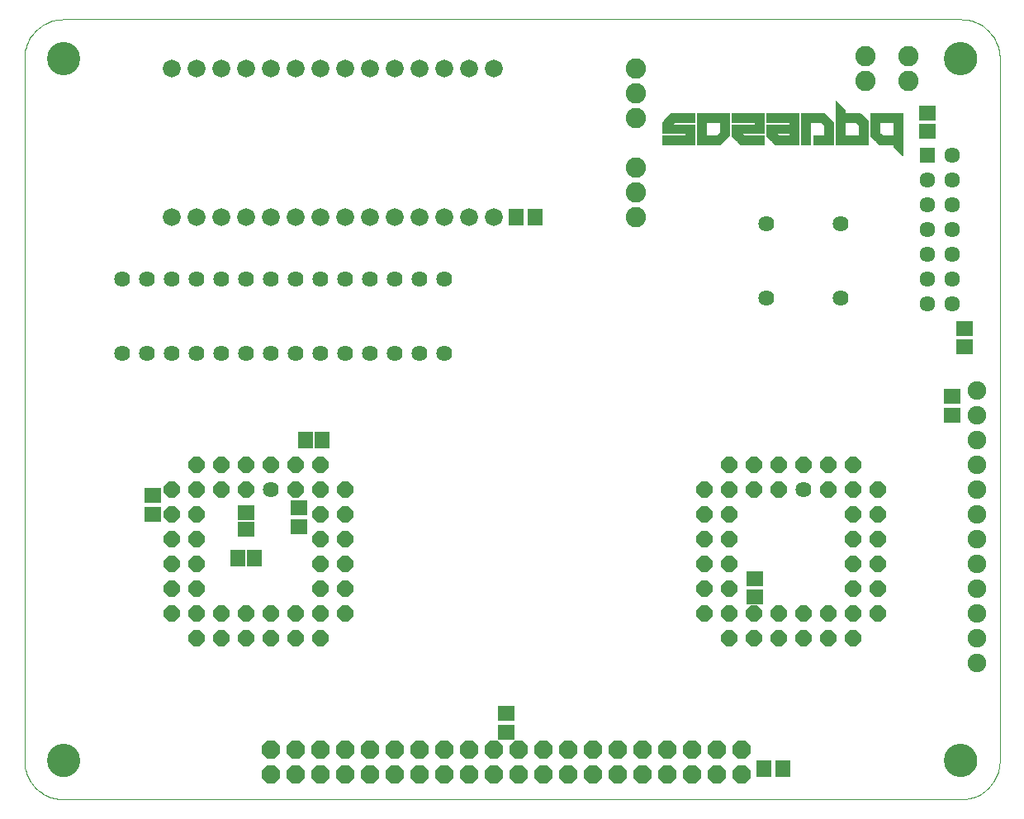
<source format=gbs>
G75*
%MOIN*%
%OFA0B0*%
%FSLAX24Y24*%
%IPPOS*%
%LPD*%
%AMOC8*
5,1,8,0,0,1.08239X$1,22.5*
%
%ADD10R,0.0671X0.0592*%
%ADD11R,0.0592X0.0671*%
%ADD12R,0.0635X0.0635*%
%ADD13C,0.0635*%
%ADD14C,0.0820*%
%ADD15C,0.0750*%
%ADD16C,0.0640*%
%ADD17OC8,0.0640*%
%ADD18C,0.0720*%
%ADD19C,0.0000*%
%ADD20C,0.1340*%
%ADD21OC8,0.0720*%
%ADD22C,0.0010*%
D10*
X013566Y014329D03*
X013566Y014998D03*
X015716Y015188D03*
X015716Y014440D03*
X009816Y014940D03*
X009816Y015688D03*
X024066Y006888D03*
X024066Y006140D03*
X034116Y011590D03*
X034116Y012338D03*
X042066Y018940D03*
X042066Y019688D03*
X042566Y021690D03*
X042566Y022438D03*
X041066Y030390D03*
X041066Y031138D03*
D11*
X025240Y026914D03*
X024492Y026914D03*
X016650Y017914D03*
X015981Y017914D03*
X013900Y013164D03*
X013231Y013164D03*
X034492Y004664D03*
X035240Y004664D03*
D12*
X041066Y029414D03*
D13*
X042066Y029414D03*
X042066Y028414D03*
X041066Y028414D03*
X041066Y027414D03*
X042066Y027414D03*
X042066Y026414D03*
X041066Y026414D03*
X041066Y025414D03*
X042066Y025414D03*
X042066Y024414D03*
X041066Y024414D03*
X041066Y023414D03*
X042066Y023414D03*
D14*
X040316Y032414D03*
X040316Y033414D03*
X038566Y033414D03*
X038566Y032414D03*
X029316Y032914D03*
X029316Y031914D03*
X029316Y030914D03*
X029316Y028914D03*
X029316Y027914D03*
X029316Y026914D03*
D15*
X043066Y019914D03*
X043066Y018914D03*
X043066Y017914D03*
X043066Y016914D03*
X043066Y015914D03*
X043066Y014914D03*
X043066Y013914D03*
X043066Y012914D03*
X043066Y011914D03*
X043066Y010914D03*
X043066Y009914D03*
X043066Y008914D03*
D16*
X036066Y015914D03*
X037566Y023664D03*
X034566Y023664D03*
X034566Y026664D03*
X037566Y026664D03*
X021566Y024414D03*
X020566Y024414D03*
X019566Y024414D03*
X018566Y024414D03*
X017566Y024414D03*
X016566Y024414D03*
X015566Y024414D03*
X014566Y024414D03*
X013566Y024414D03*
X012566Y024414D03*
X011566Y024414D03*
X010566Y024414D03*
X009566Y024414D03*
X008566Y024414D03*
X008566Y021414D03*
X009566Y021414D03*
X010566Y021414D03*
X011566Y021414D03*
X012566Y021414D03*
X013566Y021414D03*
X014566Y021414D03*
X015566Y021414D03*
X016566Y021414D03*
X017566Y021414D03*
X018566Y021414D03*
X019566Y021414D03*
X020566Y021414D03*
X021566Y021414D03*
X014566Y015914D03*
D17*
X015566Y015914D03*
X016566Y015914D03*
X016566Y016914D03*
X015566Y016914D03*
X014566Y016914D03*
X013566Y016914D03*
X012566Y016914D03*
X011566Y016914D03*
X011566Y015914D03*
X012566Y015914D03*
X013566Y015914D03*
X011566Y014914D03*
X010566Y014914D03*
X010566Y013914D03*
X011566Y013914D03*
X011566Y012914D03*
X010566Y012914D03*
X010566Y011914D03*
X011566Y011914D03*
X011566Y010914D03*
X012566Y010914D03*
X013566Y010914D03*
X014566Y010914D03*
X015566Y010914D03*
X016566Y010914D03*
X016566Y011914D03*
X016566Y012914D03*
X016566Y013914D03*
X016566Y014914D03*
X017566Y014914D03*
X017566Y013914D03*
X017566Y012914D03*
X017566Y011914D03*
X017566Y010914D03*
X016566Y009914D03*
X015566Y009914D03*
X014566Y009914D03*
X013566Y009914D03*
X012566Y009914D03*
X011566Y009914D03*
X010566Y010914D03*
X010566Y015914D03*
X017566Y015914D03*
X032066Y015914D03*
X033066Y015914D03*
X034066Y015914D03*
X035066Y015914D03*
X035066Y016914D03*
X036066Y016914D03*
X037066Y016914D03*
X038066Y016914D03*
X038066Y015914D03*
X039066Y015914D03*
X039066Y014914D03*
X038066Y014914D03*
X038066Y013914D03*
X039066Y013914D03*
X039066Y012914D03*
X038066Y012914D03*
X038066Y011914D03*
X039066Y011914D03*
X039066Y010914D03*
X038066Y010914D03*
X037066Y010914D03*
X036066Y010914D03*
X035066Y010914D03*
X034066Y010914D03*
X033066Y010914D03*
X033066Y011914D03*
X032066Y011914D03*
X032066Y010914D03*
X033066Y009914D03*
X034066Y009914D03*
X035066Y009914D03*
X036066Y009914D03*
X037066Y009914D03*
X038066Y009914D03*
X033066Y012914D03*
X032066Y012914D03*
X032066Y013914D03*
X032066Y014914D03*
X033066Y014914D03*
X033066Y013914D03*
X033066Y016914D03*
X034066Y016914D03*
X037066Y015914D03*
D18*
X023566Y026914D03*
X022566Y026914D03*
X021566Y026914D03*
X020566Y026914D03*
X019566Y026914D03*
X018566Y026914D03*
X017566Y026914D03*
X016566Y026914D03*
X015566Y026914D03*
X014566Y026914D03*
X013566Y026914D03*
X012566Y026914D03*
X011566Y026914D03*
X010566Y026914D03*
X010566Y032914D03*
X011566Y032914D03*
X012566Y032914D03*
X013566Y032914D03*
X014566Y032914D03*
X015566Y032914D03*
X016566Y032914D03*
X017566Y032914D03*
X018566Y032914D03*
X019566Y032914D03*
X020566Y032914D03*
X021566Y032914D03*
X022566Y032914D03*
X023566Y032914D03*
D19*
X006206Y003416D02*
X042426Y003416D01*
X041796Y004990D02*
X041798Y005040D01*
X041804Y005090D01*
X041814Y005139D01*
X041828Y005187D01*
X041845Y005234D01*
X041866Y005279D01*
X041891Y005323D01*
X041919Y005364D01*
X041951Y005403D01*
X041985Y005440D01*
X042022Y005474D01*
X042062Y005504D01*
X042104Y005531D01*
X042148Y005555D01*
X042194Y005576D01*
X042241Y005592D01*
X042289Y005605D01*
X042339Y005614D01*
X042388Y005619D01*
X042439Y005620D01*
X042489Y005617D01*
X042538Y005610D01*
X042587Y005599D01*
X042635Y005584D01*
X042681Y005566D01*
X042726Y005544D01*
X042769Y005518D01*
X042810Y005489D01*
X042849Y005457D01*
X042885Y005422D01*
X042917Y005384D01*
X042947Y005344D01*
X042974Y005301D01*
X042997Y005257D01*
X043016Y005211D01*
X043032Y005163D01*
X043044Y005114D01*
X043052Y005065D01*
X043056Y005015D01*
X043056Y004965D01*
X043052Y004915D01*
X043044Y004866D01*
X043032Y004817D01*
X043016Y004769D01*
X042997Y004723D01*
X042974Y004679D01*
X042947Y004636D01*
X042917Y004596D01*
X042885Y004558D01*
X042849Y004523D01*
X042810Y004491D01*
X042769Y004462D01*
X042726Y004436D01*
X042681Y004414D01*
X042635Y004396D01*
X042587Y004381D01*
X042538Y004370D01*
X042489Y004363D01*
X042439Y004360D01*
X042388Y004361D01*
X042339Y004366D01*
X042289Y004375D01*
X042241Y004388D01*
X042194Y004404D01*
X042148Y004425D01*
X042104Y004449D01*
X042062Y004476D01*
X042022Y004506D01*
X041985Y004540D01*
X041951Y004577D01*
X041919Y004616D01*
X041891Y004657D01*
X041866Y004701D01*
X041845Y004746D01*
X041828Y004793D01*
X041814Y004841D01*
X041804Y004890D01*
X041798Y004940D01*
X041796Y004990D01*
X042426Y003415D02*
X042503Y003417D01*
X042580Y003423D01*
X042657Y003432D01*
X042733Y003445D01*
X042809Y003462D01*
X042883Y003483D01*
X042957Y003507D01*
X043029Y003535D01*
X043099Y003566D01*
X043168Y003601D01*
X043236Y003639D01*
X043301Y003680D01*
X043364Y003725D01*
X043425Y003773D01*
X043484Y003823D01*
X043540Y003876D01*
X043593Y003932D01*
X043643Y003991D01*
X043691Y004052D01*
X043736Y004115D01*
X043777Y004180D01*
X043815Y004248D01*
X043850Y004317D01*
X043881Y004387D01*
X043909Y004459D01*
X043933Y004533D01*
X043954Y004607D01*
X043971Y004683D01*
X043984Y004759D01*
X043993Y004836D01*
X043999Y004913D01*
X044001Y004990D01*
X044001Y033337D01*
X041796Y033337D02*
X041798Y033387D01*
X041804Y033437D01*
X041814Y033486D01*
X041828Y033534D01*
X041845Y033581D01*
X041866Y033626D01*
X041891Y033670D01*
X041919Y033711D01*
X041951Y033750D01*
X041985Y033787D01*
X042022Y033821D01*
X042062Y033851D01*
X042104Y033878D01*
X042148Y033902D01*
X042194Y033923D01*
X042241Y033939D01*
X042289Y033952D01*
X042339Y033961D01*
X042388Y033966D01*
X042439Y033967D01*
X042489Y033964D01*
X042538Y033957D01*
X042587Y033946D01*
X042635Y033931D01*
X042681Y033913D01*
X042726Y033891D01*
X042769Y033865D01*
X042810Y033836D01*
X042849Y033804D01*
X042885Y033769D01*
X042917Y033731D01*
X042947Y033691D01*
X042974Y033648D01*
X042997Y033604D01*
X043016Y033558D01*
X043032Y033510D01*
X043044Y033461D01*
X043052Y033412D01*
X043056Y033362D01*
X043056Y033312D01*
X043052Y033262D01*
X043044Y033213D01*
X043032Y033164D01*
X043016Y033116D01*
X042997Y033070D01*
X042974Y033026D01*
X042947Y032983D01*
X042917Y032943D01*
X042885Y032905D01*
X042849Y032870D01*
X042810Y032838D01*
X042769Y032809D01*
X042726Y032783D01*
X042681Y032761D01*
X042635Y032743D01*
X042587Y032728D01*
X042538Y032717D01*
X042489Y032710D01*
X042439Y032707D01*
X042388Y032708D01*
X042339Y032713D01*
X042289Y032722D01*
X042241Y032735D01*
X042194Y032751D01*
X042148Y032772D01*
X042104Y032796D01*
X042062Y032823D01*
X042022Y032853D01*
X041985Y032887D01*
X041951Y032924D01*
X041919Y032963D01*
X041891Y033004D01*
X041866Y033048D01*
X041845Y033093D01*
X041828Y033140D01*
X041814Y033188D01*
X041804Y033237D01*
X041798Y033287D01*
X041796Y033337D01*
X042426Y034912D02*
X042503Y034910D01*
X042580Y034904D01*
X042657Y034895D01*
X042733Y034882D01*
X042809Y034865D01*
X042883Y034844D01*
X042957Y034820D01*
X043029Y034792D01*
X043099Y034761D01*
X043168Y034726D01*
X043236Y034688D01*
X043301Y034647D01*
X043364Y034602D01*
X043425Y034554D01*
X043484Y034504D01*
X043540Y034451D01*
X043593Y034395D01*
X043643Y034336D01*
X043691Y034275D01*
X043736Y034212D01*
X043777Y034147D01*
X043815Y034079D01*
X043850Y034010D01*
X043881Y033940D01*
X043909Y033868D01*
X043933Y033794D01*
X043954Y033720D01*
X043971Y033644D01*
X043984Y033568D01*
X043993Y033491D01*
X043999Y033414D01*
X044001Y033337D01*
X042426Y034912D02*
X006206Y034912D01*
X005576Y033337D02*
X005578Y033387D01*
X005584Y033437D01*
X005594Y033486D01*
X005608Y033534D01*
X005625Y033581D01*
X005646Y033626D01*
X005671Y033670D01*
X005699Y033711D01*
X005731Y033750D01*
X005765Y033787D01*
X005802Y033821D01*
X005842Y033851D01*
X005884Y033878D01*
X005928Y033902D01*
X005974Y033923D01*
X006021Y033939D01*
X006069Y033952D01*
X006119Y033961D01*
X006168Y033966D01*
X006219Y033967D01*
X006269Y033964D01*
X006318Y033957D01*
X006367Y033946D01*
X006415Y033931D01*
X006461Y033913D01*
X006506Y033891D01*
X006549Y033865D01*
X006590Y033836D01*
X006629Y033804D01*
X006665Y033769D01*
X006697Y033731D01*
X006727Y033691D01*
X006754Y033648D01*
X006777Y033604D01*
X006796Y033558D01*
X006812Y033510D01*
X006824Y033461D01*
X006832Y033412D01*
X006836Y033362D01*
X006836Y033312D01*
X006832Y033262D01*
X006824Y033213D01*
X006812Y033164D01*
X006796Y033116D01*
X006777Y033070D01*
X006754Y033026D01*
X006727Y032983D01*
X006697Y032943D01*
X006665Y032905D01*
X006629Y032870D01*
X006590Y032838D01*
X006549Y032809D01*
X006506Y032783D01*
X006461Y032761D01*
X006415Y032743D01*
X006367Y032728D01*
X006318Y032717D01*
X006269Y032710D01*
X006219Y032707D01*
X006168Y032708D01*
X006119Y032713D01*
X006069Y032722D01*
X006021Y032735D01*
X005974Y032751D01*
X005928Y032772D01*
X005884Y032796D01*
X005842Y032823D01*
X005802Y032853D01*
X005765Y032887D01*
X005731Y032924D01*
X005699Y032963D01*
X005671Y033004D01*
X005646Y033048D01*
X005625Y033093D01*
X005608Y033140D01*
X005594Y033188D01*
X005584Y033237D01*
X005578Y033287D01*
X005576Y033337D01*
X004631Y033337D02*
X004633Y033414D01*
X004639Y033491D01*
X004648Y033568D01*
X004661Y033644D01*
X004678Y033720D01*
X004699Y033794D01*
X004723Y033868D01*
X004751Y033940D01*
X004782Y034010D01*
X004817Y034079D01*
X004855Y034147D01*
X004896Y034212D01*
X004941Y034275D01*
X004989Y034336D01*
X005039Y034395D01*
X005092Y034451D01*
X005148Y034504D01*
X005207Y034554D01*
X005268Y034602D01*
X005331Y034647D01*
X005396Y034688D01*
X005464Y034726D01*
X005533Y034761D01*
X005603Y034792D01*
X005675Y034820D01*
X005749Y034844D01*
X005823Y034865D01*
X005899Y034882D01*
X005975Y034895D01*
X006052Y034904D01*
X006129Y034910D01*
X006206Y034912D01*
X004631Y033337D02*
X004631Y004990D01*
X005576Y004990D02*
X005578Y005040D01*
X005584Y005090D01*
X005594Y005139D01*
X005608Y005187D01*
X005625Y005234D01*
X005646Y005279D01*
X005671Y005323D01*
X005699Y005364D01*
X005731Y005403D01*
X005765Y005440D01*
X005802Y005474D01*
X005842Y005504D01*
X005884Y005531D01*
X005928Y005555D01*
X005974Y005576D01*
X006021Y005592D01*
X006069Y005605D01*
X006119Y005614D01*
X006168Y005619D01*
X006219Y005620D01*
X006269Y005617D01*
X006318Y005610D01*
X006367Y005599D01*
X006415Y005584D01*
X006461Y005566D01*
X006506Y005544D01*
X006549Y005518D01*
X006590Y005489D01*
X006629Y005457D01*
X006665Y005422D01*
X006697Y005384D01*
X006727Y005344D01*
X006754Y005301D01*
X006777Y005257D01*
X006796Y005211D01*
X006812Y005163D01*
X006824Y005114D01*
X006832Y005065D01*
X006836Y005015D01*
X006836Y004965D01*
X006832Y004915D01*
X006824Y004866D01*
X006812Y004817D01*
X006796Y004769D01*
X006777Y004723D01*
X006754Y004679D01*
X006727Y004636D01*
X006697Y004596D01*
X006665Y004558D01*
X006629Y004523D01*
X006590Y004491D01*
X006549Y004462D01*
X006506Y004436D01*
X006461Y004414D01*
X006415Y004396D01*
X006367Y004381D01*
X006318Y004370D01*
X006269Y004363D01*
X006219Y004360D01*
X006168Y004361D01*
X006119Y004366D01*
X006069Y004375D01*
X006021Y004388D01*
X005974Y004404D01*
X005928Y004425D01*
X005884Y004449D01*
X005842Y004476D01*
X005802Y004506D01*
X005765Y004540D01*
X005731Y004577D01*
X005699Y004616D01*
X005671Y004657D01*
X005646Y004701D01*
X005625Y004746D01*
X005608Y004793D01*
X005594Y004841D01*
X005584Y004890D01*
X005578Y004940D01*
X005576Y004990D01*
X004631Y004990D02*
X004633Y004913D01*
X004639Y004836D01*
X004648Y004759D01*
X004661Y004683D01*
X004678Y004607D01*
X004699Y004533D01*
X004723Y004459D01*
X004751Y004387D01*
X004782Y004317D01*
X004817Y004248D01*
X004855Y004180D01*
X004896Y004115D01*
X004941Y004052D01*
X004989Y003991D01*
X005039Y003932D01*
X005092Y003876D01*
X005148Y003823D01*
X005207Y003773D01*
X005268Y003725D01*
X005331Y003680D01*
X005396Y003639D01*
X005464Y003601D01*
X005533Y003566D01*
X005603Y003535D01*
X005675Y003507D01*
X005749Y003483D01*
X005823Y003462D01*
X005899Y003445D01*
X005975Y003432D01*
X006052Y003423D01*
X006129Y003417D01*
X006206Y003415D01*
D20*
X006206Y004990D03*
X042426Y004990D03*
X042426Y033337D03*
X006206Y033337D03*
D21*
X014566Y005414D03*
X015566Y005414D03*
X016566Y005414D03*
X017566Y005414D03*
X018566Y005414D03*
X019566Y005414D03*
X020566Y005414D03*
X021566Y005414D03*
X022566Y005414D03*
X023566Y005414D03*
X024566Y005414D03*
X025566Y005414D03*
X026566Y005414D03*
X027566Y005414D03*
X028566Y005414D03*
X029566Y005414D03*
X030566Y005414D03*
X031566Y005414D03*
X032566Y005414D03*
X033566Y005414D03*
X033566Y004414D03*
X032566Y004414D03*
X031566Y004414D03*
X030566Y004414D03*
X029566Y004414D03*
X028566Y004414D03*
X027566Y004414D03*
X026566Y004414D03*
X025566Y004414D03*
X024566Y004414D03*
X023566Y004414D03*
X022566Y004414D03*
X021566Y004414D03*
X020566Y004414D03*
X019566Y004414D03*
X018566Y004414D03*
X017566Y004414D03*
X016566Y004414D03*
X015566Y004414D03*
X014566Y004414D03*
D22*
X039859Y029620D02*
X040066Y029620D01*
X039859Y029620D01*
X040066Y029620D01*
X039859Y029620D01*
X039851Y029628D02*
X040066Y029628D01*
X039851Y029628D01*
X040066Y029628D01*
X039851Y029628D01*
X039842Y029637D02*
X040066Y029637D01*
X039842Y029637D01*
X040066Y029637D01*
X039842Y029637D01*
X039834Y029645D02*
X040066Y029645D01*
X039834Y029645D01*
X040066Y029645D01*
X039834Y029645D01*
X039825Y029654D02*
X040066Y029654D01*
X039825Y029654D01*
X040066Y029654D01*
X039825Y029654D01*
X039817Y029662D02*
X040066Y029662D01*
X039817Y029662D01*
X040066Y029662D01*
X039817Y029662D01*
X039808Y029671D02*
X040066Y029671D01*
X039808Y029671D01*
X040066Y029671D01*
X039808Y029671D01*
X039800Y029679D02*
X040066Y029679D01*
X039800Y029679D01*
X040066Y029679D01*
X039800Y029679D01*
X039791Y029688D02*
X040066Y029688D01*
X039791Y029688D01*
X040066Y029688D01*
X039791Y029688D01*
X039783Y029696D02*
X040066Y029696D01*
X039783Y029696D01*
X040066Y029696D01*
X039783Y029696D01*
X039774Y029705D02*
X040066Y029705D01*
X039774Y029705D01*
X040066Y029705D01*
X039774Y029705D01*
X039766Y029713D02*
X040066Y029713D01*
X039766Y029713D01*
X040066Y029713D01*
X039766Y029713D01*
X039757Y029722D02*
X040066Y029722D01*
X039757Y029722D01*
X040066Y029722D01*
X039757Y029722D01*
X039749Y029730D02*
X040066Y029730D01*
X039749Y029730D01*
X040066Y029730D01*
X039749Y029730D01*
X039740Y029739D02*
X040066Y029739D01*
X039740Y029739D01*
X040066Y029739D01*
X039740Y029739D01*
X039732Y029747D02*
X040066Y029747D01*
X039732Y029747D01*
X040066Y029747D01*
X039732Y029747D01*
X039723Y029756D02*
X040066Y029756D01*
X039723Y029756D01*
X040066Y029756D01*
X039723Y029756D01*
X039715Y029764D02*
X040066Y029764D01*
X039715Y029764D01*
X040066Y029764D01*
X039715Y029764D01*
X039706Y029773D02*
X040066Y029773D01*
X039706Y029773D01*
X040066Y029773D01*
X039706Y029773D01*
X039706Y029774D02*
X040066Y029414D01*
X040066Y031134D01*
X038786Y031134D01*
X038786Y030214D01*
X039146Y029854D01*
X039696Y029854D01*
X039696Y030214D01*
X039266Y030214D01*
X039146Y030334D01*
X038786Y030334D01*
X039146Y030334D01*
X038786Y030334D01*
X039146Y030334D01*
X039146Y030774D01*
X039706Y030774D01*
X039706Y029774D01*
X040066Y029414D01*
X040066Y031134D01*
X038786Y031134D01*
X038786Y030214D01*
X039146Y029854D01*
X039696Y029854D01*
X039696Y030214D01*
X039266Y030214D01*
X039146Y030334D01*
X039146Y030774D01*
X039706Y030774D01*
X039706Y029774D01*
X040066Y029414D01*
X040066Y031134D01*
X038786Y031134D01*
X038786Y030214D01*
X039146Y029854D01*
X039696Y029854D01*
X039696Y030214D01*
X039266Y030214D01*
X039146Y030334D01*
X039146Y030774D01*
X039706Y030774D01*
X039706Y029774D01*
X040066Y029414D01*
X040066Y031134D01*
X038786Y031134D01*
X038786Y030214D01*
X039146Y029854D01*
X039696Y029854D01*
X039696Y030214D01*
X039266Y030214D01*
X039146Y030334D01*
X039146Y030774D01*
X039706Y030774D01*
X039706Y029774D01*
X039706Y029781D02*
X040066Y029781D01*
X039706Y029781D01*
X040066Y029781D01*
X039706Y029781D01*
X039706Y029790D02*
X040066Y029790D01*
X039706Y029790D01*
X040066Y029790D01*
X039706Y029790D01*
X039706Y029798D02*
X040066Y029798D01*
X039706Y029798D01*
X040066Y029798D01*
X039706Y029798D01*
X039706Y029807D02*
X040066Y029807D01*
X039706Y029807D01*
X040066Y029807D01*
X039706Y029807D01*
X039706Y029815D02*
X040066Y029815D01*
X039706Y029815D01*
X040066Y029815D01*
X039706Y029815D01*
X039706Y029824D02*
X040066Y029824D01*
X039706Y029824D01*
X040066Y029824D01*
X039706Y029824D01*
X039706Y029832D02*
X040066Y029832D01*
X039706Y029832D01*
X040066Y029832D01*
X039706Y029832D01*
X039706Y029841D02*
X040066Y029841D01*
X039706Y029841D01*
X040066Y029841D01*
X039706Y029841D01*
X039706Y029849D02*
X040066Y029849D01*
X039706Y029849D01*
X040066Y029849D01*
X039706Y029849D01*
X039706Y029858D02*
X040066Y029858D01*
X039706Y029858D01*
X040066Y029858D01*
X039706Y029858D01*
X039706Y029866D02*
X040066Y029866D01*
X039706Y029866D01*
X040066Y029866D01*
X039706Y029866D01*
X039706Y029875D02*
X040066Y029875D01*
X039706Y029875D01*
X040066Y029875D01*
X039706Y029875D01*
X039706Y029883D02*
X040066Y029883D01*
X039706Y029883D01*
X040066Y029883D01*
X039706Y029883D01*
X039706Y029892D02*
X040066Y029892D01*
X039706Y029892D01*
X040066Y029892D01*
X039706Y029892D01*
X039706Y029900D02*
X040066Y029900D01*
X039706Y029900D01*
X040066Y029900D01*
X039706Y029900D01*
X039706Y029909D02*
X040066Y029909D01*
X039706Y029909D01*
X040066Y029909D01*
X039706Y029909D01*
X039706Y029917D02*
X040066Y029917D01*
X039706Y029917D01*
X040066Y029917D01*
X039706Y029917D01*
X039706Y029926D02*
X040066Y029926D01*
X039706Y029926D01*
X040066Y029926D01*
X039706Y029926D01*
X039706Y029934D02*
X040066Y029934D01*
X039706Y029934D01*
X040066Y029934D01*
X039706Y029934D01*
X039706Y029943D02*
X040066Y029943D01*
X039706Y029943D01*
X040066Y029943D01*
X039706Y029943D01*
X039706Y029951D02*
X040066Y029951D01*
X039706Y029951D01*
X040066Y029951D01*
X039706Y029951D01*
X039706Y029960D02*
X040066Y029960D01*
X039706Y029960D01*
X040066Y029960D01*
X039706Y029960D01*
X039706Y029968D02*
X040066Y029968D01*
X039706Y029968D01*
X040066Y029968D01*
X039706Y029968D01*
X039706Y029977D02*
X040066Y029977D01*
X039706Y029977D01*
X040066Y029977D01*
X039706Y029977D01*
X039706Y029985D02*
X040066Y029985D01*
X039706Y029985D01*
X040066Y029985D01*
X039706Y029985D01*
X039706Y029994D02*
X040066Y029994D01*
X039706Y029994D01*
X040066Y029994D01*
X039706Y029994D01*
X039706Y030002D02*
X040066Y030002D01*
X039706Y030002D01*
X040066Y030002D01*
X039706Y030002D01*
X039706Y030011D02*
X040066Y030011D01*
X039706Y030011D01*
X040066Y030011D01*
X039706Y030011D01*
X039706Y030019D02*
X040066Y030019D01*
X039706Y030019D01*
X040066Y030019D01*
X039706Y030019D01*
X039706Y030028D02*
X040066Y030028D01*
X039706Y030028D01*
X040066Y030028D01*
X039706Y030028D01*
X039706Y030036D02*
X040066Y030036D01*
X039706Y030036D01*
X040066Y030036D01*
X039706Y030036D01*
X039706Y030045D02*
X040066Y030045D01*
X039706Y030045D01*
X040066Y030045D01*
X039706Y030045D01*
X039706Y030053D02*
X040066Y030053D01*
X039706Y030053D01*
X040066Y030053D01*
X039706Y030053D01*
X039706Y030062D02*
X040066Y030062D01*
X039706Y030062D01*
X040066Y030062D01*
X039706Y030062D01*
X039706Y030070D02*
X040066Y030070D01*
X039706Y030070D01*
X040066Y030070D01*
X039706Y030070D01*
X039706Y030079D02*
X040066Y030079D01*
X039706Y030079D01*
X040066Y030079D01*
X039706Y030079D01*
X039706Y030087D02*
X040066Y030087D01*
X039706Y030087D01*
X040066Y030087D01*
X039706Y030087D01*
X039706Y030096D02*
X040066Y030096D01*
X039706Y030096D01*
X040066Y030096D01*
X039706Y030096D01*
X039706Y030104D02*
X040066Y030104D01*
X039706Y030104D01*
X040066Y030104D01*
X039706Y030104D01*
X039706Y030113D02*
X040066Y030113D01*
X039706Y030113D01*
X040066Y030113D01*
X039706Y030113D01*
X039706Y030121D02*
X040066Y030121D01*
X039706Y030121D01*
X040066Y030121D01*
X039706Y030121D01*
X039706Y030130D02*
X040066Y030130D01*
X039706Y030130D01*
X040066Y030130D01*
X039706Y030130D01*
X039706Y030138D02*
X040066Y030138D01*
X039706Y030138D01*
X040066Y030138D01*
X039706Y030138D01*
X039706Y030147D02*
X040066Y030147D01*
X039706Y030147D01*
X040066Y030147D01*
X039706Y030147D01*
X039706Y030155D02*
X040066Y030155D01*
X039706Y030155D01*
X040066Y030155D01*
X039706Y030155D01*
X039706Y030164D02*
X040066Y030164D01*
X039706Y030164D01*
X040066Y030164D01*
X039706Y030164D01*
X039706Y030172D02*
X040066Y030172D01*
X039706Y030172D01*
X040066Y030172D01*
X039706Y030172D01*
X039706Y030181D02*
X040066Y030181D01*
X039706Y030181D01*
X040066Y030181D01*
X039706Y030181D01*
X039706Y030189D02*
X040066Y030189D01*
X039706Y030189D01*
X040066Y030189D01*
X039706Y030189D01*
X039706Y030198D02*
X040066Y030198D01*
X039706Y030198D01*
X040066Y030198D01*
X039706Y030198D01*
X039706Y030206D02*
X040066Y030206D01*
X039706Y030206D01*
X040066Y030206D01*
X039706Y030206D01*
X039706Y030215D02*
X040066Y030215D01*
X039706Y030215D01*
X040066Y030215D01*
X039706Y030215D01*
X039706Y030223D02*
X040066Y030223D01*
X039706Y030223D01*
X040066Y030223D01*
X039706Y030223D01*
X039706Y030232D02*
X040066Y030232D01*
X039706Y030232D01*
X040066Y030232D01*
X039706Y030232D01*
X039706Y030240D02*
X040066Y030240D01*
X039706Y030240D01*
X040066Y030240D01*
X039706Y030240D01*
X039706Y030249D02*
X040066Y030249D01*
X039706Y030249D01*
X040066Y030249D01*
X039706Y030249D01*
X039706Y030257D02*
X040066Y030257D01*
X039706Y030257D01*
X040066Y030257D01*
X039706Y030257D01*
X039706Y030266D02*
X040066Y030266D01*
X039706Y030266D01*
X040066Y030266D01*
X039706Y030266D01*
X039706Y030274D02*
X040066Y030274D01*
X039706Y030274D01*
X040066Y030274D01*
X039706Y030274D01*
X039706Y030283D02*
X040066Y030283D01*
X039706Y030283D01*
X040066Y030283D01*
X039706Y030283D01*
X039706Y030291D02*
X040066Y030291D01*
X039706Y030291D01*
X040066Y030291D01*
X039706Y030291D01*
X039706Y030300D02*
X040066Y030300D01*
X039706Y030300D01*
X040066Y030300D01*
X039706Y030300D01*
X039706Y030308D02*
X040066Y030308D01*
X039706Y030308D01*
X040066Y030308D01*
X039706Y030308D01*
X039706Y030317D02*
X040066Y030317D01*
X039706Y030317D01*
X040066Y030317D01*
X039706Y030317D01*
X039706Y030325D02*
X040066Y030325D01*
X039706Y030325D01*
X040066Y030325D01*
X039706Y030325D01*
X039706Y030334D02*
X040066Y030334D01*
X039706Y030334D01*
X040066Y030334D01*
X039706Y030334D01*
X039706Y030342D02*
X040066Y030342D01*
X039706Y030342D01*
X040066Y030342D01*
X039706Y030342D01*
X039706Y030351D02*
X040066Y030351D01*
X039706Y030351D01*
X040066Y030351D01*
X039706Y030351D01*
X039706Y030359D02*
X040066Y030359D01*
X039706Y030359D01*
X040066Y030359D01*
X039706Y030359D01*
X039706Y030368D02*
X040066Y030368D01*
X039706Y030368D01*
X040066Y030368D01*
X039706Y030368D01*
X039706Y030376D02*
X040066Y030376D01*
X039706Y030376D01*
X040066Y030376D01*
X039706Y030376D01*
X039706Y030385D02*
X040066Y030385D01*
X039706Y030385D01*
X040066Y030385D01*
X039706Y030385D01*
X039706Y030393D02*
X040066Y030393D01*
X039706Y030393D01*
X040066Y030393D01*
X039706Y030393D01*
X039706Y030402D02*
X040066Y030402D01*
X039706Y030402D01*
X040066Y030402D01*
X039706Y030402D01*
X039706Y030410D02*
X040066Y030410D01*
X039706Y030410D01*
X040066Y030410D01*
X039706Y030410D01*
X039706Y030419D02*
X040066Y030419D01*
X039706Y030419D01*
X040066Y030419D01*
X039706Y030419D01*
X039706Y030427D02*
X040066Y030427D01*
X039706Y030427D01*
X040066Y030427D01*
X039706Y030427D01*
X039706Y030436D02*
X040066Y030436D01*
X039706Y030436D01*
X040066Y030436D01*
X039706Y030436D01*
X039706Y030444D02*
X040066Y030444D01*
X039706Y030444D01*
X040066Y030444D01*
X039706Y030444D01*
X039706Y030453D02*
X040066Y030453D01*
X039706Y030453D01*
X040066Y030453D01*
X039706Y030453D01*
X039706Y030461D02*
X040066Y030461D01*
X039706Y030461D01*
X040066Y030461D01*
X039706Y030461D01*
X039706Y030470D02*
X040066Y030470D01*
X039706Y030470D01*
X040066Y030470D01*
X039706Y030470D01*
X039706Y030478D02*
X040066Y030478D01*
X039706Y030478D01*
X040066Y030478D01*
X039706Y030478D01*
X039706Y030487D02*
X040066Y030487D01*
X039706Y030487D01*
X040066Y030487D01*
X039706Y030487D01*
X039706Y030495D02*
X040066Y030495D01*
X039706Y030495D01*
X040066Y030495D01*
X039706Y030495D01*
X039706Y030504D02*
X040066Y030504D01*
X039706Y030504D01*
X040066Y030504D01*
X039706Y030504D01*
X039706Y030512D02*
X040066Y030512D01*
X039706Y030512D01*
X040066Y030512D01*
X039706Y030512D01*
X039706Y030521D02*
X040066Y030521D01*
X039706Y030521D01*
X040066Y030521D01*
X039706Y030521D01*
X039706Y030529D02*
X040066Y030529D01*
X039706Y030529D01*
X040066Y030529D01*
X039706Y030529D01*
X039706Y030538D02*
X040066Y030538D01*
X039706Y030538D01*
X040066Y030538D01*
X039706Y030538D01*
X039706Y030546D02*
X040066Y030546D01*
X039706Y030546D01*
X040066Y030546D01*
X039706Y030546D01*
X039706Y030555D02*
X040066Y030555D01*
X039706Y030555D01*
X040066Y030555D01*
X039706Y030555D01*
X039706Y030563D02*
X040066Y030563D01*
X039706Y030563D01*
X040066Y030563D01*
X039706Y030563D01*
X039706Y030572D02*
X040066Y030572D01*
X039706Y030572D01*
X040066Y030572D01*
X039706Y030572D01*
X039706Y030580D02*
X040066Y030580D01*
X039706Y030580D01*
X040066Y030580D01*
X039706Y030580D01*
X039706Y030589D02*
X040066Y030589D01*
X039706Y030589D01*
X040066Y030589D01*
X039706Y030589D01*
X039706Y030597D02*
X040066Y030597D01*
X039706Y030597D01*
X040066Y030597D01*
X039706Y030597D01*
X039706Y030606D02*
X040066Y030606D01*
X039706Y030606D01*
X040066Y030606D01*
X039706Y030606D01*
X039706Y030614D02*
X040066Y030614D01*
X039706Y030614D01*
X040066Y030614D01*
X039706Y030614D01*
X039706Y030623D02*
X040066Y030623D01*
X039706Y030623D01*
X040066Y030623D01*
X039706Y030623D01*
X039706Y030631D02*
X040066Y030631D01*
X039706Y030631D01*
X040066Y030631D01*
X039706Y030631D01*
X039706Y030640D02*
X040066Y030640D01*
X039706Y030640D01*
X040066Y030640D01*
X039706Y030640D01*
X039706Y030648D02*
X040066Y030648D01*
X039706Y030648D01*
X040066Y030648D01*
X039706Y030648D01*
X039706Y030657D02*
X040066Y030657D01*
X039706Y030657D01*
X040066Y030657D01*
X039706Y030657D01*
X039706Y030665D02*
X040066Y030665D01*
X039706Y030665D01*
X040066Y030665D01*
X039706Y030665D01*
X039706Y030674D02*
X040066Y030674D01*
X039706Y030674D01*
X040066Y030674D01*
X039706Y030674D01*
X039706Y030682D02*
X040066Y030682D01*
X039706Y030682D01*
X040066Y030682D01*
X039706Y030682D01*
X039706Y030691D02*
X040066Y030691D01*
X039706Y030691D01*
X040066Y030691D01*
X039706Y030691D01*
X039706Y030699D02*
X040066Y030699D01*
X039706Y030699D01*
X040066Y030699D01*
X039706Y030699D01*
X039706Y030708D02*
X040066Y030708D01*
X039706Y030708D01*
X040066Y030708D01*
X039706Y030708D01*
X039706Y030716D02*
X040066Y030716D01*
X039706Y030716D01*
X040066Y030716D01*
X039706Y030716D01*
X039706Y030725D02*
X040066Y030725D01*
X039706Y030725D01*
X040066Y030725D01*
X039706Y030725D01*
X039706Y030733D02*
X040066Y030733D01*
X039706Y030733D01*
X040066Y030733D01*
X039706Y030733D01*
X039706Y030742D02*
X040066Y030742D01*
X039706Y030742D01*
X040066Y030742D01*
X039706Y030742D01*
X039706Y030750D02*
X040066Y030750D01*
X039706Y030750D01*
X040066Y030750D01*
X039706Y030750D01*
X039706Y030759D02*
X040066Y030759D01*
X039706Y030759D01*
X040066Y030759D01*
X039706Y030759D01*
X039706Y030767D02*
X040066Y030767D01*
X039706Y030767D01*
X040066Y030767D01*
X039706Y030767D01*
X040066Y030776D02*
X038786Y030776D01*
X040066Y030776D01*
X038786Y030776D01*
X040066Y030776D01*
X040066Y030784D02*
X038786Y030784D01*
X040066Y030784D01*
X038786Y030784D01*
X040066Y030784D01*
X040066Y030793D02*
X038786Y030793D01*
X040066Y030793D01*
X038786Y030793D01*
X040066Y030793D01*
X040066Y030801D02*
X038786Y030801D01*
X040066Y030801D01*
X038786Y030801D01*
X040066Y030801D01*
X040066Y030810D02*
X038786Y030810D01*
X040066Y030810D01*
X038786Y030810D01*
X040066Y030810D01*
X040066Y030818D02*
X038786Y030818D01*
X040066Y030818D01*
X038786Y030818D01*
X040066Y030818D01*
X040066Y030827D02*
X038786Y030827D01*
X040066Y030827D01*
X038786Y030827D01*
X040066Y030827D01*
X040066Y030835D02*
X038786Y030835D01*
X040066Y030835D01*
X038786Y030835D01*
X040066Y030835D01*
X040066Y030844D02*
X038786Y030844D01*
X040066Y030844D01*
X038786Y030844D01*
X040066Y030844D01*
X040066Y030852D02*
X038786Y030852D01*
X040066Y030852D01*
X038786Y030852D01*
X040066Y030852D01*
X040066Y030861D02*
X038786Y030861D01*
X040066Y030861D01*
X038786Y030861D01*
X040066Y030861D01*
X040066Y030869D02*
X038786Y030869D01*
X040066Y030869D01*
X038786Y030869D01*
X040066Y030869D01*
X040066Y030878D02*
X038786Y030878D01*
X040066Y030878D01*
X038786Y030878D01*
X040066Y030878D01*
X040066Y030886D02*
X038786Y030886D01*
X040066Y030886D01*
X038786Y030886D01*
X040066Y030886D01*
X040066Y030895D02*
X038786Y030895D01*
X040066Y030895D01*
X038786Y030895D01*
X040066Y030895D01*
X040066Y030903D02*
X038786Y030903D01*
X040066Y030903D01*
X038786Y030903D01*
X040066Y030903D01*
X040066Y030912D02*
X038786Y030912D01*
X040066Y030912D01*
X038786Y030912D01*
X040066Y030912D01*
X040066Y030920D02*
X038786Y030920D01*
X040066Y030920D01*
X038786Y030920D01*
X040066Y030920D01*
X040066Y030929D02*
X038786Y030929D01*
X040066Y030929D01*
X038786Y030929D01*
X040066Y030929D01*
X040066Y030937D02*
X038786Y030937D01*
X040066Y030937D01*
X038786Y030937D01*
X040066Y030937D01*
X040066Y030946D02*
X038786Y030946D01*
X040066Y030946D01*
X038786Y030946D01*
X040066Y030946D01*
X040066Y030954D02*
X038786Y030954D01*
X040066Y030954D01*
X038786Y030954D01*
X040066Y030954D01*
X040066Y030963D02*
X038786Y030963D01*
X040066Y030963D01*
X038786Y030963D01*
X040066Y030963D01*
X040066Y030971D02*
X038786Y030971D01*
X040066Y030971D01*
X038786Y030971D01*
X040066Y030971D01*
X040066Y030980D02*
X038786Y030980D01*
X040066Y030980D01*
X038786Y030980D01*
X040066Y030980D01*
X040066Y030988D02*
X038786Y030988D01*
X040066Y030988D01*
X038786Y030988D01*
X040066Y030988D01*
X040066Y030997D02*
X038786Y030997D01*
X040066Y030997D01*
X038786Y030997D01*
X040066Y030997D01*
X040066Y031005D02*
X038786Y031005D01*
X040066Y031005D01*
X038786Y031005D01*
X040066Y031005D01*
X040066Y031014D02*
X038786Y031014D01*
X040066Y031014D01*
X038786Y031014D01*
X040066Y031014D01*
X040066Y031022D02*
X038786Y031022D01*
X040066Y031022D01*
X038786Y031022D01*
X040066Y031022D01*
X040066Y031031D02*
X038786Y031031D01*
X040066Y031031D01*
X038786Y031031D01*
X040066Y031031D01*
X040066Y031039D02*
X038786Y031039D01*
X040066Y031039D01*
X038786Y031039D01*
X040066Y031039D01*
X040066Y031048D02*
X038786Y031048D01*
X040066Y031048D01*
X038786Y031048D01*
X040066Y031048D01*
X040066Y031056D02*
X038786Y031056D01*
X040066Y031056D01*
X038786Y031056D01*
X040066Y031056D01*
X040066Y031065D02*
X038786Y031065D01*
X040066Y031065D01*
X038786Y031065D01*
X040066Y031065D01*
X040066Y031073D02*
X038786Y031073D01*
X040066Y031073D01*
X038786Y031073D01*
X040066Y031073D01*
X040066Y031082D02*
X038786Y031082D01*
X040066Y031082D01*
X038786Y031082D01*
X040066Y031082D01*
X040066Y031090D02*
X038786Y031090D01*
X040066Y031090D01*
X038786Y031090D01*
X040066Y031090D01*
X040066Y031099D02*
X038786Y031099D01*
X040066Y031099D01*
X038786Y031099D01*
X040066Y031099D01*
X040066Y031107D02*
X038786Y031107D01*
X040066Y031107D01*
X038786Y031107D01*
X040066Y031107D01*
X040066Y031116D02*
X038786Y031116D01*
X040066Y031116D01*
X038786Y031116D01*
X040066Y031116D01*
X040066Y031124D02*
X038786Y031124D01*
X040066Y031124D01*
X038786Y031124D01*
X040066Y031124D01*
X040066Y031133D02*
X038786Y031133D01*
X040066Y031133D01*
X038786Y031133D01*
X040066Y031133D01*
X039146Y030767D02*
X038786Y030767D01*
X039146Y030767D01*
X038786Y030767D01*
X039146Y030767D01*
X039146Y030759D02*
X038786Y030759D01*
X039146Y030759D01*
X038786Y030759D01*
X039146Y030759D01*
X039146Y030750D02*
X038786Y030750D01*
X039146Y030750D01*
X038786Y030750D01*
X039146Y030750D01*
X039146Y030742D02*
X038786Y030742D01*
X039146Y030742D01*
X038786Y030742D01*
X039146Y030742D01*
X039146Y030733D02*
X038786Y030733D01*
X039146Y030733D01*
X038786Y030733D01*
X039146Y030733D01*
X039146Y030725D02*
X038786Y030725D01*
X039146Y030725D01*
X038786Y030725D01*
X039146Y030725D01*
X039146Y030716D02*
X038786Y030716D01*
X039146Y030716D01*
X038786Y030716D01*
X039146Y030716D01*
X039146Y030708D02*
X038786Y030708D01*
X039146Y030708D01*
X038786Y030708D01*
X039146Y030708D01*
X039146Y030699D02*
X038786Y030699D01*
X039146Y030699D01*
X038786Y030699D01*
X039146Y030699D01*
X039146Y030691D02*
X038786Y030691D01*
X039146Y030691D01*
X038786Y030691D01*
X039146Y030691D01*
X039146Y030682D02*
X038786Y030682D01*
X039146Y030682D01*
X038786Y030682D01*
X039146Y030682D01*
X039146Y030674D02*
X038786Y030674D01*
X039146Y030674D01*
X038786Y030674D01*
X039146Y030674D01*
X039146Y030665D02*
X038786Y030665D01*
X039146Y030665D01*
X038786Y030665D01*
X039146Y030665D01*
X039146Y030657D02*
X038786Y030657D01*
X039146Y030657D01*
X038786Y030657D01*
X039146Y030657D01*
X039146Y030648D02*
X038786Y030648D01*
X039146Y030648D01*
X038786Y030648D01*
X039146Y030648D01*
X039146Y030640D02*
X038786Y030640D01*
X039146Y030640D01*
X038786Y030640D01*
X039146Y030640D01*
X039146Y030631D02*
X038786Y030631D01*
X039146Y030631D01*
X038786Y030631D01*
X039146Y030631D01*
X039146Y030623D02*
X038786Y030623D01*
X039146Y030623D01*
X038786Y030623D01*
X039146Y030623D01*
X039146Y030614D02*
X038786Y030614D01*
X039146Y030614D01*
X038786Y030614D01*
X039146Y030614D01*
X039146Y030606D02*
X038786Y030606D01*
X039146Y030606D01*
X038786Y030606D01*
X039146Y030606D01*
X039146Y030597D02*
X038786Y030597D01*
X039146Y030597D01*
X038786Y030597D01*
X039146Y030597D01*
X039146Y030589D02*
X038786Y030589D01*
X039146Y030589D01*
X038786Y030589D01*
X039146Y030589D01*
X039146Y030580D02*
X038786Y030580D01*
X039146Y030580D01*
X038786Y030580D01*
X039146Y030580D01*
X039146Y030572D02*
X038786Y030572D01*
X039146Y030572D01*
X038786Y030572D01*
X039146Y030572D01*
X039146Y030563D02*
X038786Y030563D01*
X039146Y030563D01*
X038786Y030563D01*
X039146Y030563D01*
X039146Y030555D02*
X038786Y030555D01*
X039146Y030555D01*
X038786Y030555D01*
X039146Y030555D01*
X039146Y030546D02*
X038786Y030546D01*
X039146Y030546D01*
X038786Y030546D01*
X039146Y030546D01*
X039146Y030538D02*
X038786Y030538D01*
X039146Y030538D01*
X038786Y030538D01*
X039146Y030538D01*
X039146Y030529D02*
X038786Y030529D01*
X039146Y030529D01*
X038786Y030529D01*
X039146Y030529D01*
X039146Y030521D02*
X038786Y030521D01*
X039146Y030521D01*
X038786Y030521D01*
X039146Y030521D01*
X039146Y030512D02*
X038786Y030512D01*
X039146Y030512D01*
X038786Y030512D01*
X039146Y030512D01*
X039146Y030504D02*
X038786Y030504D01*
X039146Y030504D01*
X038786Y030504D01*
X039146Y030504D01*
X039146Y030495D02*
X038786Y030495D01*
X039146Y030495D01*
X038786Y030495D01*
X039146Y030495D01*
X039146Y030487D02*
X038786Y030487D01*
X039146Y030487D01*
X038786Y030487D01*
X039146Y030487D01*
X039146Y030478D02*
X038786Y030478D01*
X039146Y030478D01*
X038786Y030478D01*
X039146Y030478D01*
X039146Y030470D02*
X038786Y030470D01*
X039146Y030470D01*
X038786Y030470D01*
X039146Y030470D01*
X039146Y030461D02*
X038786Y030461D01*
X039146Y030461D01*
X038786Y030461D01*
X039146Y030461D01*
X039146Y030453D02*
X038786Y030453D01*
X039146Y030453D01*
X038786Y030453D01*
X039146Y030453D01*
X039146Y030444D02*
X038786Y030444D01*
X039146Y030444D01*
X038786Y030444D01*
X039146Y030444D01*
X039146Y030436D02*
X038786Y030436D01*
X039146Y030436D01*
X038786Y030436D01*
X039146Y030436D01*
X039146Y030427D02*
X038786Y030427D01*
X039146Y030427D01*
X038786Y030427D01*
X039146Y030427D01*
X039146Y030419D02*
X038786Y030419D01*
X039146Y030419D01*
X038786Y030419D01*
X039146Y030419D01*
X039146Y030410D02*
X038786Y030410D01*
X039146Y030410D01*
X038786Y030410D01*
X039146Y030410D01*
X039146Y030402D02*
X038786Y030402D01*
X039146Y030402D01*
X038786Y030402D01*
X039146Y030402D01*
X039146Y030393D02*
X038786Y030393D01*
X039146Y030393D01*
X038786Y030393D01*
X039146Y030393D01*
X039146Y030385D02*
X038786Y030385D01*
X039146Y030385D01*
X038786Y030385D01*
X039146Y030385D01*
X039146Y030376D02*
X038786Y030376D01*
X039146Y030376D01*
X038786Y030376D01*
X039146Y030376D01*
X039146Y030368D02*
X038786Y030368D01*
X039146Y030368D01*
X038786Y030368D01*
X039146Y030368D01*
X039146Y030359D02*
X038786Y030359D01*
X039146Y030359D01*
X038786Y030359D01*
X039146Y030359D01*
X039146Y030351D02*
X038786Y030351D01*
X039146Y030351D01*
X038786Y030351D01*
X039146Y030351D01*
X039146Y030342D02*
X038786Y030342D01*
X039146Y030342D01*
X038786Y030342D01*
X039146Y030342D01*
X039154Y030325D02*
X038786Y030325D01*
X039154Y030325D01*
X038786Y030325D01*
X039154Y030325D01*
X039162Y030317D02*
X038786Y030317D01*
X039162Y030317D01*
X038786Y030317D01*
X039162Y030317D01*
X039171Y030308D02*
X038786Y030308D01*
X039171Y030308D01*
X038786Y030308D01*
X039171Y030308D01*
X039179Y030300D02*
X038786Y030300D01*
X039179Y030300D01*
X038786Y030300D01*
X039179Y030300D01*
X039188Y030291D02*
X038786Y030291D01*
X039188Y030291D01*
X038786Y030291D01*
X039188Y030291D01*
X039196Y030283D02*
X038786Y030283D01*
X039196Y030283D01*
X038786Y030283D01*
X039196Y030283D01*
X039205Y030274D02*
X038786Y030274D01*
X039205Y030274D01*
X038786Y030274D01*
X039205Y030274D01*
X039213Y030266D02*
X038786Y030266D01*
X039213Y030266D01*
X038786Y030266D01*
X039213Y030266D01*
X039222Y030257D02*
X038786Y030257D01*
X039222Y030257D01*
X038786Y030257D01*
X039222Y030257D01*
X039230Y030249D02*
X038786Y030249D01*
X039230Y030249D01*
X038786Y030249D01*
X039230Y030249D01*
X039239Y030240D02*
X038786Y030240D01*
X039239Y030240D01*
X038786Y030240D01*
X039239Y030240D01*
X039247Y030232D02*
X038786Y030232D01*
X039247Y030232D01*
X038786Y030232D01*
X039247Y030232D01*
X039256Y030223D02*
X038786Y030223D01*
X039256Y030223D01*
X038786Y030223D01*
X039256Y030223D01*
X039264Y030215D02*
X038786Y030215D01*
X039264Y030215D01*
X038786Y030215D01*
X039264Y030215D01*
X039022Y029977D02*
X039696Y029977D01*
X039022Y029977D01*
X039696Y029977D01*
X039022Y029977D01*
X039014Y029985D02*
X039696Y029985D01*
X039014Y029985D01*
X039696Y029985D01*
X039014Y029985D01*
X039005Y029994D02*
X039696Y029994D01*
X039005Y029994D01*
X039696Y029994D01*
X039005Y029994D01*
X038997Y030002D02*
X039696Y030002D01*
X038997Y030002D01*
X039696Y030002D01*
X038997Y030002D01*
X038988Y030011D02*
X039696Y030011D01*
X038988Y030011D01*
X039696Y030011D01*
X038988Y030011D01*
X038980Y030019D02*
X039696Y030019D01*
X038980Y030019D01*
X039696Y030019D01*
X038980Y030019D01*
X038971Y030028D02*
X039696Y030028D01*
X038971Y030028D01*
X039696Y030028D01*
X038971Y030028D01*
X038963Y030036D02*
X039696Y030036D01*
X038963Y030036D01*
X039696Y030036D01*
X038963Y030036D01*
X038954Y030045D02*
X039696Y030045D01*
X038954Y030045D01*
X039696Y030045D01*
X038954Y030045D01*
X038946Y030053D02*
X039696Y030053D01*
X038946Y030053D01*
X039696Y030053D01*
X038946Y030053D01*
X038937Y030062D02*
X039696Y030062D01*
X038937Y030062D01*
X039696Y030062D01*
X038937Y030062D01*
X038929Y030070D02*
X039696Y030070D01*
X038929Y030070D01*
X039696Y030070D01*
X038929Y030070D01*
X038920Y030079D02*
X039696Y030079D01*
X038920Y030079D01*
X039696Y030079D01*
X038920Y030079D01*
X038912Y030087D02*
X039696Y030087D01*
X038912Y030087D01*
X039696Y030087D01*
X038912Y030087D01*
X038903Y030096D02*
X039696Y030096D01*
X038903Y030096D01*
X039696Y030096D01*
X038903Y030096D01*
X038895Y030104D02*
X039696Y030104D01*
X038895Y030104D01*
X039696Y030104D01*
X038895Y030104D01*
X038886Y030113D02*
X039696Y030113D01*
X038886Y030113D01*
X039696Y030113D01*
X038886Y030113D01*
X038878Y030121D02*
X039696Y030121D01*
X038878Y030121D01*
X039696Y030121D01*
X038878Y030121D01*
X038869Y030130D02*
X039696Y030130D01*
X038869Y030130D01*
X039696Y030130D01*
X038869Y030130D01*
X038861Y030138D02*
X039696Y030138D01*
X038861Y030138D01*
X039696Y030138D01*
X038861Y030138D01*
X038852Y030147D02*
X039696Y030147D01*
X038852Y030147D01*
X039696Y030147D01*
X038852Y030147D01*
X038844Y030155D02*
X039696Y030155D01*
X038844Y030155D01*
X039696Y030155D01*
X038844Y030155D01*
X038835Y030164D02*
X039696Y030164D01*
X038835Y030164D01*
X039696Y030164D01*
X038835Y030164D01*
X038827Y030172D02*
X039696Y030172D01*
X038827Y030172D01*
X039696Y030172D01*
X038827Y030172D01*
X038818Y030181D02*
X039696Y030181D01*
X038818Y030181D01*
X039696Y030181D01*
X038818Y030181D01*
X038810Y030189D02*
X039696Y030189D01*
X038810Y030189D01*
X039696Y030189D01*
X038810Y030189D01*
X038801Y030198D02*
X039696Y030198D01*
X038801Y030198D01*
X039696Y030198D01*
X038801Y030198D01*
X038793Y030206D02*
X039696Y030206D01*
X038793Y030206D01*
X039696Y030206D01*
X038793Y030206D01*
X038666Y030206D02*
X037386Y030206D01*
X038666Y030206D01*
X037386Y030206D01*
X038666Y030206D01*
X038666Y030198D02*
X037386Y030198D01*
X038666Y030198D01*
X037386Y030198D01*
X038666Y030198D01*
X038666Y030189D02*
X037386Y030189D01*
X038666Y030189D01*
X037386Y030189D01*
X038666Y030189D01*
X038666Y030181D02*
X037386Y030181D01*
X038666Y030181D01*
X037386Y030181D01*
X038666Y030181D01*
X038666Y030172D02*
X037386Y030172D01*
X038666Y030172D01*
X037386Y030172D01*
X038666Y030172D01*
X038666Y030164D02*
X037386Y030164D01*
X038666Y030164D01*
X037386Y030164D01*
X038666Y030164D01*
X038666Y030155D02*
X037386Y030155D01*
X038666Y030155D01*
X037386Y030155D01*
X038666Y030155D01*
X038666Y030147D02*
X037386Y030147D01*
X038666Y030147D01*
X037386Y030147D01*
X038666Y030147D01*
X038666Y030138D02*
X037386Y030138D01*
X038666Y030138D01*
X037386Y030138D01*
X038666Y030138D01*
X038666Y030130D02*
X037386Y030130D01*
X038666Y030130D01*
X037386Y030130D01*
X038666Y030130D01*
X038666Y030121D02*
X037386Y030121D01*
X038666Y030121D01*
X037386Y030121D01*
X038666Y030121D01*
X038666Y030113D02*
X037386Y030113D01*
X038666Y030113D01*
X037386Y030113D01*
X038666Y030113D01*
X038666Y030104D02*
X037386Y030104D01*
X038666Y030104D01*
X037386Y030104D01*
X038666Y030104D01*
X038666Y030096D02*
X037386Y030096D01*
X038666Y030096D01*
X037386Y030096D01*
X038666Y030096D01*
X038666Y030087D02*
X037386Y030087D01*
X038666Y030087D01*
X037386Y030087D01*
X038666Y030087D01*
X038666Y030079D02*
X037386Y030079D01*
X038666Y030079D01*
X037386Y030079D01*
X038666Y030079D01*
X038666Y030070D02*
X037386Y030070D01*
X038666Y030070D01*
X037386Y030070D01*
X038666Y030070D01*
X038666Y030062D02*
X037386Y030062D01*
X038666Y030062D01*
X037386Y030062D01*
X038666Y030062D01*
X038666Y030053D02*
X037386Y030053D01*
X038666Y030053D01*
X037386Y030053D01*
X038666Y030053D01*
X038666Y030045D02*
X037386Y030045D01*
X038666Y030045D01*
X037386Y030045D01*
X038666Y030045D01*
X038666Y030036D02*
X037386Y030036D01*
X038666Y030036D01*
X037386Y030036D01*
X038666Y030036D01*
X038666Y030028D02*
X037386Y030028D01*
X038666Y030028D01*
X037386Y030028D01*
X038666Y030028D01*
X038666Y030019D02*
X037386Y030019D01*
X038666Y030019D01*
X037386Y030019D01*
X038666Y030019D01*
X038666Y030011D02*
X037386Y030011D01*
X038666Y030011D01*
X037386Y030011D01*
X038666Y030011D01*
X038666Y030002D02*
X037386Y030002D01*
X038666Y030002D01*
X037386Y030002D01*
X038666Y030002D01*
X038666Y029994D02*
X037386Y029994D01*
X038666Y029994D01*
X037386Y029994D01*
X038666Y029994D01*
X038666Y029985D02*
X037386Y029985D01*
X038666Y029985D01*
X037386Y029985D01*
X038666Y029985D01*
X038666Y029977D02*
X037386Y029977D01*
X038666Y029977D01*
X037386Y029977D01*
X038666Y029977D01*
X038666Y029968D02*
X037386Y029968D01*
X038666Y029968D01*
X037386Y029968D01*
X038666Y029968D01*
X038666Y029960D02*
X037386Y029960D01*
X038666Y029960D01*
X037386Y029960D01*
X038666Y029960D01*
X038666Y029951D02*
X037386Y029951D01*
X038666Y029951D01*
X037386Y029951D01*
X038666Y029951D01*
X038666Y029943D02*
X037386Y029943D01*
X038666Y029943D01*
X037386Y029943D01*
X038666Y029943D01*
X038666Y029934D02*
X037386Y029934D01*
X038666Y029934D01*
X037386Y029934D01*
X038666Y029934D01*
X038666Y029926D02*
X037386Y029926D01*
X038666Y029926D01*
X037386Y029926D01*
X038666Y029926D01*
X038666Y029917D02*
X037386Y029917D01*
X038666Y029917D01*
X037386Y029917D01*
X038666Y029917D01*
X038666Y029909D02*
X037386Y029909D01*
X038666Y029909D01*
X037386Y029909D01*
X038666Y029909D01*
X038666Y029900D02*
X037386Y029900D01*
X038666Y029900D01*
X037386Y029900D01*
X038666Y029900D01*
X038666Y029892D02*
X037386Y029892D01*
X038666Y029892D01*
X037386Y029892D01*
X038666Y029892D01*
X038666Y029883D02*
X037386Y029883D01*
X038666Y029883D01*
X037386Y029883D01*
X038666Y029883D01*
X038666Y029875D02*
X037386Y029875D01*
X038666Y029875D01*
X037386Y029875D01*
X038666Y029875D01*
X038666Y029866D02*
X037386Y029866D01*
X038666Y029866D01*
X037386Y029866D01*
X038666Y029866D01*
X038666Y029858D02*
X037386Y029858D01*
X038666Y029858D01*
X037386Y029858D01*
X038666Y029858D01*
X038666Y029854D02*
X037386Y029854D01*
X037386Y031614D01*
X037746Y031254D01*
X037746Y030214D01*
X038306Y030214D01*
X038306Y030654D01*
X038186Y030774D01*
X037756Y030774D01*
X037756Y031134D01*
X038346Y031134D01*
X038666Y030814D01*
X038666Y029854D01*
X037386Y029854D01*
X037386Y031614D01*
X037746Y031254D01*
X037746Y030214D01*
X038306Y030214D01*
X038306Y030654D01*
X038186Y030774D01*
X037756Y030774D01*
X037756Y031134D01*
X038346Y031134D01*
X038666Y030814D01*
X038666Y029854D01*
X037386Y029854D01*
X037386Y031614D01*
X037746Y031254D01*
X037746Y030214D01*
X038306Y030214D01*
X038306Y030654D01*
X038186Y030774D01*
X037756Y030774D01*
X037756Y031134D01*
X038346Y031134D01*
X038666Y030814D01*
X038666Y029854D01*
X037386Y029854D01*
X037386Y031614D01*
X037746Y031254D01*
X037746Y030214D01*
X038306Y030214D01*
X038306Y030654D01*
X038186Y030774D01*
X037756Y030774D01*
X037756Y031134D01*
X038346Y031134D01*
X038666Y030814D01*
X038666Y029854D01*
X038666Y030215D02*
X038306Y030215D01*
X038666Y030215D01*
X038306Y030215D01*
X038666Y030215D01*
X038666Y030223D02*
X038306Y030223D01*
X038666Y030223D01*
X038306Y030223D01*
X038666Y030223D01*
X038666Y030232D02*
X038306Y030232D01*
X038666Y030232D01*
X038306Y030232D01*
X038666Y030232D01*
X038666Y030240D02*
X038306Y030240D01*
X038666Y030240D01*
X038306Y030240D01*
X038666Y030240D01*
X038666Y030249D02*
X038306Y030249D01*
X038666Y030249D01*
X038306Y030249D01*
X038666Y030249D01*
X038666Y030257D02*
X038306Y030257D01*
X038666Y030257D01*
X038306Y030257D01*
X038666Y030257D01*
X038666Y030266D02*
X038306Y030266D01*
X038666Y030266D01*
X038306Y030266D01*
X038666Y030266D01*
X038666Y030274D02*
X038306Y030274D01*
X038666Y030274D01*
X038306Y030274D01*
X038666Y030274D01*
X038666Y030283D02*
X038306Y030283D01*
X038666Y030283D01*
X038306Y030283D01*
X038666Y030283D01*
X038666Y030291D02*
X038306Y030291D01*
X038666Y030291D01*
X038306Y030291D01*
X038666Y030291D01*
X038666Y030300D02*
X038306Y030300D01*
X038666Y030300D01*
X038306Y030300D01*
X038666Y030300D01*
X038666Y030308D02*
X038306Y030308D01*
X038666Y030308D01*
X038306Y030308D01*
X038666Y030308D01*
X038666Y030317D02*
X038306Y030317D01*
X038666Y030317D01*
X038306Y030317D01*
X038666Y030317D01*
X038666Y030325D02*
X038306Y030325D01*
X038666Y030325D01*
X038306Y030325D01*
X038666Y030325D01*
X038666Y030334D02*
X038306Y030334D01*
X038666Y030334D01*
X038306Y030334D01*
X038666Y030334D01*
X038666Y030342D02*
X038306Y030342D01*
X038666Y030342D01*
X038306Y030342D01*
X038666Y030342D01*
X038666Y030351D02*
X038306Y030351D01*
X038666Y030351D01*
X038306Y030351D01*
X038666Y030351D01*
X038666Y030359D02*
X038306Y030359D01*
X038666Y030359D01*
X038306Y030359D01*
X038666Y030359D01*
X038666Y030368D02*
X038306Y030368D01*
X038666Y030368D01*
X038306Y030368D01*
X038666Y030368D01*
X038666Y030376D02*
X038306Y030376D01*
X038666Y030376D01*
X038306Y030376D01*
X038666Y030376D01*
X038666Y030385D02*
X038306Y030385D01*
X038666Y030385D01*
X038306Y030385D01*
X038666Y030385D01*
X038666Y030393D02*
X038306Y030393D01*
X038666Y030393D01*
X038306Y030393D01*
X038666Y030393D01*
X038666Y030402D02*
X038306Y030402D01*
X038666Y030402D01*
X038306Y030402D01*
X038666Y030402D01*
X038666Y030410D02*
X038306Y030410D01*
X038666Y030410D01*
X038306Y030410D01*
X038666Y030410D01*
X038666Y030419D02*
X038306Y030419D01*
X038666Y030419D01*
X038306Y030419D01*
X038666Y030419D01*
X038666Y030427D02*
X038306Y030427D01*
X038666Y030427D01*
X038306Y030427D01*
X038666Y030427D01*
X038666Y030436D02*
X038306Y030436D01*
X038666Y030436D01*
X038306Y030436D01*
X038666Y030436D01*
X038666Y030444D02*
X038306Y030444D01*
X038666Y030444D01*
X038306Y030444D01*
X038666Y030444D01*
X038666Y030453D02*
X038306Y030453D01*
X038666Y030453D01*
X038306Y030453D01*
X038666Y030453D01*
X038666Y030461D02*
X038306Y030461D01*
X038666Y030461D01*
X038306Y030461D01*
X038666Y030461D01*
X038666Y030470D02*
X038306Y030470D01*
X038666Y030470D01*
X038306Y030470D01*
X038666Y030470D01*
X038666Y030478D02*
X038306Y030478D01*
X038666Y030478D01*
X038306Y030478D01*
X038666Y030478D01*
X038666Y030487D02*
X038306Y030487D01*
X038666Y030487D01*
X038306Y030487D01*
X038666Y030487D01*
X038666Y030495D02*
X038306Y030495D01*
X038666Y030495D01*
X038306Y030495D01*
X038666Y030495D01*
X038666Y030504D02*
X038306Y030504D01*
X038666Y030504D01*
X038306Y030504D01*
X038666Y030504D01*
X038666Y030512D02*
X038306Y030512D01*
X038666Y030512D01*
X038306Y030512D01*
X038666Y030512D01*
X038666Y030521D02*
X038306Y030521D01*
X038666Y030521D01*
X038306Y030521D01*
X038666Y030521D01*
X038666Y030529D02*
X038306Y030529D01*
X038666Y030529D01*
X038306Y030529D01*
X038666Y030529D01*
X038666Y030538D02*
X038306Y030538D01*
X038666Y030538D01*
X038306Y030538D01*
X038666Y030538D01*
X038666Y030546D02*
X038306Y030546D01*
X038666Y030546D01*
X038306Y030546D01*
X038666Y030546D01*
X038666Y030555D02*
X038306Y030555D01*
X038666Y030555D01*
X038306Y030555D01*
X038666Y030555D01*
X038666Y030563D02*
X038306Y030563D01*
X038666Y030563D01*
X038306Y030563D01*
X038666Y030563D01*
X038666Y030572D02*
X038306Y030572D01*
X038666Y030572D01*
X038306Y030572D01*
X038666Y030572D01*
X038666Y030580D02*
X038306Y030580D01*
X038666Y030580D01*
X038306Y030580D01*
X038666Y030580D01*
X038666Y030589D02*
X038306Y030589D01*
X038666Y030589D01*
X038306Y030589D01*
X038666Y030589D01*
X038666Y030597D02*
X038306Y030597D01*
X038666Y030597D01*
X038306Y030597D01*
X038666Y030597D01*
X038666Y030606D02*
X038306Y030606D01*
X038666Y030606D01*
X038306Y030606D01*
X038666Y030606D01*
X038666Y030614D02*
X038306Y030614D01*
X038666Y030614D01*
X038306Y030614D01*
X038666Y030614D01*
X038666Y030623D02*
X038306Y030623D01*
X038666Y030623D01*
X038306Y030623D01*
X038666Y030623D01*
X038666Y030631D02*
X038306Y030631D01*
X038666Y030631D01*
X038306Y030631D01*
X038666Y030631D01*
X038666Y030640D02*
X038306Y030640D01*
X038666Y030640D01*
X038306Y030640D01*
X038666Y030640D01*
X038666Y030648D02*
X038306Y030648D01*
X038666Y030648D01*
X038306Y030648D01*
X038666Y030648D01*
X038666Y030657D02*
X038302Y030657D01*
X038666Y030657D01*
X038302Y030657D01*
X038666Y030657D01*
X038666Y030665D02*
X038294Y030665D01*
X038666Y030665D01*
X038294Y030665D01*
X038666Y030665D01*
X038666Y030674D02*
X038285Y030674D01*
X038666Y030674D01*
X038285Y030674D01*
X038666Y030674D01*
X038666Y030682D02*
X038277Y030682D01*
X038666Y030682D01*
X038277Y030682D01*
X038666Y030682D01*
X038666Y030691D02*
X038268Y030691D01*
X038666Y030691D01*
X038268Y030691D01*
X038666Y030691D01*
X038666Y030699D02*
X038260Y030699D01*
X038666Y030699D01*
X038260Y030699D01*
X038666Y030699D01*
X038666Y030708D02*
X038251Y030708D01*
X038666Y030708D01*
X038251Y030708D01*
X038666Y030708D01*
X038666Y030716D02*
X038243Y030716D01*
X038666Y030716D01*
X038243Y030716D01*
X038666Y030716D01*
X038666Y030725D02*
X038234Y030725D01*
X038666Y030725D01*
X038234Y030725D01*
X038666Y030725D01*
X038666Y030733D02*
X038226Y030733D01*
X038666Y030733D01*
X038226Y030733D01*
X038666Y030733D01*
X038666Y030742D02*
X038217Y030742D01*
X038666Y030742D01*
X038217Y030742D01*
X038666Y030742D01*
X038666Y030750D02*
X038209Y030750D01*
X038666Y030750D01*
X038209Y030750D01*
X038666Y030750D01*
X038666Y030759D02*
X038200Y030759D01*
X038666Y030759D01*
X038200Y030759D01*
X038666Y030759D01*
X038666Y030767D02*
X038192Y030767D01*
X038666Y030767D01*
X038192Y030767D01*
X038666Y030767D01*
X038666Y030776D02*
X037756Y030776D01*
X038666Y030776D01*
X037756Y030776D01*
X038666Y030776D01*
X038666Y030784D02*
X037756Y030784D01*
X038666Y030784D01*
X037756Y030784D01*
X038666Y030784D01*
X038666Y030793D02*
X037756Y030793D01*
X038666Y030793D01*
X037756Y030793D01*
X038666Y030793D01*
X038666Y030801D02*
X037756Y030801D01*
X038666Y030801D01*
X037756Y030801D01*
X038666Y030801D01*
X038666Y030810D02*
X037756Y030810D01*
X038666Y030810D01*
X037756Y030810D01*
X038666Y030810D01*
X038661Y030818D02*
X037756Y030818D01*
X038661Y030818D01*
X037756Y030818D01*
X038661Y030818D01*
X038652Y030827D02*
X037756Y030827D01*
X038652Y030827D01*
X037756Y030827D01*
X038652Y030827D01*
X038644Y030835D02*
X037756Y030835D01*
X038644Y030835D01*
X037756Y030835D01*
X038644Y030835D01*
X038635Y030844D02*
X037756Y030844D01*
X038635Y030844D01*
X037756Y030844D01*
X038635Y030844D01*
X038627Y030852D02*
X037756Y030852D01*
X038627Y030852D01*
X037756Y030852D01*
X038627Y030852D01*
X038618Y030861D02*
X037756Y030861D01*
X038618Y030861D01*
X037756Y030861D01*
X038618Y030861D01*
X038610Y030869D02*
X037756Y030869D01*
X038610Y030869D01*
X037756Y030869D01*
X038610Y030869D01*
X038601Y030878D02*
X037756Y030878D01*
X038601Y030878D01*
X037756Y030878D01*
X038601Y030878D01*
X038593Y030886D02*
X037756Y030886D01*
X038593Y030886D01*
X037756Y030886D01*
X038593Y030886D01*
X038584Y030895D02*
X037756Y030895D01*
X038584Y030895D01*
X037756Y030895D01*
X038584Y030895D01*
X038576Y030903D02*
X037756Y030903D01*
X038576Y030903D01*
X037756Y030903D01*
X038576Y030903D01*
X038567Y030912D02*
X037756Y030912D01*
X038567Y030912D01*
X037756Y030912D01*
X038567Y030912D01*
X038559Y030920D02*
X037756Y030920D01*
X038559Y030920D01*
X037756Y030920D01*
X038559Y030920D01*
X038550Y030929D02*
X037756Y030929D01*
X038550Y030929D01*
X037756Y030929D01*
X038550Y030929D01*
X038542Y030937D02*
X037756Y030937D01*
X038542Y030937D01*
X037756Y030937D01*
X038542Y030937D01*
X038533Y030946D02*
X037756Y030946D01*
X038533Y030946D01*
X037756Y030946D01*
X038533Y030946D01*
X038525Y030954D02*
X037756Y030954D01*
X038525Y030954D01*
X037756Y030954D01*
X038525Y030954D01*
X038516Y030963D02*
X037756Y030963D01*
X038516Y030963D01*
X037756Y030963D01*
X038516Y030963D01*
X038508Y030971D02*
X037756Y030971D01*
X038508Y030971D01*
X037756Y030971D01*
X038508Y030971D01*
X038499Y030980D02*
X037756Y030980D01*
X038499Y030980D01*
X037756Y030980D01*
X038499Y030980D01*
X038491Y030988D02*
X037756Y030988D01*
X038491Y030988D01*
X037756Y030988D01*
X038491Y030988D01*
X038482Y030997D02*
X037756Y030997D01*
X038482Y030997D01*
X037756Y030997D01*
X038482Y030997D01*
X038474Y031005D02*
X037756Y031005D01*
X038474Y031005D01*
X037756Y031005D01*
X038474Y031005D01*
X038465Y031014D02*
X037756Y031014D01*
X038465Y031014D01*
X037756Y031014D01*
X038465Y031014D01*
X038457Y031022D02*
X037756Y031022D01*
X038457Y031022D01*
X037756Y031022D01*
X038457Y031022D01*
X038448Y031031D02*
X037756Y031031D01*
X038448Y031031D01*
X037756Y031031D01*
X038448Y031031D01*
X038440Y031039D02*
X037756Y031039D01*
X038440Y031039D01*
X037756Y031039D01*
X038440Y031039D01*
X038431Y031048D02*
X037756Y031048D01*
X038431Y031048D01*
X037756Y031048D01*
X038431Y031048D01*
X038423Y031056D02*
X037756Y031056D01*
X038423Y031056D01*
X037756Y031056D01*
X038423Y031056D01*
X038414Y031065D02*
X037756Y031065D01*
X038414Y031065D01*
X037756Y031065D01*
X038414Y031065D01*
X038406Y031073D02*
X037756Y031073D01*
X038406Y031073D01*
X037756Y031073D01*
X038406Y031073D01*
X038397Y031082D02*
X037756Y031082D01*
X038397Y031082D01*
X037756Y031082D01*
X038397Y031082D01*
X038389Y031090D02*
X037756Y031090D01*
X038389Y031090D01*
X037756Y031090D01*
X038389Y031090D01*
X038380Y031099D02*
X037756Y031099D01*
X038380Y031099D01*
X037756Y031099D01*
X038380Y031099D01*
X038372Y031107D02*
X037756Y031107D01*
X038372Y031107D01*
X037756Y031107D01*
X038372Y031107D01*
X038363Y031116D02*
X037756Y031116D01*
X038363Y031116D01*
X037756Y031116D01*
X038363Y031116D01*
X038355Y031124D02*
X037756Y031124D01*
X038355Y031124D01*
X037756Y031124D01*
X038355Y031124D01*
X038346Y031133D02*
X037756Y031133D01*
X038346Y031133D01*
X037756Y031133D01*
X038346Y031133D01*
X037746Y031133D02*
X037386Y031133D01*
X037746Y031133D01*
X037386Y031133D01*
X037746Y031133D01*
X037746Y031141D02*
X037386Y031141D01*
X037746Y031141D01*
X037386Y031141D01*
X037746Y031141D01*
X037746Y031150D02*
X037386Y031150D01*
X037746Y031150D01*
X037386Y031150D01*
X037746Y031150D01*
X037746Y031158D02*
X037386Y031158D01*
X037746Y031158D01*
X037386Y031158D01*
X037746Y031158D01*
X037746Y031167D02*
X037386Y031167D01*
X037746Y031167D01*
X037386Y031167D01*
X037746Y031167D01*
X037746Y031175D02*
X037386Y031175D01*
X037746Y031175D01*
X037386Y031175D01*
X037746Y031175D01*
X037746Y031184D02*
X037386Y031184D01*
X037746Y031184D01*
X037386Y031184D01*
X037746Y031184D01*
X037746Y031192D02*
X037386Y031192D01*
X037746Y031192D01*
X037386Y031192D01*
X037746Y031192D01*
X037746Y031201D02*
X037386Y031201D01*
X037746Y031201D01*
X037386Y031201D01*
X037746Y031201D01*
X037746Y031209D02*
X037386Y031209D01*
X037746Y031209D01*
X037386Y031209D01*
X037746Y031209D01*
X037746Y031218D02*
X037386Y031218D01*
X037746Y031218D01*
X037386Y031218D01*
X037746Y031218D01*
X037746Y031226D02*
X037386Y031226D01*
X037746Y031226D01*
X037386Y031226D01*
X037746Y031226D01*
X037746Y031235D02*
X037386Y031235D01*
X037746Y031235D01*
X037386Y031235D01*
X037746Y031235D01*
X037746Y031243D02*
X037386Y031243D01*
X037746Y031243D01*
X037386Y031243D01*
X037746Y031243D01*
X037746Y031252D02*
X037386Y031252D01*
X037746Y031252D01*
X037386Y031252D01*
X037746Y031252D01*
X037739Y031260D02*
X037386Y031260D01*
X037739Y031260D01*
X037386Y031260D01*
X037739Y031260D01*
X037730Y031269D02*
X037386Y031269D01*
X037730Y031269D01*
X037386Y031269D01*
X037730Y031269D01*
X037722Y031277D02*
X037386Y031277D01*
X037722Y031277D01*
X037386Y031277D01*
X037722Y031277D01*
X037713Y031286D02*
X037386Y031286D01*
X037713Y031286D01*
X037386Y031286D01*
X037713Y031286D01*
X037705Y031294D02*
X037386Y031294D01*
X037705Y031294D01*
X037386Y031294D01*
X037705Y031294D01*
X037696Y031303D02*
X037386Y031303D01*
X037696Y031303D01*
X037386Y031303D01*
X037696Y031303D01*
X037688Y031311D02*
X037386Y031311D01*
X037688Y031311D01*
X037386Y031311D01*
X037688Y031311D01*
X037679Y031320D02*
X037386Y031320D01*
X037679Y031320D01*
X037386Y031320D01*
X037679Y031320D01*
X037671Y031328D02*
X037386Y031328D01*
X037671Y031328D01*
X037386Y031328D01*
X037671Y031328D01*
X037662Y031337D02*
X037386Y031337D01*
X037662Y031337D01*
X037386Y031337D01*
X037662Y031337D01*
X037654Y031345D02*
X037386Y031345D01*
X037654Y031345D01*
X037386Y031345D01*
X037654Y031345D01*
X037645Y031354D02*
X037386Y031354D01*
X037645Y031354D01*
X037386Y031354D01*
X037645Y031354D01*
X037637Y031362D02*
X037386Y031362D01*
X037637Y031362D01*
X037386Y031362D01*
X037637Y031362D01*
X037628Y031371D02*
X037386Y031371D01*
X037628Y031371D01*
X037386Y031371D01*
X037628Y031371D01*
X037620Y031379D02*
X037386Y031379D01*
X037620Y031379D01*
X037386Y031379D01*
X037620Y031379D01*
X037611Y031388D02*
X037386Y031388D01*
X037611Y031388D01*
X037386Y031388D01*
X037611Y031388D01*
X037603Y031396D02*
X037386Y031396D01*
X037603Y031396D01*
X037386Y031396D01*
X037603Y031396D01*
X037594Y031405D02*
X037386Y031405D01*
X037594Y031405D01*
X037386Y031405D01*
X037594Y031405D01*
X037586Y031413D02*
X037386Y031413D01*
X037586Y031413D01*
X037386Y031413D01*
X037586Y031413D01*
X037577Y031422D02*
X037386Y031422D01*
X037577Y031422D01*
X037386Y031422D01*
X037577Y031422D01*
X037569Y031430D02*
X037386Y031430D01*
X037569Y031430D01*
X037386Y031430D01*
X037569Y031430D01*
X037560Y031439D02*
X037386Y031439D01*
X037560Y031439D01*
X037386Y031439D01*
X037560Y031439D01*
X037552Y031447D02*
X037386Y031447D01*
X037552Y031447D01*
X037386Y031447D01*
X037552Y031447D01*
X037543Y031456D02*
X037386Y031456D01*
X037543Y031456D01*
X037386Y031456D01*
X037543Y031456D01*
X037535Y031464D02*
X037386Y031464D01*
X037535Y031464D01*
X037386Y031464D01*
X037535Y031464D01*
X037526Y031473D02*
X037386Y031473D01*
X037526Y031473D01*
X037386Y031473D01*
X037526Y031473D01*
X037518Y031481D02*
X037386Y031481D01*
X037518Y031481D01*
X037386Y031481D01*
X037518Y031481D01*
X037509Y031490D02*
X037386Y031490D01*
X037509Y031490D01*
X037386Y031490D01*
X037509Y031490D01*
X037501Y031498D02*
X037386Y031498D01*
X037501Y031498D01*
X037386Y031498D01*
X037501Y031498D01*
X037492Y031507D02*
X037386Y031507D01*
X037492Y031507D01*
X037386Y031507D01*
X037492Y031507D01*
X037484Y031515D02*
X037386Y031515D01*
X037484Y031515D01*
X037386Y031515D01*
X037484Y031515D01*
X037475Y031524D02*
X037386Y031524D01*
X037475Y031524D01*
X037386Y031524D01*
X037475Y031524D01*
X037467Y031532D02*
X037386Y031532D01*
X037467Y031532D01*
X037386Y031532D01*
X037467Y031532D01*
X037458Y031541D02*
X037386Y031541D01*
X037458Y031541D01*
X037386Y031541D01*
X037458Y031541D01*
X037450Y031549D02*
X037386Y031549D01*
X037450Y031549D01*
X037386Y031549D01*
X037450Y031549D01*
X037441Y031558D02*
X037386Y031558D01*
X037441Y031558D01*
X037386Y031558D01*
X037441Y031558D01*
X037433Y031566D02*
X037386Y031566D01*
X037433Y031566D01*
X037386Y031566D01*
X037433Y031566D01*
X037424Y031575D02*
X037386Y031575D01*
X037424Y031575D01*
X037386Y031575D01*
X037424Y031575D01*
X037416Y031583D02*
X037386Y031583D01*
X037416Y031583D01*
X037386Y031583D01*
X037416Y031583D01*
X037407Y031592D02*
X037386Y031592D01*
X037407Y031592D01*
X037386Y031592D01*
X037407Y031592D01*
X037399Y031600D02*
X037386Y031600D01*
X037399Y031600D01*
X037386Y031600D01*
X037399Y031600D01*
X037390Y031609D02*
X037386Y031609D01*
X037390Y031609D01*
X037386Y031609D01*
X037390Y031609D01*
X036906Y031133D02*
X035986Y031133D01*
X036906Y031133D01*
X035986Y031133D01*
X036906Y031133D01*
X036906Y031134D02*
X035986Y031134D01*
X035986Y029854D01*
X036346Y029854D01*
X036346Y030774D01*
X036786Y030774D01*
X036906Y030654D01*
X036906Y030214D01*
X036466Y030214D01*
X036466Y029854D01*
X037266Y029854D01*
X037266Y030774D01*
X036906Y031134D01*
X035986Y031134D01*
X035986Y029854D01*
X036346Y029854D01*
X036346Y030774D01*
X036786Y030774D01*
X036906Y030654D01*
X036906Y030214D01*
X036466Y030214D01*
X036466Y029854D01*
X037266Y029854D01*
X037266Y030774D01*
X036906Y031134D01*
X035986Y031134D01*
X035986Y029854D01*
X036346Y029854D01*
X036346Y030774D01*
X036786Y030774D01*
X036906Y030654D01*
X036906Y030214D01*
X036466Y030214D01*
X036466Y029854D01*
X037266Y029854D01*
X037266Y030774D01*
X036906Y031134D01*
X035986Y031134D01*
X035986Y029854D01*
X036346Y029854D01*
X036346Y030774D01*
X036786Y030774D01*
X036906Y030654D01*
X036906Y030214D01*
X036466Y030214D01*
X036466Y029854D01*
X037266Y029854D01*
X037266Y030774D01*
X036906Y031134D01*
X036915Y031124D02*
X035986Y031124D01*
X036915Y031124D01*
X035986Y031124D01*
X036915Y031124D01*
X036923Y031116D02*
X035986Y031116D01*
X036923Y031116D01*
X035986Y031116D01*
X036923Y031116D01*
X036932Y031107D02*
X035986Y031107D01*
X036932Y031107D01*
X035986Y031107D01*
X036932Y031107D01*
X036940Y031099D02*
X035986Y031099D01*
X036940Y031099D01*
X035986Y031099D01*
X036940Y031099D01*
X036949Y031090D02*
X035986Y031090D01*
X036949Y031090D01*
X035986Y031090D01*
X036949Y031090D01*
X036957Y031082D02*
X035986Y031082D01*
X036957Y031082D01*
X035986Y031082D01*
X036957Y031082D01*
X036966Y031073D02*
X035986Y031073D01*
X036966Y031073D01*
X035986Y031073D01*
X036966Y031073D01*
X036974Y031065D02*
X035986Y031065D01*
X036974Y031065D01*
X035986Y031065D01*
X036974Y031065D01*
X036983Y031056D02*
X035986Y031056D01*
X036983Y031056D01*
X035986Y031056D01*
X036983Y031056D01*
X036991Y031048D02*
X035986Y031048D01*
X036991Y031048D01*
X035986Y031048D01*
X036991Y031048D01*
X037000Y031039D02*
X035986Y031039D01*
X037000Y031039D01*
X035986Y031039D01*
X037000Y031039D01*
X037008Y031031D02*
X035986Y031031D01*
X037008Y031031D01*
X035986Y031031D01*
X037008Y031031D01*
X037017Y031022D02*
X035986Y031022D01*
X037017Y031022D01*
X035986Y031022D01*
X037017Y031022D01*
X037025Y031014D02*
X035986Y031014D01*
X037025Y031014D01*
X035986Y031014D01*
X037025Y031014D01*
X037034Y031005D02*
X035986Y031005D01*
X037034Y031005D01*
X035986Y031005D01*
X037034Y031005D01*
X037042Y030997D02*
X035986Y030997D01*
X037042Y030997D01*
X035986Y030997D01*
X037042Y030997D01*
X037051Y030988D02*
X035986Y030988D01*
X037051Y030988D01*
X035986Y030988D01*
X037051Y030988D01*
X037059Y030980D02*
X035986Y030980D01*
X037059Y030980D01*
X035986Y030980D01*
X037059Y030980D01*
X037068Y030971D02*
X035986Y030971D01*
X037068Y030971D01*
X035986Y030971D01*
X037068Y030971D01*
X037076Y030963D02*
X035986Y030963D01*
X037076Y030963D01*
X035986Y030963D01*
X037076Y030963D01*
X037085Y030954D02*
X035986Y030954D01*
X037085Y030954D01*
X035986Y030954D01*
X037085Y030954D01*
X037093Y030946D02*
X035986Y030946D01*
X037093Y030946D01*
X035986Y030946D01*
X037093Y030946D01*
X037102Y030937D02*
X035986Y030937D01*
X037102Y030937D01*
X035986Y030937D01*
X037102Y030937D01*
X037110Y030929D02*
X035986Y030929D01*
X037110Y030929D01*
X035986Y030929D01*
X037110Y030929D01*
X037119Y030920D02*
X035986Y030920D01*
X037119Y030920D01*
X035986Y030920D01*
X037119Y030920D01*
X037127Y030912D02*
X035986Y030912D01*
X037127Y030912D01*
X035986Y030912D01*
X037127Y030912D01*
X037136Y030903D02*
X035986Y030903D01*
X037136Y030903D01*
X035986Y030903D01*
X037136Y030903D01*
X037144Y030895D02*
X035986Y030895D01*
X037144Y030895D01*
X035986Y030895D01*
X037144Y030895D01*
X037153Y030886D02*
X035986Y030886D01*
X037153Y030886D01*
X035986Y030886D01*
X037153Y030886D01*
X037161Y030878D02*
X035986Y030878D01*
X037161Y030878D01*
X035986Y030878D01*
X037161Y030878D01*
X037170Y030869D02*
X035986Y030869D01*
X037170Y030869D01*
X035986Y030869D01*
X037170Y030869D01*
X037178Y030861D02*
X035986Y030861D01*
X037178Y030861D01*
X035986Y030861D01*
X037178Y030861D01*
X037187Y030852D02*
X035986Y030852D01*
X037187Y030852D01*
X035986Y030852D01*
X037187Y030852D01*
X037195Y030844D02*
X035986Y030844D01*
X037195Y030844D01*
X035986Y030844D01*
X037195Y030844D01*
X037204Y030835D02*
X035986Y030835D01*
X037204Y030835D01*
X035986Y030835D01*
X037204Y030835D01*
X037212Y030827D02*
X035986Y030827D01*
X037212Y030827D01*
X035986Y030827D01*
X037212Y030827D01*
X037221Y030818D02*
X035986Y030818D01*
X037221Y030818D01*
X035986Y030818D01*
X037221Y030818D01*
X037229Y030810D02*
X035986Y030810D01*
X037229Y030810D01*
X035986Y030810D01*
X037229Y030810D01*
X037238Y030801D02*
X035986Y030801D01*
X037238Y030801D01*
X035986Y030801D01*
X037238Y030801D01*
X037246Y030793D02*
X035986Y030793D01*
X037246Y030793D01*
X035986Y030793D01*
X037246Y030793D01*
X037255Y030784D02*
X035986Y030784D01*
X037255Y030784D01*
X035986Y030784D01*
X037255Y030784D01*
X037263Y030776D02*
X035986Y030776D01*
X037263Y030776D01*
X035986Y030776D01*
X037263Y030776D01*
X037266Y030767D02*
X036792Y030767D01*
X037266Y030767D01*
X036792Y030767D01*
X037266Y030767D01*
X037266Y030759D02*
X036800Y030759D01*
X037266Y030759D01*
X036800Y030759D01*
X037266Y030759D01*
X037266Y030750D02*
X036809Y030750D01*
X037266Y030750D01*
X036809Y030750D01*
X037266Y030750D01*
X037266Y030742D02*
X036817Y030742D01*
X037266Y030742D01*
X036817Y030742D01*
X037266Y030742D01*
X037266Y030733D02*
X036826Y030733D01*
X037266Y030733D01*
X036826Y030733D01*
X037266Y030733D01*
X037266Y030725D02*
X036834Y030725D01*
X037266Y030725D01*
X036834Y030725D01*
X037266Y030725D01*
X037266Y030716D02*
X036843Y030716D01*
X037266Y030716D01*
X036843Y030716D01*
X037266Y030716D01*
X037266Y030708D02*
X036851Y030708D01*
X037266Y030708D01*
X036851Y030708D01*
X037266Y030708D01*
X037266Y030699D02*
X036860Y030699D01*
X037266Y030699D01*
X036860Y030699D01*
X037266Y030699D01*
X037266Y030691D02*
X036868Y030691D01*
X037266Y030691D01*
X036868Y030691D01*
X037266Y030691D01*
X037266Y030682D02*
X036877Y030682D01*
X037266Y030682D01*
X036877Y030682D01*
X037266Y030682D01*
X037266Y030674D02*
X036885Y030674D01*
X037266Y030674D01*
X036885Y030674D01*
X037266Y030674D01*
X037266Y030665D02*
X036894Y030665D01*
X037266Y030665D01*
X036894Y030665D01*
X037266Y030665D01*
X037266Y030657D02*
X036902Y030657D01*
X037266Y030657D01*
X036902Y030657D01*
X037266Y030657D01*
X037266Y030648D02*
X036906Y030648D01*
X037266Y030648D01*
X036906Y030648D01*
X037266Y030648D01*
X037266Y030640D02*
X036906Y030640D01*
X037266Y030640D01*
X036906Y030640D01*
X037266Y030640D01*
X037266Y030631D02*
X036906Y030631D01*
X037266Y030631D01*
X036906Y030631D01*
X037266Y030631D01*
X037266Y030623D02*
X036906Y030623D01*
X037266Y030623D01*
X036906Y030623D01*
X037266Y030623D01*
X037266Y030614D02*
X036906Y030614D01*
X037266Y030614D01*
X036906Y030614D01*
X037266Y030614D01*
X037266Y030606D02*
X036906Y030606D01*
X037266Y030606D01*
X036906Y030606D01*
X037266Y030606D01*
X037266Y030597D02*
X036906Y030597D01*
X037266Y030597D01*
X036906Y030597D01*
X037266Y030597D01*
X037266Y030589D02*
X036906Y030589D01*
X037266Y030589D01*
X036906Y030589D01*
X037266Y030589D01*
X037266Y030580D02*
X036906Y030580D01*
X037266Y030580D01*
X036906Y030580D01*
X037266Y030580D01*
X037266Y030572D02*
X036906Y030572D01*
X037266Y030572D01*
X036906Y030572D01*
X037266Y030572D01*
X037266Y030563D02*
X036906Y030563D01*
X037266Y030563D01*
X036906Y030563D01*
X037266Y030563D01*
X037266Y030555D02*
X036906Y030555D01*
X037266Y030555D01*
X036906Y030555D01*
X037266Y030555D01*
X037266Y030546D02*
X036906Y030546D01*
X037266Y030546D01*
X036906Y030546D01*
X037266Y030546D01*
X037266Y030538D02*
X036906Y030538D01*
X037266Y030538D01*
X036906Y030538D01*
X037266Y030538D01*
X037266Y030529D02*
X036906Y030529D01*
X037266Y030529D01*
X036906Y030529D01*
X037266Y030529D01*
X037266Y030521D02*
X036906Y030521D01*
X037266Y030521D01*
X036906Y030521D01*
X037266Y030521D01*
X037266Y030512D02*
X036906Y030512D01*
X037266Y030512D01*
X036906Y030512D01*
X037266Y030512D01*
X037266Y030504D02*
X036906Y030504D01*
X037266Y030504D01*
X036906Y030504D01*
X037266Y030504D01*
X037266Y030495D02*
X036906Y030495D01*
X037266Y030495D01*
X036906Y030495D01*
X037266Y030495D01*
X037266Y030487D02*
X036906Y030487D01*
X037266Y030487D01*
X036906Y030487D01*
X037266Y030487D01*
X037266Y030478D02*
X036906Y030478D01*
X037266Y030478D01*
X036906Y030478D01*
X037266Y030478D01*
X037266Y030470D02*
X036906Y030470D01*
X037266Y030470D01*
X036906Y030470D01*
X037266Y030470D01*
X037266Y030461D02*
X036906Y030461D01*
X037266Y030461D01*
X036906Y030461D01*
X037266Y030461D01*
X037266Y030453D02*
X036906Y030453D01*
X037266Y030453D01*
X036906Y030453D01*
X037266Y030453D01*
X037266Y030444D02*
X036906Y030444D01*
X037266Y030444D01*
X036906Y030444D01*
X037266Y030444D01*
X037266Y030436D02*
X036906Y030436D01*
X037266Y030436D01*
X036906Y030436D01*
X037266Y030436D01*
X037266Y030427D02*
X036906Y030427D01*
X037266Y030427D01*
X036906Y030427D01*
X037266Y030427D01*
X037266Y030419D02*
X036906Y030419D01*
X037266Y030419D01*
X036906Y030419D01*
X037266Y030419D01*
X037266Y030410D02*
X036906Y030410D01*
X037266Y030410D01*
X036906Y030410D01*
X037266Y030410D01*
X037266Y030402D02*
X036906Y030402D01*
X037266Y030402D01*
X036906Y030402D01*
X037266Y030402D01*
X037266Y030393D02*
X036906Y030393D01*
X037266Y030393D01*
X036906Y030393D01*
X037266Y030393D01*
X037266Y030385D02*
X036906Y030385D01*
X037266Y030385D01*
X036906Y030385D01*
X037266Y030385D01*
X037266Y030376D02*
X036906Y030376D01*
X037266Y030376D01*
X036906Y030376D01*
X037266Y030376D01*
X037266Y030368D02*
X036906Y030368D01*
X037266Y030368D01*
X036906Y030368D01*
X037266Y030368D01*
X037266Y030359D02*
X036906Y030359D01*
X037266Y030359D01*
X036906Y030359D01*
X037266Y030359D01*
X037266Y030351D02*
X036906Y030351D01*
X037266Y030351D01*
X036906Y030351D01*
X037266Y030351D01*
X037266Y030342D02*
X036906Y030342D01*
X037266Y030342D01*
X036906Y030342D01*
X037266Y030342D01*
X037266Y030334D02*
X036906Y030334D01*
X037266Y030334D01*
X036906Y030334D01*
X037266Y030334D01*
X037266Y030325D02*
X036906Y030325D01*
X037266Y030325D01*
X036906Y030325D01*
X037266Y030325D01*
X037266Y030317D02*
X036906Y030317D01*
X037266Y030317D01*
X036906Y030317D01*
X037266Y030317D01*
X037266Y030308D02*
X036906Y030308D01*
X037266Y030308D01*
X036906Y030308D01*
X037266Y030308D01*
X037266Y030300D02*
X036906Y030300D01*
X037266Y030300D01*
X036906Y030300D01*
X037266Y030300D01*
X037266Y030291D02*
X036906Y030291D01*
X037266Y030291D01*
X036906Y030291D01*
X037266Y030291D01*
X037266Y030283D02*
X036906Y030283D01*
X037266Y030283D01*
X036906Y030283D01*
X037266Y030283D01*
X037266Y030274D02*
X036906Y030274D01*
X037266Y030274D01*
X036906Y030274D01*
X037266Y030274D01*
X037266Y030266D02*
X036906Y030266D01*
X037266Y030266D01*
X036906Y030266D01*
X037266Y030266D01*
X037266Y030257D02*
X036906Y030257D01*
X037266Y030257D01*
X036906Y030257D01*
X037266Y030257D01*
X037266Y030249D02*
X036906Y030249D01*
X037266Y030249D01*
X036906Y030249D01*
X037266Y030249D01*
X037266Y030240D02*
X036906Y030240D01*
X037266Y030240D01*
X036906Y030240D01*
X037266Y030240D01*
X037266Y030232D02*
X036906Y030232D01*
X037266Y030232D01*
X036906Y030232D01*
X037266Y030232D01*
X037266Y030223D02*
X036906Y030223D01*
X037266Y030223D01*
X036906Y030223D01*
X037266Y030223D01*
X037266Y030215D02*
X036906Y030215D01*
X037266Y030215D01*
X036906Y030215D01*
X037266Y030215D01*
X037266Y030206D02*
X036466Y030206D01*
X037266Y030206D01*
X036466Y030206D01*
X037266Y030206D01*
X037266Y030198D02*
X036466Y030198D01*
X037266Y030198D01*
X036466Y030198D01*
X037266Y030198D01*
X037266Y030189D02*
X036466Y030189D01*
X037266Y030189D01*
X036466Y030189D01*
X037266Y030189D01*
X037266Y030181D02*
X036466Y030181D01*
X037266Y030181D01*
X036466Y030181D01*
X037266Y030181D01*
X037266Y030172D02*
X036466Y030172D01*
X037266Y030172D01*
X036466Y030172D01*
X037266Y030172D01*
X037266Y030164D02*
X036466Y030164D01*
X037266Y030164D01*
X036466Y030164D01*
X037266Y030164D01*
X037266Y030155D02*
X036466Y030155D01*
X037266Y030155D01*
X036466Y030155D01*
X037266Y030155D01*
X037266Y030147D02*
X036466Y030147D01*
X037266Y030147D01*
X036466Y030147D01*
X037266Y030147D01*
X037266Y030138D02*
X036466Y030138D01*
X037266Y030138D01*
X036466Y030138D01*
X037266Y030138D01*
X037266Y030130D02*
X036466Y030130D01*
X037266Y030130D01*
X036466Y030130D01*
X037266Y030130D01*
X037266Y030121D02*
X036466Y030121D01*
X037266Y030121D01*
X036466Y030121D01*
X037266Y030121D01*
X037266Y030113D02*
X036466Y030113D01*
X037266Y030113D01*
X036466Y030113D01*
X037266Y030113D01*
X037266Y030104D02*
X036466Y030104D01*
X037266Y030104D01*
X036466Y030104D01*
X037266Y030104D01*
X037266Y030096D02*
X036466Y030096D01*
X037266Y030096D01*
X036466Y030096D01*
X037266Y030096D01*
X037266Y030087D02*
X036466Y030087D01*
X037266Y030087D01*
X036466Y030087D01*
X037266Y030087D01*
X037266Y030079D02*
X036466Y030079D01*
X037266Y030079D01*
X036466Y030079D01*
X037266Y030079D01*
X037266Y030070D02*
X036466Y030070D01*
X037266Y030070D01*
X036466Y030070D01*
X037266Y030070D01*
X037266Y030062D02*
X036466Y030062D01*
X037266Y030062D01*
X036466Y030062D01*
X037266Y030062D01*
X037266Y030053D02*
X036466Y030053D01*
X037266Y030053D01*
X036466Y030053D01*
X037266Y030053D01*
X037266Y030045D02*
X036466Y030045D01*
X037266Y030045D01*
X036466Y030045D01*
X037266Y030045D01*
X037266Y030036D02*
X036466Y030036D01*
X037266Y030036D01*
X036466Y030036D01*
X037266Y030036D01*
X037266Y030028D02*
X036466Y030028D01*
X037266Y030028D01*
X036466Y030028D01*
X037266Y030028D01*
X037266Y030019D02*
X036466Y030019D01*
X037266Y030019D01*
X036466Y030019D01*
X037266Y030019D01*
X037266Y030011D02*
X036466Y030011D01*
X037266Y030011D01*
X036466Y030011D01*
X037266Y030011D01*
X037266Y030002D02*
X036466Y030002D01*
X037266Y030002D01*
X036466Y030002D01*
X037266Y030002D01*
X037266Y029994D02*
X036466Y029994D01*
X037266Y029994D01*
X036466Y029994D01*
X037266Y029994D01*
X037266Y029985D02*
X036466Y029985D01*
X037266Y029985D01*
X036466Y029985D01*
X037266Y029985D01*
X037266Y029977D02*
X036466Y029977D01*
X037266Y029977D01*
X036466Y029977D01*
X037266Y029977D01*
X037266Y029968D02*
X036466Y029968D01*
X037266Y029968D01*
X036466Y029968D01*
X037266Y029968D01*
X037266Y029960D02*
X036466Y029960D01*
X037266Y029960D01*
X036466Y029960D01*
X037266Y029960D01*
X037266Y029951D02*
X036466Y029951D01*
X037266Y029951D01*
X036466Y029951D01*
X037266Y029951D01*
X037266Y029943D02*
X036466Y029943D01*
X037266Y029943D01*
X036466Y029943D01*
X037266Y029943D01*
X037266Y029934D02*
X036466Y029934D01*
X037266Y029934D01*
X036466Y029934D01*
X037266Y029934D01*
X037266Y029926D02*
X036466Y029926D01*
X037266Y029926D01*
X036466Y029926D01*
X037266Y029926D01*
X037266Y029917D02*
X036466Y029917D01*
X037266Y029917D01*
X036466Y029917D01*
X037266Y029917D01*
X037266Y029909D02*
X036466Y029909D01*
X037266Y029909D01*
X036466Y029909D01*
X037266Y029909D01*
X037266Y029900D02*
X036466Y029900D01*
X037266Y029900D01*
X036466Y029900D01*
X037266Y029900D01*
X037266Y029892D02*
X036466Y029892D01*
X037266Y029892D01*
X036466Y029892D01*
X037266Y029892D01*
X037266Y029883D02*
X036466Y029883D01*
X037266Y029883D01*
X036466Y029883D01*
X037266Y029883D01*
X037266Y029875D02*
X036466Y029875D01*
X037266Y029875D01*
X036466Y029875D01*
X037266Y029875D01*
X037266Y029866D02*
X036466Y029866D01*
X037266Y029866D01*
X036466Y029866D01*
X037266Y029866D01*
X037266Y029858D02*
X036466Y029858D01*
X037266Y029858D01*
X036466Y029858D01*
X037266Y029858D01*
X037386Y030215D02*
X037746Y030215D01*
X037386Y030215D01*
X037746Y030215D01*
X037386Y030215D01*
X037386Y030223D02*
X037746Y030223D01*
X037386Y030223D01*
X037746Y030223D01*
X037386Y030223D01*
X037386Y030232D02*
X037746Y030232D01*
X037386Y030232D01*
X037746Y030232D01*
X037386Y030232D01*
X037386Y030240D02*
X037746Y030240D01*
X037386Y030240D01*
X037746Y030240D01*
X037386Y030240D01*
X037386Y030249D02*
X037746Y030249D01*
X037386Y030249D01*
X037746Y030249D01*
X037386Y030249D01*
X037386Y030257D02*
X037746Y030257D01*
X037386Y030257D01*
X037746Y030257D01*
X037386Y030257D01*
X037386Y030266D02*
X037746Y030266D01*
X037386Y030266D01*
X037746Y030266D01*
X037386Y030266D01*
X037386Y030274D02*
X037746Y030274D01*
X037386Y030274D01*
X037746Y030274D01*
X037386Y030274D01*
X037386Y030283D02*
X037746Y030283D01*
X037386Y030283D01*
X037746Y030283D01*
X037386Y030283D01*
X037386Y030291D02*
X037746Y030291D01*
X037386Y030291D01*
X037746Y030291D01*
X037386Y030291D01*
X037386Y030300D02*
X037746Y030300D01*
X037386Y030300D01*
X037746Y030300D01*
X037386Y030300D01*
X037386Y030308D02*
X037746Y030308D01*
X037386Y030308D01*
X037746Y030308D01*
X037386Y030308D01*
X037386Y030317D02*
X037746Y030317D01*
X037386Y030317D01*
X037746Y030317D01*
X037386Y030317D01*
X037386Y030325D02*
X037746Y030325D01*
X037386Y030325D01*
X037746Y030325D01*
X037386Y030325D01*
X037386Y030334D02*
X037746Y030334D01*
X037386Y030334D01*
X037746Y030334D01*
X037386Y030334D01*
X037386Y030342D02*
X037746Y030342D01*
X037386Y030342D01*
X037746Y030342D01*
X037386Y030342D01*
X037386Y030351D02*
X037746Y030351D01*
X037386Y030351D01*
X037746Y030351D01*
X037386Y030351D01*
X037386Y030359D02*
X037746Y030359D01*
X037386Y030359D01*
X037746Y030359D01*
X037386Y030359D01*
X037386Y030368D02*
X037746Y030368D01*
X037386Y030368D01*
X037746Y030368D01*
X037386Y030368D01*
X037386Y030376D02*
X037746Y030376D01*
X037386Y030376D01*
X037746Y030376D01*
X037386Y030376D01*
X037386Y030385D02*
X037746Y030385D01*
X037386Y030385D01*
X037746Y030385D01*
X037386Y030385D01*
X037386Y030393D02*
X037746Y030393D01*
X037386Y030393D01*
X037746Y030393D01*
X037386Y030393D01*
X037386Y030402D02*
X037746Y030402D01*
X037386Y030402D01*
X037746Y030402D01*
X037386Y030402D01*
X037386Y030410D02*
X037746Y030410D01*
X037386Y030410D01*
X037746Y030410D01*
X037386Y030410D01*
X037386Y030419D02*
X037746Y030419D01*
X037386Y030419D01*
X037746Y030419D01*
X037386Y030419D01*
X037386Y030427D02*
X037746Y030427D01*
X037386Y030427D01*
X037746Y030427D01*
X037386Y030427D01*
X037386Y030436D02*
X037746Y030436D01*
X037386Y030436D01*
X037746Y030436D01*
X037386Y030436D01*
X037386Y030444D02*
X037746Y030444D01*
X037386Y030444D01*
X037746Y030444D01*
X037386Y030444D01*
X037386Y030453D02*
X037746Y030453D01*
X037386Y030453D01*
X037746Y030453D01*
X037386Y030453D01*
X037386Y030461D02*
X037746Y030461D01*
X037386Y030461D01*
X037746Y030461D01*
X037386Y030461D01*
X037386Y030470D02*
X037746Y030470D01*
X037386Y030470D01*
X037746Y030470D01*
X037386Y030470D01*
X037386Y030478D02*
X037746Y030478D01*
X037386Y030478D01*
X037746Y030478D01*
X037386Y030478D01*
X037386Y030487D02*
X037746Y030487D01*
X037386Y030487D01*
X037746Y030487D01*
X037386Y030487D01*
X037386Y030495D02*
X037746Y030495D01*
X037386Y030495D01*
X037746Y030495D01*
X037386Y030495D01*
X037386Y030504D02*
X037746Y030504D01*
X037386Y030504D01*
X037746Y030504D01*
X037386Y030504D01*
X037386Y030512D02*
X037746Y030512D01*
X037386Y030512D01*
X037746Y030512D01*
X037386Y030512D01*
X037386Y030521D02*
X037746Y030521D01*
X037386Y030521D01*
X037746Y030521D01*
X037386Y030521D01*
X037386Y030529D02*
X037746Y030529D01*
X037386Y030529D01*
X037746Y030529D01*
X037386Y030529D01*
X037386Y030538D02*
X037746Y030538D01*
X037386Y030538D01*
X037746Y030538D01*
X037386Y030538D01*
X037386Y030546D02*
X037746Y030546D01*
X037386Y030546D01*
X037746Y030546D01*
X037386Y030546D01*
X037386Y030555D02*
X037746Y030555D01*
X037386Y030555D01*
X037746Y030555D01*
X037386Y030555D01*
X037386Y030563D02*
X037746Y030563D01*
X037386Y030563D01*
X037746Y030563D01*
X037386Y030563D01*
X037386Y030572D02*
X037746Y030572D01*
X037386Y030572D01*
X037746Y030572D01*
X037386Y030572D01*
X037386Y030580D02*
X037746Y030580D01*
X037386Y030580D01*
X037746Y030580D01*
X037386Y030580D01*
X037386Y030589D02*
X037746Y030589D01*
X037386Y030589D01*
X037746Y030589D01*
X037386Y030589D01*
X037386Y030597D02*
X037746Y030597D01*
X037386Y030597D01*
X037746Y030597D01*
X037386Y030597D01*
X037386Y030606D02*
X037746Y030606D01*
X037386Y030606D01*
X037746Y030606D01*
X037386Y030606D01*
X037386Y030614D02*
X037746Y030614D01*
X037386Y030614D01*
X037746Y030614D01*
X037386Y030614D01*
X037386Y030623D02*
X037746Y030623D01*
X037386Y030623D01*
X037746Y030623D01*
X037386Y030623D01*
X037386Y030631D02*
X037746Y030631D01*
X037386Y030631D01*
X037746Y030631D01*
X037386Y030631D01*
X037386Y030640D02*
X037746Y030640D01*
X037386Y030640D01*
X037746Y030640D01*
X037386Y030640D01*
X037386Y030648D02*
X037746Y030648D01*
X037386Y030648D01*
X037746Y030648D01*
X037386Y030648D01*
X037386Y030657D02*
X037746Y030657D01*
X037386Y030657D01*
X037746Y030657D01*
X037386Y030657D01*
X037386Y030665D02*
X037746Y030665D01*
X037386Y030665D01*
X037746Y030665D01*
X037386Y030665D01*
X037386Y030674D02*
X037746Y030674D01*
X037386Y030674D01*
X037746Y030674D01*
X037386Y030674D01*
X037386Y030682D02*
X037746Y030682D01*
X037386Y030682D01*
X037746Y030682D01*
X037386Y030682D01*
X037386Y030691D02*
X037746Y030691D01*
X037386Y030691D01*
X037746Y030691D01*
X037386Y030691D01*
X037386Y030699D02*
X037746Y030699D01*
X037386Y030699D01*
X037746Y030699D01*
X037386Y030699D01*
X037386Y030708D02*
X037746Y030708D01*
X037386Y030708D01*
X037746Y030708D01*
X037386Y030708D01*
X037386Y030716D02*
X037746Y030716D01*
X037386Y030716D01*
X037746Y030716D01*
X037386Y030716D01*
X037386Y030725D02*
X037746Y030725D01*
X037386Y030725D01*
X037746Y030725D01*
X037386Y030725D01*
X037386Y030733D02*
X037746Y030733D01*
X037386Y030733D01*
X037746Y030733D01*
X037386Y030733D01*
X037386Y030742D02*
X037746Y030742D01*
X037386Y030742D01*
X037746Y030742D01*
X037386Y030742D01*
X037386Y030750D02*
X037746Y030750D01*
X037386Y030750D01*
X037746Y030750D01*
X037386Y030750D01*
X037386Y030759D02*
X037746Y030759D01*
X037386Y030759D01*
X037746Y030759D01*
X037386Y030759D01*
X037386Y030767D02*
X037746Y030767D01*
X037386Y030767D01*
X037746Y030767D01*
X037386Y030767D01*
X037386Y030776D02*
X037746Y030776D01*
X037386Y030776D01*
X037746Y030776D01*
X037386Y030776D01*
X037386Y030784D02*
X037746Y030784D01*
X037386Y030784D01*
X037746Y030784D01*
X037386Y030784D01*
X037386Y030793D02*
X037746Y030793D01*
X037386Y030793D01*
X037746Y030793D01*
X037386Y030793D01*
X037386Y030801D02*
X037746Y030801D01*
X037386Y030801D01*
X037746Y030801D01*
X037386Y030801D01*
X037386Y030810D02*
X037746Y030810D01*
X037386Y030810D01*
X037746Y030810D01*
X037386Y030810D01*
X037386Y030818D02*
X037746Y030818D01*
X037386Y030818D01*
X037746Y030818D01*
X037386Y030818D01*
X037386Y030827D02*
X037746Y030827D01*
X037386Y030827D01*
X037746Y030827D01*
X037386Y030827D01*
X037386Y030835D02*
X037746Y030835D01*
X037386Y030835D01*
X037746Y030835D01*
X037386Y030835D01*
X037386Y030844D02*
X037746Y030844D01*
X037386Y030844D01*
X037746Y030844D01*
X037386Y030844D01*
X037386Y030852D02*
X037746Y030852D01*
X037386Y030852D01*
X037746Y030852D01*
X037386Y030852D01*
X037386Y030861D02*
X037746Y030861D01*
X037386Y030861D01*
X037746Y030861D01*
X037386Y030861D01*
X037386Y030869D02*
X037746Y030869D01*
X037386Y030869D01*
X037746Y030869D01*
X037386Y030869D01*
X037386Y030878D02*
X037746Y030878D01*
X037386Y030878D01*
X037746Y030878D01*
X037386Y030878D01*
X037386Y030886D02*
X037746Y030886D01*
X037386Y030886D01*
X037746Y030886D01*
X037386Y030886D01*
X037386Y030895D02*
X037746Y030895D01*
X037386Y030895D01*
X037746Y030895D01*
X037386Y030895D01*
X037386Y030903D02*
X037746Y030903D01*
X037386Y030903D01*
X037746Y030903D01*
X037386Y030903D01*
X037386Y030912D02*
X037746Y030912D01*
X037386Y030912D01*
X037746Y030912D01*
X037386Y030912D01*
X037386Y030920D02*
X037746Y030920D01*
X037386Y030920D01*
X037746Y030920D01*
X037386Y030920D01*
X037386Y030929D02*
X037746Y030929D01*
X037386Y030929D01*
X037746Y030929D01*
X037386Y030929D01*
X037386Y030937D02*
X037746Y030937D01*
X037386Y030937D01*
X037746Y030937D01*
X037386Y030937D01*
X037386Y030946D02*
X037746Y030946D01*
X037386Y030946D01*
X037746Y030946D01*
X037386Y030946D01*
X037386Y030954D02*
X037746Y030954D01*
X037386Y030954D01*
X037746Y030954D01*
X037386Y030954D01*
X037386Y030963D02*
X037746Y030963D01*
X037386Y030963D01*
X037746Y030963D01*
X037386Y030963D01*
X037386Y030971D02*
X037746Y030971D01*
X037386Y030971D01*
X037746Y030971D01*
X037386Y030971D01*
X037386Y030980D02*
X037746Y030980D01*
X037386Y030980D01*
X037746Y030980D01*
X037386Y030980D01*
X037386Y030988D02*
X037746Y030988D01*
X037386Y030988D01*
X037746Y030988D01*
X037386Y030988D01*
X037386Y030997D02*
X037746Y030997D01*
X037386Y030997D01*
X037746Y030997D01*
X037386Y030997D01*
X037386Y031005D02*
X037746Y031005D01*
X037386Y031005D01*
X037746Y031005D01*
X037386Y031005D01*
X037386Y031014D02*
X037746Y031014D01*
X037386Y031014D01*
X037746Y031014D01*
X037386Y031014D01*
X037386Y031022D02*
X037746Y031022D01*
X037386Y031022D01*
X037746Y031022D01*
X037386Y031022D01*
X037386Y031031D02*
X037746Y031031D01*
X037386Y031031D01*
X037746Y031031D01*
X037386Y031031D01*
X037386Y031039D02*
X037746Y031039D01*
X037386Y031039D01*
X037746Y031039D01*
X037386Y031039D01*
X037386Y031048D02*
X037746Y031048D01*
X037386Y031048D01*
X037746Y031048D01*
X037386Y031048D01*
X037386Y031056D02*
X037746Y031056D01*
X037386Y031056D01*
X037746Y031056D01*
X037386Y031056D01*
X037386Y031065D02*
X037746Y031065D01*
X037386Y031065D01*
X037746Y031065D01*
X037386Y031065D01*
X037386Y031073D02*
X037746Y031073D01*
X037386Y031073D01*
X037746Y031073D01*
X037386Y031073D01*
X037386Y031082D02*
X037746Y031082D01*
X037386Y031082D01*
X037746Y031082D01*
X037386Y031082D01*
X037386Y031090D02*
X037746Y031090D01*
X037386Y031090D01*
X037746Y031090D01*
X037386Y031090D01*
X037386Y031099D02*
X037746Y031099D01*
X037386Y031099D01*
X037746Y031099D01*
X037386Y031099D01*
X037386Y031107D02*
X037746Y031107D01*
X037386Y031107D01*
X037746Y031107D01*
X037386Y031107D01*
X037386Y031116D02*
X037746Y031116D01*
X037386Y031116D01*
X037746Y031116D01*
X037386Y031116D01*
X037386Y031124D02*
X037746Y031124D01*
X037386Y031124D01*
X037746Y031124D01*
X037386Y031124D01*
X036346Y030767D02*
X035986Y030767D01*
X036346Y030767D01*
X035986Y030767D01*
X036346Y030767D01*
X036346Y030759D02*
X035986Y030759D01*
X036346Y030759D01*
X035986Y030759D01*
X036346Y030759D01*
X036346Y030750D02*
X035986Y030750D01*
X036346Y030750D01*
X035986Y030750D01*
X036346Y030750D01*
X036346Y030742D02*
X035986Y030742D01*
X036346Y030742D01*
X035986Y030742D01*
X036346Y030742D01*
X036346Y030733D02*
X035986Y030733D01*
X036346Y030733D01*
X035986Y030733D01*
X036346Y030733D01*
X036346Y030725D02*
X035986Y030725D01*
X036346Y030725D01*
X035986Y030725D01*
X036346Y030725D01*
X036346Y030716D02*
X035986Y030716D01*
X036346Y030716D01*
X035986Y030716D01*
X036346Y030716D01*
X036346Y030708D02*
X035986Y030708D01*
X036346Y030708D01*
X035986Y030708D01*
X036346Y030708D01*
X036346Y030699D02*
X035986Y030699D01*
X036346Y030699D01*
X035986Y030699D01*
X036346Y030699D01*
X036346Y030691D02*
X035986Y030691D01*
X036346Y030691D01*
X035986Y030691D01*
X036346Y030691D01*
X036346Y030682D02*
X035986Y030682D01*
X036346Y030682D01*
X035986Y030682D01*
X036346Y030682D01*
X036346Y030674D02*
X035986Y030674D01*
X036346Y030674D01*
X035986Y030674D01*
X036346Y030674D01*
X036346Y030665D02*
X035986Y030665D01*
X036346Y030665D01*
X035986Y030665D01*
X036346Y030665D01*
X036346Y030657D02*
X035986Y030657D01*
X036346Y030657D01*
X035986Y030657D01*
X036346Y030657D01*
X036346Y030648D02*
X035986Y030648D01*
X036346Y030648D01*
X035986Y030648D01*
X036346Y030648D01*
X036346Y030640D02*
X035986Y030640D01*
X036346Y030640D01*
X035986Y030640D01*
X036346Y030640D01*
X036346Y030631D02*
X035986Y030631D01*
X036346Y030631D01*
X035986Y030631D01*
X036346Y030631D01*
X036346Y030623D02*
X035986Y030623D01*
X036346Y030623D01*
X035986Y030623D01*
X036346Y030623D01*
X036346Y030614D02*
X035986Y030614D01*
X036346Y030614D01*
X035986Y030614D01*
X036346Y030614D01*
X036346Y030606D02*
X035986Y030606D01*
X036346Y030606D01*
X035986Y030606D01*
X036346Y030606D01*
X036346Y030597D02*
X035986Y030597D01*
X036346Y030597D01*
X035986Y030597D01*
X036346Y030597D01*
X036346Y030589D02*
X035986Y030589D01*
X036346Y030589D01*
X035986Y030589D01*
X036346Y030589D01*
X036346Y030580D02*
X035986Y030580D01*
X036346Y030580D01*
X035986Y030580D01*
X036346Y030580D01*
X036346Y030572D02*
X035986Y030572D01*
X036346Y030572D01*
X035986Y030572D01*
X036346Y030572D01*
X036346Y030563D02*
X035986Y030563D01*
X036346Y030563D01*
X035986Y030563D01*
X036346Y030563D01*
X036346Y030555D02*
X035986Y030555D01*
X036346Y030555D01*
X035986Y030555D01*
X036346Y030555D01*
X036346Y030546D02*
X035986Y030546D01*
X036346Y030546D01*
X035986Y030546D01*
X036346Y030546D01*
X036346Y030538D02*
X035986Y030538D01*
X036346Y030538D01*
X035986Y030538D01*
X036346Y030538D01*
X036346Y030529D02*
X035986Y030529D01*
X036346Y030529D01*
X035986Y030529D01*
X036346Y030529D01*
X036346Y030521D02*
X035986Y030521D01*
X036346Y030521D01*
X035986Y030521D01*
X036346Y030521D01*
X036346Y030512D02*
X035986Y030512D01*
X036346Y030512D01*
X035986Y030512D01*
X036346Y030512D01*
X036346Y030504D02*
X035986Y030504D01*
X036346Y030504D01*
X035986Y030504D01*
X036346Y030504D01*
X036346Y030495D02*
X035986Y030495D01*
X036346Y030495D01*
X035986Y030495D01*
X036346Y030495D01*
X036346Y030487D02*
X035986Y030487D01*
X036346Y030487D01*
X035986Y030487D01*
X036346Y030487D01*
X036346Y030478D02*
X035986Y030478D01*
X036346Y030478D01*
X035986Y030478D01*
X036346Y030478D01*
X036346Y030470D02*
X035986Y030470D01*
X036346Y030470D01*
X035986Y030470D01*
X036346Y030470D01*
X036346Y030461D02*
X035986Y030461D01*
X036346Y030461D01*
X035986Y030461D01*
X036346Y030461D01*
X036346Y030453D02*
X035986Y030453D01*
X036346Y030453D01*
X035986Y030453D01*
X036346Y030453D01*
X036346Y030444D02*
X035986Y030444D01*
X036346Y030444D01*
X035986Y030444D01*
X036346Y030444D01*
X036346Y030436D02*
X035986Y030436D01*
X036346Y030436D01*
X035986Y030436D01*
X036346Y030436D01*
X036346Y030427D02*
X035986Y030427D01*
X036346Y030427D01*
X035986Y030427D01*
X036346Y030427D01*
X036346Y030419D02*
X035986Y030419D01*
X036346Y030419D01*
X035986Y030419D01*
X036346Y030419D01*
X036346Y030410D02*
X035986Y030410D01*
X036346Y030410D01*
X035986Y030410D01*
X036346Y030410D01*
X036346Y030402D02*
X035986Y030402D01*
X036346Y030402D01*
X035986Y030402D01*
X036346Y030402D01*
X036346Y030393D02*
X035986Y030393D01*
X036346Y030393D01*
X035986Y030393D01*
X036346Y030393D01*
X036346Y030385D02*
X035986Y030385D01*
X036346Y030385D01*
X035986Y030385D01*
X036346Y030385D01*
X036346Y030376D02*
X035986Y030376D01*
X036346Y030376D01*
X035986Y030376D01*
X036346Y030376D01*
X036346Y030368D02*
X035986Y030368D01*
X036346Y030368D01*
X035986Y030368D01*
X036346Y030368D01*
X036346Y030359D02*
X035986Y030359D01*
X036346Y030359D01*
X035986Y030359D01*
X036346Y030359D01*
X036346Y030351D02*
X035986Y030351D01*
X036346Y030351D01*
X035986Y030351D01*
X036346Y030351D01*
X036346Y030342D02*
X035986Y030342D01*
X036346Y030342D01*
X035986Y030342D01*
X036346Y030342D01*
X036346Y030334D02*
X035986Y030334D01*
X036346Y030334D01*
X035986Y030334D01*
X036346Y030334D01*
X036346Y030325D02*
X035986Y030325D01*
X036346Y030325D01*
X035986Y030325D01*
X036346Y030325D01*
X036346Y030317D02*
X035986Y030317D01*
X036346Y030317D01*
X035986Y030317D01*
X036346Y030317D01*
X036346Y030308D02*
X035986Y030308D01*
X036346Y030308D01*
X035986Y030308D01*
X036346Y030308D01*
X036346Y030300D02*
X035986Y030300D01*
X036346Y030300D01*
X035986Y030300D01*
X036346Y030300D01*
X036346Y030291D02*
X035986Y030291D01*
X036346Y030291D01*
X035986Y030291D01*
X036346Y030291D01*
X036346Y030283D02*
X035986Y030283D01*
X036346Y030283D01*
X035986Y030283D01*
X036346Y030283D01*
X036346Y030274D02*
X035986Y030274D01*
X036346Y030274D01*
X035986Y030274D01*
X036346Y030274D01*
X036346Y030266D02*
X035986Y030266D01*
X036346Y030266D01*
X035986Y030266D01*
X036346Y030266D01*
X036346Y030257D02*
X035986Y030257D01*
X036346Y030257D01*
X035986Y030257D01*
X036346Y030257D01*
X036346Y030249D02*
X035986Y030249D01*
X036346Y030249D01*
X035986Y030249D01*
X036346Y030249D01*
X036346Y030240D02*
X035986Y030240D01*
X036346Y030240D01*
X035986Y030240D01*
X036346Y030240D01*
X036346Y030232D02*
X035986Y030232D01*
X036346Y030232D01*
X035986Y030232D01*
X036346Y030232D01*
X036346Y030223D02*
X035986Y030223D01*
X036346Y030223D01*
X035986Y030223D01*
X036346Y030223D01*
X036346Y030215D02*
X035986Y030215D01*
X036346Y030215D01*
X035986Y030215D01*
X036346Y030215D01*
X036346Y030206D02*
X035986Y030206D01*
X036346Y030206D01*
X035986Y030206D01*
X036346Y030206D01*
X036346Y030198D02*
X035986Y030198D01*
X036346Y030198D01*
X035986Y030198D01*
X036346Y030198D01*
X036346Y030189D02*
X035986Y030189D01*
X036346Y030189D01*
X035986Y030189D01*
X036346Y030189D01*
X036346Y030181D02*
X035986Y030181D01*
X036346Y030181D01*
X035986Y030181D01*
X036346Y030181D01*
X036346Y030172D02*
X035986Y030172D01*
X036346Y030172D01*
X035986Y030172D01*
X036346Y030172D01*
X036346Y030164D02*
X035986Y030164D01*
X036346Y030164D01*
X035986Y030164D01*
X036346Y030164D01*
X036346Y030155D02*
X035986Y030155D01*
X036346Y030155D01*
X035986Y030155D01*
X036346Y030155D01*
X036346Y030147D02*
X035986Y030147D01*
X036346Y030147D01*
X035986Y030147D01*
X036346Y030147D01*
X036346Y030138D02*
X035986Y030138D01*
X036346Y030138D01*
X035986Y030138D01*
X036346Y030138D01*
X036346Y030130D02*
X035986Y030130D01*
X036346Y030130D01*
X035986Y030130D01*
X036346Y030130D01*
X036346Y030121D02*
X035986Y030121D01*
X036346Y030121D01*
X035986Y030121D01*
X036346Y030121D01*
X036346Y030113D02*
X035986Y030113D01*
X036346Y030113D01*
X035986Y030113D01*
X036346Y030113D01*
X036346Y030104D02*
X035986Y030104D01*
X036346Y030104D01*
X035986Y030104D01*
X036346Y030104D01*
X036346Y030096D02*
X035986Y030096D01*
X036346Y030096D01*
X035986Y030096D01*
X036346Y030096D01*
X036346Y030087D02*
X035986Y030087D01*
X036346Y030087D01*
X035986Y030087D01*
X036346Y030087D01*
X036346Y030079D02*
X035986Y030079D01*
X036346Y030079D01*
X035986Y030079D01*
X036346Y030079D01*
X036346Y030070D02*
X035986Y030070D01*
X036346Y030070D01*
X035986Y030070D01*
X036346Y030070D01*
X036346Y030062D02*
X035986Y030062D01*
X036346Y030062D01*
X035986Y030062D01*
X036346Y030062D01*
X036346Y030053D02*
X035986Y030053D01*
X036346Y030053D01*
X035986Y030053D01*
X036346Y030053D01*
X036346Y030045D02*
X035986Y030045D01*
X036346Y030045D01*
X035986Y030045D01*
X036346Y030045D01*
X036346Y030036D02*
X035986Y030036D01*
X036346Y030036D01*
X035986Y030036D01*
X036346Y030036D01*
X036346Y030028D02*
X035986Y030028D01*
X036346Y030028D01*
X035986Y030028D01*
X036346Y030028D01*
X036346Y030019D02*
X035986Y030019D01*
X036346Y030019D01*
X035986Y030019D01*
X036346Y030019D01*
X036346Y030011D02*
X035986Y030011D01*
X036346Y030011D01*
X035986Y030011D01*
X036346Y030011D01*
X036346Y030002D02*
X035986Y030002D01*
X036346Y030002D01*
X035986Y030002D01*
X036346Y030002D01*
X036346Y029994D02*
X035986Y029994D01*
X036346Y029994D01*
X035986Y029994D01*
X036346Y029994D01*
X036346Y029985D02*
X035986Y029985D01*
X036346Y029985D01*
X035986Y029985D01*
X036346Y029985D01*
X036346Y029977D02*
X035986Y029977D01*
X036346Y029977D01*
X035986Y029977D01*
X036346Y029977D01*
X036346Y029968D02*
X035986Y029968D01*
X036346Y029968D01*
X035986Y029968D01*
X036346Y029968D01*
X036346Y029960D02*
X035986Y029960D01*
X036346Y029960D01*
X035986Y029960D01*
X036346Y029960D01*
X036346Y029951D02*
X035986Y029951D01*
X036346Y029951D01*
X035986Y029951D01*
X036346Y029951D01*
X036346Y029943D02*
X035986Y029943D01*
X036346Y029943D01*
X035986Y029943D01*
X036346Y029943D01*
X036346Y029934D02*
X035986Y029934D01*
X036346Y029934D01*
X035986Y029934D01*
X036346Y029934D01*
X036346Y029926D02*
X035986Y029926D01*
X036346Y029926D01*
X035986Y029926D01*
X036346Y029926D01*
X036346Y029917D02*
X035986Y029917D01*
X036346Y029917D01*
X035986Y029917D01*
X036346Y029917D01*
X036346Y029909D02*
X035986Y029909D01*
X036346Y029909D01*
X035986Y029909D01*
X036346Y029909D01*
X036346Y029900D02*
X035986Y029900D01*
X036346Y029900D01*
X035986Y029900D01*
X036346Y029900D01*
X036346Y029892D02*
X035986Y029892D01*
X036346Y029892D01*
X035986Y029892D01*
X036346Y029892D01*
X036346Y029883D02*
X035986Y029883D01*
X036346Y029883D01*
X035986Y029883D01*
X036346Y029883D01*
X036346Y029875D02*
X035986Y029875D01*
X036346Y029875D01*
X035986Y029875D01*
X036346Y029875D01*
X036346Y029866D02*
X035986Y029866D01*
X036346Y029866D01*
X035986Y029866D01*
X036346Y029866D01*
X036346Y029858D02*
X035986Y029858D01*
X036346Y029858D01*
X035986Y029858D01*
X036346Y029858D01*
X035866Y029858D02*
X034941Y029858D01*
X035866Y029858D01*
X034941Y029858D01*
X035866Y029858D01*
X035866Y029854D02*
X034946Y029854D01*
X034586Y030214D01*
X034586Y030654D01*
X035496Y030654D01*
X035496Y030334D01*
X034586Y030334D01*
X035496Y030334D01*
X034586Y030334D01*
X035496Y030334D01*
X034946Y030334D01*
X035066Y030214D01*
X035506Y030214D01*
X035506Y030774D01*
X034586Y030774D01*
X034586Y031134D01*
X035866Y031134D01*
X035866Y029854D01*
X034946Y029854D01*
X034586Y030214D01*
X034586Y030654D01*
X035496Y030654D01*
X035496Y030334D01*
X034946Y030334D01*
X035066Y030214D01*
X035506Y030214D01*
X035506Y030774D01*
X034586Y030774D01*
X034586Y031134D01*
X035866Y031134D01*
X035866Y029854D01*
X034946Y029854D01*
X034586Y030214D01*
X034586Y030654D01*
X035496Y030654D01*
X035496Y030334D01*
X034946Y030334D01*
X035066Y030214D01*
X035506Y030214D01*
X035506Y030774D01*
X034586Y030774D01*
X034586Y031134D01*
X035866Y031134D01*
X035866Y029854D01*
X034946Y029854D01*
X034586Y030214D01*
X034586Y030654D01*
X035496Y030654D01*
X035496Y030334D01*
X034946Y030334D01*
X035066Y030214D01*
X035506Y030214D01*
X035506Y030774D01*
X034586Y030774D01*
X034586Y031134D01*
X035866Y031134D01*
X035866Y029854D01*
X035866Y029866D02*
X034933Y029866D01*
X035866Y029866D01*
X034933Y029866D01*
X035866Y029866D01*
X035866Y029875D02*
X034924Y029875D01*
X035866Y029875D01*
X034924Y029875D01*
X035866Y029875D01*
X035866Y029883D02*
X034916Y029883D01*
X035866Y029883D01*
X034916Y029883D01*
X035866Y029883D01*
X035866Y029892D02*
X034907Y029892D01*
X035866Y029892D01*
X034907Y029892D01*
X035866Y029892D01*
X035866Y029900D02*
X034899Y029900D01*
X035866Y029900D01*
X034899Y029900D01*
X035866Y029900D01*
X035866Y029909D02*
X034890Y029909D01*
X035866Y029909D01*
X034890Y029909D01*
X035866Y029909D01*
X035866Y029917D02*
X034882Y029917D01*
X035866Y029917D01*
X034882Y029917D01*
X035866Y029917D01*
X035866Y029926D02*
X034873Y029926D01*
X035866Y029926D01*
X034873Y029926D01*
X035866Y029926D01*
X035866Y029934D02*
X034865Y029934D01*
X035866Y029934D01*
X034865Y029934D01*
X035866Y029934D01*
X035866Y029943D02*
X034856Y029943D01*
X035866Y029943D01*
X034856Y029943D01*
X035866Y029943D01*
X035866Y029951D02*
X034848Y029951D01*
X035866Y029951D01*
X034848Y029951D01*
X035866Y029951D01*
X035866Y029960D02*
X034839Y029960D01*
X035866Y029960D01*
X034839Y029960D01*
X035866Y029960D01*
X035866Y029968D02*
X034831Y029968D01*
X035866Y029968D01*
X034831Y029968D01*
X035866Y029968D01*
X035866Y029977D02*
X034822Y029977D01*
X035866Y029977D01*
X034822Y029977D01*
X035866Y029977D01*
X035866Y029985D02*
X034814Y029985D01*
X035866Y029985D01*
X034814Y029985D01*
X035866Y029985D01*
X035866Y029994D02*
X034805Y029994D01*
X035866Y029994D01*
X034805Y029994D01*
X035866Y029994D01*
X035866Y030002D02*
X034797Y030002D01*
X035866Y030002D01*
X034797Y030002D01*
X035866Y030002D01*
X035866Y030011D02*
X034788Y030011D01*
X035866Y030011D01*
X034788Y030011D01*
X035866Y030011D01*
X035866Y030019D02*
X034780Y030019D01*
X035866Y030019D01*
X034780Y030019D01*
X035866Y030019D01*
X035866Y030028D02*
X034771Y030028D01*
X035866Y030028D01*
X034771Y030028D01*
X035866Y030028D01*
X035866Y030036D02*
X034763Y030036D01*
X035866Y030036D01*
X034763Y030036D01*
X035866Y030036D01*
X035866Y030045D02*
X034754Y030045D01*
X035866Y030045D01*
X034754Y030045D01*
X035866Y030045D01*
X035866Y030053D02*
X034746Y030053D01*
X035866Y030053D01*
X034746Y030053D01*
X035866Y030053D01*
X035866Y030062D02*
X034737Y030062D01*
X035866Y030062D01*
X034737Y030062D01*
X035866Y030062D01*
X035866Y030070D02*
X034729Y030070D01*
X035866Y030070D01*
X034729Y030070D01*
X035866Y030070D01*
X035866Y030079D02*
X034720Y030079D01*
X035866Y030079D01*
X034720Y030079D01*
X035866Y030079D01*
X035866Y030087D02*
X034712Y030087D01*
X035866Y030087D01*
X034712Y030087D01*
X035866Y030087D01*
X035866Y030096D02*
X034703Y030096D01*
X035866Y030096D01*
X034703Y030096D01*
X035866Y030096D01*
X035866Y030104D02*
X034695Y030104D01*
X035866Y030104D01*
X034695Y030104D01*
X035866Y030104D01*
X035866Y030113D02*
X034686Y030113D01*
X035866Y030113D01*
X034686Y030113D01*
X035866Y030113D01*
X035866Y030121D02*
X034678Y030121D01*
X035866Y030121D01*
X034678Y030121D01*
X035866Y030121D01*
X035866Y030130D02*
X034669Y030130D01*
X035866Y030130D01*
X034669Y030130D01*
X035866Y030130D01*
X035866Y030138D02*
X034661Y030138D01*
X035866Y030138D01*
X034661Y030138D01*
X035866Y030138D01*
X035866Y030147D02*
X034652Y030147D01*
X035866Y030147D01*
X034652Y030147D01*
X035866Y030147D01*
X035866Y030155D02*
X034644Y030155D01*
X035866Y030155D01*
X034644Y030155D01*
X035866Y030155D01*
X035866Y030164D02*
X034635Y030164D01*
X035866Y030164D01*
X034635Y030164D01*
X035866Y030164D01*
X035866Y030172D02*
X034627Y030172D01*
X035866Y030172D01*
X034627Y030172D01*
X035866Y030172D01*
X035866Y030181D02*
X034618Y030181D01*
X035866Y030181D01*
X034618Y030181D01*
X035866Y030181D01*
X035866Y030189D02*
X034610Y030189D01*
X035866Y030189D01*
X034610Y030189D01*
X035866Y030189D01*
X035866Y030198D02*
X034601Y030198D01*
X035866Y030198D01*
X034601Y030198D01*
X035866Y030198D01*
X035866Y030206D02*
X034593Y030206D01*
X035866Y030206D01*
X034593Y030206D01*
X035866Y030206D01*
X035866Y030215D02*
X035506Y030215D01*
X035866Y030215D01*
X035506Y030215D01*
X035866Y030215D01*
X035866Y030223D02*
X035506Y030223D01*
X035866Y030223D01*
X035506Y030223D01*
X035866Y030223D01*
X035866Y030232D02*
X035506Y030232D01*
X035866Y030232D01*
X035506Y030232D01*
X035866Y030232D01*
X035866Y030240D02*
X035506Y030240D01*
X035866Y030240D01*
X035506Y030240D01*
X035866Y030240D01*
X035866Y030249D02*
X035506Y030249D01*
X035866Y030249D01*
X035506Y030249D01*
X035866Y030249D01*
X035866Y030257D02*
X035506Y030257D01*
X035866Y030257D01*
X035506Y030257D01*
X035866Y030257D01*
X035866Y030266D02*
X035506Y030266D01*
X035866Y030266D01*
X035506Y030266D01*
X035866Y030266D01*
X035866Y030274D02*
X035506Y030274D01*
X035866Y030274D01*
X035506Y030274D01*
X035866Y030274D01*
X035866Y030283D02*
X035506Y030283D01*
X035866Y030283D01*
X035506Y030283D01*
X035866Y030283D01*
X035866Y030291D02*
X035506Y030291D01*
X035866Y030291D01*
X035506Y030291D01*
X035866Y030291D01*
X035866Y030300D02*
X035506Y030300D01*
X035866Y030300D01*
X035506Y030300D01*
X035866Y030300D01*
X035866Y030308D02*
X035506Y030308D01*
X035866Y030308D01*
X035506Y030308D01*
X035866Y030308D01*
X035866Y030317D02*
X035506Y030317D01*
X035866Y030317D01*
X035506Y030317D01*
X035866Y030317D01*
X035866Y030325D02*
X035506Y030325D01*
X035866Y030325D01*
X035506Y030325D01*
X035866Y030325D01*
X035866Y030334D02*
X035506Y030334D01*
X035866Y030334D01*
X035506Y030334D01*
X035866Y030334D01*
X035866Y030342D02*
X035506Y030342D01*
X035866Y030342D01*
X035506Y030342D01*
X035866Y030342D01*
X035866Y030351D02*
X035506Y030351D01*
X035866Y030351D01*
X035506Y030351D01*
X035866Y030351D01*
X035866Y030359D02*
X035506Y030359D01*
X035866Y030359D01*
X035506Y030359D01*
X035866Y030359D01*
X035866Y030368D02*
X035506Y030368D01*
X035866Y030368D01*
X035506Y030368D01*
X035866Y030368D01*
X035866Y030376D02*
X035506Y030376D01*
X035866Y030376D01*
X035506Y030376D01*
X035866Y030376D01*
X035866Y030385D02*
X035506Y030385D01*
X035866Y030385D01*
X035506Y030385D01*
X035866Y030385D01*
X035866Y030393D02*
X035506Y030393D01*
X035866Y030393D01*
X035506Y030393D01*
X035866Y030393D01*
X035866Y030402D02*
X035506Y030402D01*
X035866Y030402D01*
X035506Y030402D01*
X035866Y030402D01*
X035866Y030410D02*
X035506Y030410D01*
X035866Y030410D01*
X035506Y030410D01*
X035866Y030410D01*
X035866Y030419D02*
X035506Y030419D01*
X035866Y030419D01*
X035506Y030419D01*
X035866Y030419D01*
X035866Y030427D02*
X035506Y030427D01*
X035866Y030427D01*
X035506Y030427D01*
X035866Y030427D01*
X035866Y030436D02*
X035506Y030436D01*
X035866Y030436D01*
X035506Y030436D01*
X035866Y030436D01*
X035866Y030444D02*
X035506Y030444D01*
X035866Y030444D01*
X035506Y030444D01*
X035866Y030444D01*
X035866Y030453D02*
X035506Y030453D01*
X035866Y030453D01*
X035506Y030453D01*
X035866Y030453D01*
X035866Y030461D02*
X035506Y030461D01*
X035866Y030461D01*
X035506Y030461D01*
X035866Y030461D01*
X035866Y030470D02*
X035506Y030470D01*
X035866Y030470D01*
X035506Y030470D01*
X035866Y030470D01*
X035866Y030478D02*
X035506Y030478D01*
X035866Y030478D01*
X035506Y030478D01*
X035866Y030478D01*
X035866Y030487D02*
X035506Y030487D01*
X035866Y030487D01*
X035506Y030487D01*
X035866Y030487D01*
X035866Y030495D02*
X035506Y030495D01*
X035866Y030495D01*
X035506Y030495D01*
X035866Y030495D01*
X035866Y030504D02*
X035506Y030504D01*
X035866Y030504D01*
X035506Y030504D01*
X035866Y030504D01*
X035866Y030512D02*
X035506Y030512D01*
X035866Y030512D01*
X035506Y030512D01*
X035866Y030512D01*
X035866Y030521D02*
X035506Y030521D01*
X035866Y030521D01*
X035506Y030521D01*
X035866Y030521D01*
X035866Y030529D02*
X035506Y030529D01*
X035866Y030529D01*
X035506Y030529D01*
X035866Y030529D01*
X035866Y030538D02*
X035506Y030538D01*
X035866Y030538D01*
X035506Y030538D01*
X035866Y030538D01*
X035866Y030546D02*
X035506Y030546D01*
X035866Y030546D01*
X035506Y030546D01*
X035866Y030546D01*
X035866Y030555D02*
X035506Y030555D01*
X035866Y030555D01*
X035506Y030555D01*
X035866Y030555D01*
X035866Y030563D02*
X035506Y030563D01*
X035866Y030563D01*
X035506Y030563D01*
X035866Y030563D01*
X035866Y030572D02*
X035506Y030572D01*
X035866Y030572D01*
X035506Y030572D01*
X035866Y030572D01*
X035866Y030580D02*
X035506Y030580D01*
X035866Y030580D01*
X035506Y030580D01*
X035866Y030580D01*
X035866Y030589D02*
X035506Y030589D01*
X035866Y030589D01*
X035506Y030589D01*
X035866Y030589D01*
X035866Y030597D02*
X035506Y030597D01*
X035866Y030597D01*
X035506Y030597D01*
X035866Y030597D01*
X035866Y030606D02*
X035506Y030606D01*
X035866Y030606D01*
X035506Y030606D01*
X035866Y030606D01*
X035866Y030614D02*
X035506Y030614D01*
X035866Y030614D01*
X035506Y030614D01*
X035866Y030614D01*
X035866Y030623D02*
X035506Y030623D01*
X035866Y030623D01*
X035506Y030623D01*
X035866Y030623D01*
X035866Y030631D02*
X035506Y030631D01*
X035866Y030631D01*
X035506Y030631D01*
X035866Y030631D01*
X035866Y030640D02*
X035506Y030640D01*
X035866Y030640D01*
X035506Y030640D01*
X035866Y030640D01*
X035866Y030648D02*
X035506Y030648D01*
X035866Y030648D01*
X035506Y030648D01*
X035866Y030648D01*
X035866Y030657D02*
X035506Y030657D01*
X035866Y030657D01*
X035506Y030657D01*
X035866Y030657D01*
X035866Y030665D02*
X035506Y030665D01*
X035866Y030665D01*
X035506Y030665D01*
X035866Y030665D01*
X035866Y030674D02*
X035506Y030674D01*
X035866Y030674D01*
X035506Y030674D01*
X035866Y030674D01*
X035866Y030682D02*
X035506Y030682D01*
X035866Y030682D01*
X035506Y030682D01*
X035866Y030682D01*
X035866Y030691D02*
X035506Y030691D01*
X035866Y030691D01*
X035506Y030691D01*
X035866Y030691D01*
X035866Y030699D02*
X035506Y030699D01*
X035866Y030699D01*
X035506Y030699D01*
X035866Y030699D01*
X035866Y030708D02*
X035506Y030708D01*
X035866Y030708D01*
X035506Y030708D01*
X035866Y030708D01*
X035866Y030716D02*
X035506Y030716D01*
X035866Y030716D01*
X035506Y030716D01*
X035866Y030716D01*
X035866Y030725D02*
X035506Y030725D01*
X035866Y030725D01*
X035506Y030725D01*
X035866Y030725D01*
X035866Y030733D02*
X035506Y030733D01*
X035866Y030733D01*
X035506Y030733D01*
X035866Y030733D01*
X035866Y030742D02*
X035506Y030742D01*
X035866Y030742D01*
X035506Y030742D01*
X035866Y030742D01*
X035866Y030750D02*
X035506Y030750D01*
X035866Y030750D01*
X035506Y030750D01*
X035866Y030750D01*
X035866Y030759D02*
X035506Y030759D01*
X035866Y030759D01*
X035506Y030759D01*
X035866Y030759D01*
X035866Y030767D02*
X035506Y030767D01*
X035866Y030767D01*
X035506Y030767D01*
X035866Y030767D01*
X035866Y030776D02*
X034586Y030776D01*
X035866Y030776D01*
X034586Y030776D01*
X035866Y030776D01*
X035866Y030784D02*
X034586Y030784D01*
X035866Y030784D01*
X034586Y030784D01*
X035866Y030784D01*
X035866Y030793D02*
X034586Y030793D01*
X035866Y030793D01*
X034586Y030793D01*
X035866Y030793D01*
X035866Y030801D02*
X034586Y030801D01*
X035866Y030801D01*
X034586Y030801D01*
X035866Y030801D01*
X035866Y030810D02*
X034586Y030810D01*
X035866Y030810D01*
X034586Y030810D01*
X035866Y030810D01*
X035866Y030818D02*
X034586Y030818D01*
X035866Y030818D01*
X034586Y030818D01*
X035866Y030818D01*
X035866Y030827D02*
X034586Y030827D01*
X035866Y030827D01*
X034586Y030827D01*
X035866Y030827D01*
X035866Y030835D02*
X034586Y030835D01*
X035866Y030835D01*
X034586Y030835D01*
X035866Y030835D01*
X035866Y030844D02*
X034586Y030844D01*
X035866Y030844D01*
X034586Y030844D01*
X035866Y030844D01*
X035866Y030852D02*
X034586Y030852D01*
X035866Y030852D01*
X034586Y030852D01*
X035866Y030852D01*
X035866Y030861D02*
X034586Y030861D01*
X035866Y030861D01*
X034586Y030861D01*
X035866Y030861D01*
X035866Y030869D02*
X034586Y030869D01*
X035866Y030869D01*
X034586Y030869D01*
X035866Y030869D01*
X035866Y030878D02*
X034586Y030878D01*
X035866Y030878D01*
X034586Y030878D01*
X035866Y030878D01*
X035866Y030886D02*
X034586Y030886D01*
X035866Y030886D01*
X034586Y030886D01*
X035866Y030886D01*
X035866Y030895D02*
X034586Y030895D01*
X035866Y030895D01*
X034586Y030895D01*
X035866Y030895D01*
X035866Y030903D02*
X034586Y030903D01*
X035866Y030903D01*
X034586Y030903D01*
X035866Y030903D01*
X035866Y030912D02*
X034586Y030912D01*
X035866Y030912D01*
X034586Y030912D01*
X035866Y030912D01*
X035866Y030920D02*
X034586Y030920D01*
X035866Y030920D01*
X034586Y030920D01*
X035866Y030920D01*
X035866Y030929D02*
X034586Y030929D01*
X035866Y030929D01*
X034586Y030929D01*
X035866Y030929D01*
X035866Y030937D02*
X034586Y030937D01*
X035866Y030937D01*
X034586Y030937D01*
X035866Y030937D01*
X035866Y030946D02*
X034586Y030946D01*
X035866Y030946D01*
X034586Y030946D01*
X035866Y030946D01*
X035866Y030954D02*
X034586Y030954D01*
X035866Y030954D01*
X034586Y030954D01*
X035866Y030954D01*
X035866Y030963D02*
X034586Y030963D01*
X035866Y030963D01*
X034586Y030963D01*
X035866Y030963D01*
X035866Y030971D02*
X034586Y030971D01*
X035866Y030971D01*
X034586Y030971D01*
X035866Y030971D01*
X035866Y030980D02*
X034586Y030980D01*
X035866Y030980D01*
X034586Y030980D01*
X035866Y030980D01*
X035866Y030988D02*
X034586Y030988D01*
X035866Y030988D01*
X034586Y030988D01*
X035866Y030988D01*
X035866Y030997D02*
X034586Y030997D01*
X035866Y030997D01*
X034586Y030997D01*
X035866Y030997D01*
X035866Y031005D02*
X034586Y031005D01*
X035866Y031005D01*
X034586Y031005D01*
X035866Y031005D01*
X035866Y031014D02*
X034586Y031014D01*
X035866Y031014D01*
X034586Y031014D01*
X035866Y031014D01*
X035866Y031022D02*
X034586Y031022D01*
X035866Y031022D01*
X034586Y031022D01*
X035866Y031022D01*
X035866Y031031D02*
X034586Y031031D01*
X035866Y031031D01*
X034586Y031031D01*
X035866Y031031D01*
X035866Y031039D02*
X034586Y031039D01*
X035866Y031039D01*
X034586Y031039D01*
X035866Y031039D01*
X035866Y031048D02*
X034586Y031048D01*
X035866Y031048D01*
X034586Y031048D01*
X035866Y031048D01*
X035866Y031056D02*
X034586Y031056D01*
X035866Y031056D01*
X034586Y031056D01*
X035866Y031056D01*
X035866Y031065D02*
X034586Y031065D01*
X035866Y031065D01*
X034586Y031065D01*
X035866Y031065D01*
X035866Y031073D02*
X034586Y031073D01*
X035866Y031073D01*
X034586Y031073D01*
X035866Y031073D01*
X035866Y031082D02*
X034586Y031082D01*
X035866Y031082D01*
X034586Y031082D01*
X035866Y031082D01*
X035866Y031090D02*
X034586Y031090D01*
X035866Y031090D01*
X034586Y031090D01*
X035866Y031090D01*
X035866Y031099D02*
X034586Y031099D01*
X035866Y031099D01*
X034586Y031099D01*
X035866Y031099D01*
X035866Y031107D02*
X034586Y031107D01*
X035866Y031107D01*
X034586Y031107D01*
X035866Y031107D01*
X035866Y031116D02*
X034586Y031116D01*
X035866Y031116D01*
X034586Y031116D01*
X035866Y031116D01*
X035866Y031124D02*
X034586Y031124D01*
X035866Y031124D01*
X034586Y031124D01*
X035866Y031124D01*
X035866Y031133D02*
X034586Y031133D01*
X035866Y031133D01*
X034586Y031133D01*
X035866Y031133D01*
X035496Y030648D02*
X034586Y030648D01*
X035496Y030648D01*
X034586Y030648D01*
X035496Y030648D01*
X035496Y030640D02*
X034586Y030640D01*
X035496Y030640D01*
X034586Y030640D01*
X035496Y030640D01*
X035496Y030631D02*
X034586Y030631D01*
X035496Y030631D01*
X034586Y030631D01*
X035496Y030631D01*
X035496Y030623D02*
X034586Y030623D01*
X035496Y030623D01*
X034586Y030623D01*
X035496Y030623D01*
X035496Y030614D02*
X034586Y030614D01*
X035496Y030614D01*
X034586Y030614D01*
X035496Y030614D01*
X035496Y030606D02*
X034586Y030606D01*
X035496Y030606D01*
X034586Y030606D01*
X035496Y030606D01*
X035496Y030597D02*
X034586Y030597D01*
X035496Y030597D01*
X034586Y030597D01*
X035496Y030597D01*
X035496Y030589D02*
X034586Y030589D01*
X035496Y030589D01*
X034586Y030589D01*
X035496Y030589D01*
X035496Y030580D02*
X034586Y030580D01*
X035496Y030580D01*
X034586Y030580D01*
X035496Y030580D01*
X035496Y030572D02*
X034586Y030572D01*
X035496Y030572D01*
X034586Y030572D01*
X035496Y030572D01*
X035496Y030563D02*
X034586Y030563D01*
X035496Y030563D01*
X034586Y030563D01*
X035496Y030563D01*
X035496Y030555D02*
X034586Y030555D01*
X035496Y030555D01*
X034586Y030555D01*
X035496Y030555D01*
X035496Y030546D02*
X034586Y030546D01*
X035496Y030546D01*
X034586Y030546D01*
X035496Y030546D01*
X035496Y030538D02*
X034586Y030538D01*
X035496Y030538D01*
X034586Y030538D01*
X035496Y030538D01*
X035496Y030529D02*
X034586Y030529D01*
X035496Y030529D01*
X034586Y030529D01*
X035496Y030529D01*
X035496Y030521D02*
X034586Y030521D01*
X035496Y030521D01*
X034586Y030521D01*
X035496Y030521D01*
X035496Y030512D02*
X034586Y030512D01*
X035496Y030512D01*
X034586Y030512D01*
X035496Y030512D01*
X035496Y030504D02*
X034586Y030504D01*
X035496Y030504D01*
X034586Y030504D01*
X035496Y030504D01*
X035496Y030495D02*
X034586Y030495D01*
X035496Y030495D01*
X034586Y030495D01*
X035496Y030495D01*
X035496Y030487D02*
X034586Y030487D01*
X035496Y030487D01*
X034586Y030487D01*
X035496Y030487D01*
X035496Y030478D02*
X034586Y030478D01*
X035496Y030478D01*
X034586Y030478D01*
X035496Y030478D01*
X035496Y030470D02*
X034586Y030470D01*
X035496Y030470D01*
X034586Y030470D01*
X035496Y030470D01*
X035496Y030461D02*
X034586Y030461D01*
X035496Y030461D01*
X034586Y030461D01*
X035496Y030461D01*
X035496Y030453D02*
X034586Y030453D01*
X035496Y030453D01*
X034586Y030453D01*
X035496Y030453D01*
X035496Y030444D02*
X034586Y030444D01*
X035496Y030444D01*
X034586Y030444D01*
X035496Y030444D01*
X035496Y030436D02*
X034586Y030436D01*
X035496Y030436D01*
X034586Y030436D01*
X035496Y030436D01*
X035496Y030427D02*
X034586Y030427D01*
X035496Y030427D01*
X034586Y030427D01*
X035496Y030427D01*
X035496Y030419D02*
X034586Y030419D01*
X035496Y030419D01*
X034586Y030419D01*
X035496Y030419D01*
X035496Y030410D02*
X034586Y030410D01*
X035496Y030410D01*
X034586Y030410D01*
X035496Y030410D01*
X035496Y030402D02*
X034586Y030402D01*
X035496Y030402D01*
X034586Y030402D01*
X035496Y030402D01*
X035496Y030393D02*
X034586Y030393D01*
X035496Y030393D01*
X034586Y030393D01*
X035496Y030393D01*
X035496Y030385D02*
X034586Y030385D01*
X035496Y030385D01*
X034586Y030385D01*
X035496Y030385D01*
X035496Y030376D02*
X034586Y030376D01*
X035496Y030376D01*
X034586Y030376D01*
X035496Y030376D01*
X035496Y030368D02*
X034586Y030368D01*
X035496Y030368D01*
X034586Y030368D01*
X035496Y030368D01*
X035496Y030359D02*
X034586Y030359D01*
X035496Y030359D01*
X034586Y030359D01*
X035496Y030359D01*
X035496Y030351D02*
X034586Y030351D01*
X035496Y030351D01*
X034586Y030351D01*
X035496Y030351D01*
X035496Y030342D02*
X034586Y030342D01*
X035496Y030342D01*
X034586Y030342D01*
X035496Y030342D01*
X035064Y030215D02*
X034586Y030215D01*
X035064Y030215D01*
X034586Y030215D01*
X035064Y030215D01*
X035056Y030223D02*
X034586Y030223D01*
X035056Y030223D01*
X034586Y030223D01*
X035056Y030223D01*
X035047Y030232D02*
X034586Y030232D01*
X035047Y030232D01*
X034586Y030232D01*
X035047Y030232D01*
X035039Y030240D02*
X034586Y030240D01*
X035039Y030240D01*
X034586Y030240D01*
X035039Y030240D01*
X035030Y030249D02*
X034586Y030249D01*
X035030Y030249D01*
X034586Y030249D01*
X035030Y030249D01*
X035022Y030257D02*
X034586Y030257D01*
X035022Y030257D01*
X034586Y030257D01*
X035022Y030257D01*
X035013Y030266D02*
X034586Y030266D01*
X035013Y030266D01*
X034586Y030266D01*
X035013Y030266D01*
X035005Y030274D02*
X034586Y030274D01*
X035005Y030274D01*
X034586Y030274D01*
X035005Y030274D01*
X034996Y030283D02*
X034586Y030283D01*
X034996Y030283D01*
X034586Y030283D01*
X034996Y030283D01*
X034988Y030291D02*
X034586Y030291D01*
X034988Y030291D01*
X034586Y030291D01*
X034988Y030291D01*
X034979Y030300D02*
X034586Y030300D01*
X034979Y030300D01*
X034586Y030300D01*
X034979Y030300D01*
X034971Y030308D02*
X034586Y030308D01*
X034971Y030308D01*
X034586Y030308D01*
X034971Y030308D01*
X034962Y030317D02*
X034586Y030317D01*
X034962Y030317D01*
X034586Y030317D01*
X034962Y030317D01*
X034954Y030325D02*
X034586Y030325D01*
X034954Y030325D01*
X034586Y030325D01*
X034954Y030325D01*
X034466Y030334D02*
X033546Y030334D01*
X033666Y030214D01*
X034466Y030214D01*
X034466Y029854D01*
X033546Y029854D01*
X033186Y030214D01*
X033186Y030654D01*
X034106Y030654D01*
X034106Y030774D01*
X033186Y030774D01*
X033186Y031134D01*
X034466Y031134D01*
X034466Y030334D01*
X033186Y030334D01*
X034466Y030334D01*
X033186Y030334D01*
X034466Y030334D01*
X033546Y030334D01*
X033666Y030214D01*
X034466Y030214D01*
X034466Y029854D01*
X033546Y029854D01*
X033186Y030214D01*
X033186Y030654D01*
X034106Y030654D01*
X034106Y030774D01*
X033186Y030774D01*
X033186Y031134D01*
X034466Y031134D01*
X034466Y030334D01*
X033546Y030334D01*
X033666Y030214D01*
X034466Y030214D01*
X034466Y029854D01*
X033546Y029854D01*
X033186Y030214D01*
X033186Y030654D01*
X034106Y030654D01*
X034106Y030774D01*
X033186Y030774D01*
X033186Y031134D01*
X034466Y031134D01*
X034466Y030334D01*
X033546Y030334D01*
X033666Y030214D01*
X034466Y030214D01*
X034466Y029854D01*
X033546Y029854D01*
X033186Y030214D01*
X033186Y030654D01*
X034106Y030654D01*
X034106Y030774D01*
X033186Y030774D01*
X033186Y031134D01*
X034466Y031134D01*
X034466Y030334D01*
X034466Y030342D02*
X033186Y030342D01*
X034466Y030342D01*
X033186Y030342D01*
X034466Y030342D01*
X034466Y030351D02*
X033186Y030351D01*
X034466Y030351D01*
X033186Y030351D01*
X034466Y030351D01*
X034466Y030359D02*
X033186Y030359D01*
X034466Y030359D01*
X033186Y030359D01*
X034466Y030359D01*
X034466Y030368D02*
X033186Y030368D01*
X034466Y030368D01*
X033186Y030368D01*
X034466Y030368D01*
X034466Y030376D02*
X033186Y030376D01*
X034466Y030376D01*
X033186Y030376D01*
X034466Y030376D01*
X034466Y030385D02*
X033186Y030385D01*
X034466Y030385D01*
X033186Y030385D01*
X034466Y030385D01*
X034466Y030393D02*
X033186Y030393D01*
X034466Y030393D01*
X033186Y030393D01*
X034466Y030393D01*
X034466Y030402D02*
X033186Y030402D01*
X034466Y030402D01*
X033186Y030402D01*
X034466Y030402D01*
X034466Y030410D02*
X033186Y030410D01*
X034466Y030410D01*
X033186Y030410D01*
X034466Y030410D01*
X034466Y030419D02*
X033186Y030419D01*
X034466Y030419D01*
X033186Y030419D01*
X034466Y030419D01*
X034466Y030427D02*
X033186Y030427D01*
X034466Y030427D01*
X033186Y030427D01*
X034466Y030427D01*
X034466Y030436D02*
X033186Y030436D01*
X034466Y030436D01*
X033186Y030436D01*
X034466Y030436D01*
X034466Y030444D02*
X033186Y030444D01*
X034466Y030444D01*
X033186Y030444D01*
X034466Y030444D01*
X034466Y030453D02*
X033186Y030453D01*
X034466Y030453D01*
X033186Y030453D01*
X034466Y030453D01*
X034466Y030461D02*
X033186Y030461D01*
X034466Y030461D01*
X033186Y030461D01*
X034466Y030461D01*
X034466Y030470D02*
X033186Y030470D01*
X034466Y030470D01*
X033186Y030470D01*
X034466Y030470D01*
X034466Y030478D02*
X033186Y030478D01*
X034466Y030478D01*
X033186Y030478D01*
X034466Y030478D01*
X034466Y030487D02*
X033186Y030487D01*
X034466Y030487D01*
X033186Y030487D01*
X034466Y030487D01*
X034466Y030495D02*
X033186Y030495D01*
X034466Y030495D01*
X033186Y030495D01*
X034466Y030495D01*
X034466Y030504D02*
X033186Y030504D01*
X034466Y030504D01*
X033186Y030504D01*
X034466Y030504D01*
X034466Y030512D02*
X033186Y030512D01*
X034466Y030512D01*
X033186Y030512D01*
X034466Y030512D01*
X034466Y030521D02*
X033186Y030521D01*
X034466Y030521D01*
X033186Y030521D01*
X034466Y030521D01*
X034466Y030529D02*
X033186Y030529D01*
X034466Y030529D01*
X033186Y030529D01*
X034466Y030529D01*
X034466Y030538D02*
X033186Y030538D01*
X034466Y030538D01*
X033186Y030538D01*
X034466Y030538D01*
X034466Y030546D02*
X033186Y030546D01*
X034466Y030546D01*
X033186Y030546D01*
X034466Y030546D01*
X034466Y030555D02*
X033186Y030555D01*
X034466Y030555D01*
X033186Y030555D01*
X034466Y030555D01*
X034466Y030563D02*
X033186Y030563D01*
X034466Y030563D01*
X033186Y030563D01*
X034466Y030563D01*
X034466Y030572D02*
X033186Y030572D01*
X034466Y030572D01*
X033186Y030572D01*
X034466Y030572D01*
X034466Y030580D02*
X033186Y030580D01*
X034466Y030580D01*
X033186Y030580D01*
X034466Y030580D01*
X034466Y030589D02*
X033186Y030589D01*
X034466Y030589D01*
X033186Y030589D01*
X034466Y030589D01*
X034466Y030597D02*
X033186Y030597D01*
X034466Y030597D01*
X033186Y030597D01*
X034466Y030597D01*
X034466Y030606D02*
X033186Y030606D01*
X034466Y030606D01*
X033186Y030606D01*
X034466Y030606D01*
X034466Y030614D02*
X033186Y030614D01*
X034466Y030614D01*
X033186Y030614D01*
X034466Y030614D01*
X034466Y030623D02*
X033186Y030623D01*
X034466Y030623D01*
X033186Y030623D01*
X034466Y030623D01*
X034466Y030631D02*
X033186Y030631D01*
X034466Y030631D01*
X033186Y030631D01*
X034466Y030631D01*
X034466Y030640D02*
X033186Y030640D01*
X034466Y030640D01*
X033186Y030640D01*
X034466Y030640D01*
X034466Y030648D02*
X033186Y030648D01*
X034466Y030648D01*
X033186Y030648D01*
X034466Y030648D01*
X034466Y030657D02*
X034106Y030657D01*
X034466Y030657D01*
X034106Y030657D01*
X034466Y030657D01*
X034466Y030665D02*
X034106Y030665D01*
X034466Y030665D01*
X034106Y030665D01*
X034466Y030665D01*
X034466Y030674D02*
X034106Y030674D01*
X034466Y030674D01*
X034106Y030674D01*
X034466Y030674D01*
X034466Y030682D02*
X034106Y030682D01*
X034466Y030682D01*
X034106Y030682D01*
X034466Y030682D01*
X034466Y030691D02*
X034106Y030691D01*
X034466Y030691D01*
X034106Y030691D01*
X034466Y030691D01*
X034466Y030699D02*
X034106Y030699D01*
X034466Y030699D01*
X034106Y030699D01*
X034466Y030699D01*
X034466Y030708D02*
X034106Y030708D01*
X034466Y030708D01*
X034106Y030708D01*
X034466Y030708D01*
X034466Y030716D02*
X034106Y030716D01*
X034466Y030716D01*
X034106Y030716D01*
X034466Y030716D01*
X034466Y030725D02*
X034106Y030725D01*
X034466Y030725D01*
X034106Y030725D01*
X034466Y030725D01*
X034466Y030733D02*
X034106Y030733D01*
X034466Y030733D01*
X034106Y030733D01*
X034466Y030733D01*
X034466Y030742D02*
X034106Y030742D01*
X034466Y030742D01*
X034106Y030742D01*
X034466Y030742D01*
X034466Y030750D02*
X034106Y030750D01*
X034466Y030750D01*
X034106Y030750D01*
X034466Y030750D01*
X034466Y030759D02*
X034106Y030759D01*
X034466Y030759D01*
X034106Y030759D01*
X034466Y030759D01*
X034466Y030767D02*
X034106Y030767D01*
X034466Y030767D01*
X034106Y030767D01*
X034466Y030767D01*
X034466Y030776D02*
X033186Y030776D01*
X034466Y030776D01*
X033186Y030776D01*
X034466Y030776D01*
X034466Y030784D02*
X033186Y030784D01*
X034466Y030784D01*
X033186Y030784D01*
X034466Y030784D01*
X034466Y030793D02*
X033186Y030793D01*
X034466Y030793D01*
X033186Y030793D01*
X034466Y030793D01*
X034466Y030801D02*
X033186Y030801D01*
X034466Y030801D01*
X033186Y030801D01*
X034466Y030801D01*
X034466Y030810D02*
X033186Y030810D01*
X034466Y030810D01*
X033186Y030810D01*
X034466Y030810D01*
X034466Y030818D02*
X033186Y030818D01*
X034466Y030818D01*
X033186Y030818D01*
X034466Y030818D01*
X034466Y030827D02*
X033186Y030827D01*
X034466Y030827D01*
X033186Y030827D01*
X034466Y030827D01*
X034466Y030835D02*
X033186Y030835D01*
X034466Y030835D01*
X033186Y030835D01*
X034466Y030835D01*
X034466Y030844D02*
X033186Y030844D01*
X034466Y030844D01*
X033186Y030844D01*
X034466Y030844D01*
X034466Y030852D02*
X033186Y030852D01*
X034466Y030852D01*
X033186Y030852D01*
X034466Y030852D01*
X034466Y030861D02*
X033186Y030861D01*
X034466Y030861D01*
X033186Y030861D01*
X034466Y030861D01*
X034466Y030869D02*
X033186Y030869D01*
X034466Y030869D01*
X033186Y030869D01*
X034466Y030869D01*
X034466Y030878D02*
X033186Y030878D01*
X034466Y030878D01*
X033186Y030878D01*
X034466Y030878D01*
X034466Y030886D02*
X033186Y030886D01*
X034466Y030886D01*
X033186Y030886D01*
X034466Y030886D01*
X034466Y030895D02*
X033186Y030895D01*
X034466Y030895D01*
X033186Y030895D01*
X034466Y030895D01*
X034466Y030903D02*
X033186Y030903D01*
X034466Y030903D01*
X033186Y030903D01*
X034466Y030903D01*
X034466Y030912D02*
X033186Y030912D01*
X034466Y030912D01*
X033186Y030912D01*
X034466Y030912D01*
X034466Y030920D02*
X033186Y030920D01*
X034466Y030920D01*
X033186Y030920D01*
X034466Y030920D01*
X034466Y030929D02*
X033186Y030929D01*
X034466Y030929D01*
X033186Y030929D01*
X034466Y030929D01*
X034466Y030937D02*
X033186Y030937D01*
X034466Y030937D01*
X033186Y030937D01*
X034466Y030937D01*
X034466Y030946D02*
X033186Y030946D01*
X034466Y030946D01*
X033186Y030946D01*
X034466Y030946D01*
X034466Y030954D02*
X033186Y030954D01*
X034466Y030954D01*
X033186Y030954D01*
X034466Y030954D01*
X034466Y030963D02*
X033186Y030963D01*
X034466Y030963D01*
X033186Y030963D01*
X034466Y030963D01*
X034466Y030971D02*
X033186Y030971D01*
X034466Y030971D01*
X033186Y030971D01*
X034466Y030971D01*
X034466Y030980D02*
X033186Y030980D01*
X034466Y030980D01*
X033186Y030980D01*
X034466Y030980D01*
X034466Y030988D02*
X033186Y030988D01*
X034466Y030988D01*
X033186Y030988D01*
X034466Y030988D01*
X034466Y030997D02*
X033186Y030997D01*
X034466Y030997D01*
X033186Y030997D01*
X034466Y030997D01*
X034466Y031005D02*
X033186Y031005D01*
X034466Y031005D01*
X033186Y031005D01*
X034466Y031005D01*
X034466Y031014D02*
X033186Y031014D01*
X034466Y031014D01*
X033186Y031014D01*
X034466Y031014D01*
X034466Y031022D02*
X033186Y031022D01*
X034466Y031022D01*
X033186Y031022D01*
X034466Y031022D01*
X034466Y031031D02*
X033186Y031031D01*
X034466Y031031D01*
X033186Y031031D01*
X034466Y031031D01*
X034466Y031039D02*
X033186Y031039D01*
X034466Y031039D01*
X033186Y031039D01*
X034466Y031039D01*
X034466Y031048D02*
X033186Y031048D01*
X034466Y031048D01*
X033186Y031048D01*
X034466Y031048D01*
X034466Y031056D02*
X033186Y031056D01*
X034466Y031056D01*
X033186Y031056D01*
X034466Y031056D01*
X034466Y031065D02*
X033186Y031065D01*
X034466Y031065D01*
X033186Y031065D01*
X034466Y031065D01*
X034466Y031073D02*
X033186Y031073D01*
X034466Y031073D01*
X033186Y031073D01*
X034466Y031073D01*
X034466Y031082D02*
X033186Y031082D01*
X034466Y031082D01*
X033186Y031082D01*
X034466Y031082D01*
X034466Y031090D02*
X033186Y031090D01*
X034466Y031090D01*
X033186Y031090D01*
X034466Y031090D01*
X034466Y031099D02*
X033186Y031099D01*
X034466Y031099D01*
X033186Y031099D01*
X034466Y031099D01*
X034466Y031107D02*
X033186Y031107D01*
X034466Y031107D01*
X033186Y031107D01*
X034466Y031107D01*
X034466Y031116D02*
X033186Y031116D01*
X034466Y031116D01*
X033186Y031116D01*
X034466Y031116D01*
X034466Y031124D02*
X033186Y031124D01*
X034466Y031124D01*
X033186Y031124D01*
X034466Y031124D01*
X034466Y031133D02*
X033186Y031133D01*
X034466Y031133D01*
X033186Y031133D01*
X034466Y031133D01*
X034466Y030206D02*
X033193Y030206D01*
X034466Y030206D01*
X033193Y030206D01*
X034466Y030206D01*
X034466Y030198D02*
X033201Y030198D01*
X034466Y030198D01*
X033201Y030198D01*
X034466Y030198D01*
X034466Y030189D02*
X033210Y030189D01*
X034466Y030189D01*
X033210Y030189D01*
X034466Y030189D01*
X034466Y030181D02*
X033218Y030181D01*
X034466Y030181D01*
X033218Y030181D01*
X034466Y030181D01*
X034466Y030172D02*
X033227Y030172D01*
X034466Y030172D01*
X033227Y030172D01*
X034466Y030172D01*
X034466Y030164D02*
X033235Y030164D01*
X034466Y030164D01*
X033235Y030164D01*
X034466Y030164D01*
X034466Y030155D02*
X033244Y030155D01*
X034466Y030155D01*
X033244Y030155D01*
X034466Y030155D01*
X034466Y030147D02*
X033252Y030147D01*
X034466Y030147D01*
X033252Y030147D01*
X034466Y030147D01*
X034466Y030138D02*
X033261Y030138D01*
X034466Y030138D01*
X033261Y030138D01*
X034466Y030138D01*
X034466Y030130D02*
X033269Y030130D01*
X034466Y030130D01*
X033269Y030130D01*
X034466Y030130D01*
X034466Y030121D02*
X033278Y030121D01*
X034466Y030121D01*
X033278Y030121D01*
X034466Y030121D01*
X034466Y030113D02*
X033286Y030113D01*
X034466Y030113D01*
X033286Y030113D01*
X034466Y030113D01*
X034466Y030104D02*
X033295Y030104D01*
X034466Y030104D01*
X033295Y030104D01*
X034466Y030104D01*
X034466Y030096D02*
X033303Y030096D01*
X034466Y030096D01*
X033303Y030096D01*
X034466Y030096D01*
X034466Y030087D02*
X033312Y030087D01*
X034466Y030087D01*
X033312Y030087D01*
X034466Y030087D01*
X034466Y030079D02*
X033320Y030079D01*
X034466Y030079D01*
X033320Y030079D01*
X034466Y030079D01*
X034466Y030070D02*
X033329Y030070D01*
X034466Y030070D01*
X033329Y030070D01*
X034466Y030070D01*
X034466Y030062D02*
X033337Y030062D01*
X034466Y030062D01*
X033337Y030062D01*
X034466Y030062D01*
X034466Y030053D02*
X033346Y030053D01*
X034466Y030053D01*
X033346Y030053D01*
X034466Y030053D01*
X034466Y030045D02*
X033354Y030045D01*
X034466Y030045D01*
X033354Y030045D01*
X034466Y030045D01*
X034466Y030036D02*
X033363Y030036D01*
X034466Y030036D01*
X033363Y030036D01*
X034466Y030036D01*
X034466Y030028D02*
X033371Y030028D01*
X034466Y030028D01*
X033371Y030028D01*
X034466Y030028D01*
X034466Y030019D02*
X033380Y030019D01*
X034466Y030019D01*
X033380Y030019D01*
X034466Y030019D01*
X034466Y030011D02*
X033388Y030011D01*
X034466Y030011D01*
X033388Y030011D01*
X034466Y030011D01*
X034466Y030002D02*
X033397Y030002D01*
X034466Y030002D01*
X033397Y030002D01*
X034466Y030002D01*
X034466Y029994D02*
X033405Y029994D01*
X034466Y029994D01*
X033405Y029994D01*
X034466Y029994D01*
X034466Y029985D02*
X033414Y029985D01*
X034466Y029985D01*
X033414Y029985D01*
X034466Y029985D01*
X034466Y029977D02*
X033422Y029977D01*
X034466Y029977D01*
X033422Y029977D01*
X034466Y029977D01*
X034466Y029968D02*
X033431Y029968D01*
X034466Y029968D01*
X033431Y029968D01*
X034466Y029968D01*
X034466Y029960D02*
X033439Y029960D01*
X034466Y029960D01*
X033439Y029960D01*
X034466Y029960D01*
X034466Y029951D02*
X033448Y029951D01*
X034466Y029951D01*
X033448Y029951D01*
X034466Y029951D01*
X034466Y029943D02*
X033456Y029943D01*
X034466Y029943D01*
X033456Y029943D01*
X034466Y029943D01*
X034466Y029934D02*
X033465Y029934D01*
X034466Y029934D01*
X033465Y029934D01*
X034466Y029934D01*
X034466Y029926D02*
X033473Y029926D01*
X034466Y029926D01*
X033473Y029926D01*
X034466Y029926D01*
X034466Y029917D02*
X033482Y029917D01*
X034466Y029917D01*
X033482Y029917D01*
X034466Y029917D01*
X034466Y029909D02*
X033490Y029909D01*
X034466Y029909D01*
X033490Y029909D01*
X034466Y029909D01*
X034466Y029900D02*
X033499Y029900D01*
X034466Y029900D01*
X033499Y029900D01*
X034466Y029900D01*
X034466Y029892D02*
X033507Y029892D01*
X034466Y029892D01*
X033507Y029892D01*
X034466Y029892D01*
X034466Y029883D02*
X033516Y029883D01*
X034466Y029883D01*
X033516Y029883D01*
X034466Y029883D01*
X034466Y029875D02*
X033524Y029875D01*
X034466Y029875D01*
X033524Y029875D01*
X034466Y029875D01*
X034466Y029866D02*
X033533Y029866D01*
X034466Y029866D01*
X033533Y029866D01*
X034466Y029866D01*
X034466Y029858D02*
X033541Y029858D01*
X034466Y029858D01*
X033541Y029858D01*
X034466Y029858D01*
X033664Y030215D02*
X033186Y030215D01*
X033664Y030215D01*
X033186Y030215D01*
X033664Y030215D01*
X033656Y030223D02*
X033186Y030223D01*
X033656Y030223D01*
X033186Y030223D01*
X033656Y030223D01*
X033647Y030232D02*
X033186Y030232D01*
X033647Y030232D01*
X033186Y030232D01*
X033647Y030232D01*
X033639Y030240D02*
X033186Y030240D01*
X033639Y030240D01*
X033186Y030240D01*
X033639Y030240D01*
X033630Y030249D02*
X033186Y030249D01*
X033630Y030249D01*
X033186Y030249D01*
X033630Y030249D01*
X033622Y030257D02*
X033186Y030257D01*
X033622Y030257D01*
X033186Y030257D01*
X033622Y030257D01*
X033613Y030266D02*
X033186Y030266D01*
X033613Y030266D01*
X033186Y030266D01*
X033613Y030266D01*
X033605Y030274D02*
X033186Y030274D01*
X033605Y030274D01*
X033186Y030274D01*
X033605Y030274D01*
X033596Y030283D02*
X033186Y030283D01*
X033596Y030283D01*
X033186Y030283D01*
X033596Y030283D01*
X033588Y030291D02*
X033186Y030291D01*
X033588Y030291D01*
X033186Y030291D01*
X033588Y030291D01*
X033579Y030300D02*
X033186Y030300D01*
X033579Y030300D01*
X033186Y030300D01*
X033579Y030300D01*
X033571Y030308D02*
X033186Y030308D01*
X033571Y030308D01*
X033186Y030308D01*
X033571Y030308D01*
X033562Y030317D02*
X033186Y030317D01*
X033562Y030317D01*
X033186Y030317D01*
X033562Y030317D01*
X033554Y030325D02*
X033186Y030325D01*
X033554Y030325D01*
X033186Y030325D01*
X033554Y030325D01*
X033066Y030325D02*
X032698Y030325D01*
X033066Y030325D01*
X032698Y030325D01*
X033066Y030325D01*
X033066Y030317D02*
X032689Y030317D01*
X033066Y030317D01*
X032689Y030317D01*
X033066Y030317D01*
X033066Y030308D02*
X032681Y030308D01*
X033066Y030308D01*
X032681Y030308D01*
X033066Y030308D01*
X033066Y030300D02*
X032672Y030300D01*
X033066Y030300D01*
X032672Y030300D01*
X033066Y030300D01*
X033066Y030291D02*
X032664Y030291D01*
X033066Y030291D01*
X032664Y030291D01*
X033066Y030291D01*
X033066Y030283D02*
X032655Y030283D01*
X033066Y030283D01*
X032655Y030283D01*
X033066Y030283D01*
X033066Y030274D02*
X032647Y030274D01*
X033066Y030274D01*
X032647Y030274D01*
X033066Y030274D01*
X033066Y030266D02*
X032638Y030266D01*
X033066Y030266D01*
X032638Y030266D01*
X033066Y030266D01*
X033066Y030257D02*
X032630Y030257D01*
X033066Y030257D01*
X032630Y030257D01*
X033066Y030257D01*
X033066Y030249D02*
X032621Y030249D01*
X033066Y030249D01*
X032621Y030249D01*
X033066Y030249D01*
X033066Y030240D02*
X032613Y030240D01*
X033066Y030240D01*
X032613Y030240D01*
X033066Y030240D01*
X033066Y030232D02*
X032604Y030232D01*
X033066Y030232D01*
X032604Y030232D01*
X033066Y030232D01*
X033066Y030223D02*
X032596Y030223D01*
X033066Y030223D01*
X032596Y030223D01*
X033066Y030223D01*
X033066Y030215D02*
X032587Y030215D01*
X033066Y030215D01*
X032587Y030215D01*
X033066Y030215D01*
X033066Y030214D02*
X033066Y031134D01*
X032706Y031134D01*
X032706Y030334D01*
X033066Y030334D01*
X032706Y030334D01*
X033066Y030334D01*
X032706Y030334D01*
X032586Y030214D01*
X032146Y030214D01*
X032146Y030774D01*
X032696Y030774D01*
X032696Y031134D01*
X031786Y031134D01*
X031786Y029854D01*
X032706Y029854D01*
X033066Y030214D01*
X033066Y031134D01*
X032706Y031134D01*
X032706Y030334D01*
X032586Y030214D01*
X032146Y030214D01*
X032146Y030774D01*
X032696Y030774D01*
X032696Y031134D01*
X031786Y031134D01*
X031786Y029854D01*
X032706Y029854D01*
X033066Y030214D01*
X033066Y031134D01*
X032706Y031134D01*
X032706Y030334D01*
X032586Y030214D01*
X032146Y030214D01*
X032146Y030774D01*
X032696Y030774D01*
X032696Y031134D01*
X031786Y031134D01*
X031786Y029854D01*
X032706Y029854D01*
X033066Y030214D01*
X033066Y031134D01*
X032706Y031134D01*
X032706Y030334D01*
X032586Y030214D01*
X032146Y030214D01*
X032146Y030774D01*
X032696Y030774D01*
X032696Y031134D01*
X031786Y031134D01*
X031786Y029854D01*
X032706Y029854D01*
X033066Y030214D01*
X033059Y030206D02*
X031786Y030206D01*
X033059Y030206D01*
X031786Y030206D01*
X033059Y030206D01*
X033050Y030198D02*
X031786Y030198D01*
X033050Y030198D01*
X031786Y030198D01*
X033050Y030198D01*
X033042Y030189D02*
X031786Y030189D01*
X033042Y030189D01*
X031786Y030189D01*
X033042Y030189D01*
X033033Y030181D02*
X031786Y030181D01*
X033033Y030181D01*
X031786Y030181D01*
X033033Y030181D01*
X033025Y030172D02*
X031786Y030172D01*
X033025Y030172D01*
X031786Y030172D01*
X033025Y030172D01*
X033016Y030164D02*
X031786Y030164D01*
X033016Y030164D01*
X031786Y030164D01*
X033016Y030164D01*
X033008Y030155D02*
X031786Y030155D01*
X033008Y030155D01*
X031786Y030155D01*
X033008Y030155D01*
X032999Y030147D02*
X031786Y030147D01*
X032999Y030147D01*
X031786Y030147D01*
X032999Y030147D01*
X032991Y030138D02*
X031786Y030138D01*
X032991Y030138D01*
X031786Y030138D01*
X032991Y030138D01*
X032982Y030130D02*
X031786Y030130D01*
X032982Y030130D01*
X031786Y030130D01*
X032982Y030130D01*
X032974Y030121D02*
X031786Y030121D01*
X032974Y030121D01*
X031786Y030121D01*
X032974Y030121D01*
X032965Y030113D02*
X031786Y030113D01*
X032965Y030113D01*
X031786Y030113D01*
X032965Y030113D01*
X032957Y030104D02*
X031786Y030104D01*
X032957Y030104D01*
X031786Y030104D01*
X032957Y030104D01*
X032948Y030096D02*
X031786Y030096D01*
X032948Y030096D01*
X031786Y030096D01*
X032948Y030096D01*
X032940Y030087D02*
X031786Y030087D01*
X032940Y030087D01*
X031786Y030087D01*
X032940Y030087D01*
X032931Y030079D02*
X031786Y030079D01*
X032931Y030079D01*
X031786Y030079D01*
X032931Y030079D01*
X032923Y030070D02*
X031786Y030070D01*
X032923Y030070D01*
X031786Y030070D01*
X032923Y030070D01*
X032914Y030062D02*
X031786Y030062D01*
X032914Y030062D01*
X031786Y030062D01*
X032914Y030062D01*
X032906Y030053D02*
X031786Y030053D01*
X032906Y030053D01*
X031786Y030053D01*
X032906Y030053D01*
X032897Y030045D02*
X031786Y030045D01*
X032897Y030045D01*
X031786Y030045D01*
X032897Y030045D01*
X032889Y030036D02*
X031786Y030036D01*
X032889Y030036D01*
X031786Y030036D01*
X032889Y030036D01*
X032880Y030028D02*
X031786Y030028D01*
X032880Y030028D01*
X031786Y030028D01*
X032880Y030028D01*
X032872Y030019D02*
X031786Y030019D01*
X032872Y030019D01*
X031786Y030019D01*
X032872Y030019D01*
X032863Y030011D02*
X031786Y030011D01*
X032863Y030011D01*
X031786Y030011D01*
X032863Y030011D01*
X032855Y030002D02*
X031786Y030002D01*
X032855Y030002D01*
X031786Y030002D01*
X032855Y030002D01*
X032846Y029994D02*
X031786Y029994D01*
X032846Y029994D01*
X031786Y029994D01*
X032846Y029994D01*
X032838Y029985D02*
X031786Y029985D01*
X032838Y029985D01*
X031786Y029985D01*
X032838Y029985D01*
X032829Y029977D02*
X031786Y029977D01*
X032829Y029977D01*
X031786Y029977D01*
X032829Y029977D01*
X032821Y029968D02*
X031786Y029968D01*
X032821Y029968D01*
X031786Y029968D01*
X032821Y029968D01*
X032812Y029960D02*
X031786Y029960D01*
X032812Y029960D01*
X031786Y029960D01*
X032812Y029960D01*
X032804Y029951D02*
X031786Y029951D01*
X032804Y029951D01*
X031786Y029951D01*
X032804Y029951D01*
X032795Y029943D02*
X031786Y029943D01*
X032795Y029943D01*
X031786Y029943D01*
X032795Y029943D01*
X032787Y029934D02*
X031786Y029934D01*
X032787Y029934D01*
X031786Y029934D01*
X032787Y029934D01*
X032778Y029926D02*
X031786Y029926D01*
X032778Y029926D01*
X031786Y029926D01*
X032778Y029926D01*
X032770Y029917D02*
X031786Y029917D01*
X032770Y029917D01*
X031786Y029917D01*
X032770Y029917D01*
X032761Y029909D02*
X031786Y029909D01*
X032761Y029909D01*
X031786Y029909D01*
X032761Y029909D01*
X032753Y029900D02*
X031786Y029900D01*
X032753Y029900D01*
X031786Y029900D01*
X032753Y029900D01*
X032744Y029892D02*
X031786Y029892D01*
X032744Y029892D01*
X031786Y029892D01*
X032744Y029892D01*
X032736Y029883D02*
X031786Y029883D01*
X032736Y029883D01*
X031786Y029883D01*
X032736Y029883D01*
X032727Y029875D02*
X031786Y029875D01*
X032727Y029875D01*
X031786Y029875D01*
X032727Y029875D01*
X032719Y029866D02*
X031786Y029866D01*
X032719Y029866D01*
X031786Y029866D01*
X032719Y029866D01*
X032710Y029858D02*
X031786Y029858D01*
X032710Y029858D01*
X031786Y029858D01*
X032710Y029858D01*
X032706Y030342D02*
X033066Y030342D01*
X032706Y030342D01*
X033066Y030342D01*
X032706Y030342D01*
X032706Y030351D02*
X033066Y030351D01*
X032706Y030351D01*
X033066Y030351D01*
X032706Y030351D01*
X032706Y030359D02*
X033066Y030359D01*
X032706Y030359D01*
X033066Y030359D01*
X032706Y030359D01*
X032706Y030368D02*
X033066Y030368D01*
X032706Y030368D01*
X033066Y030368D01*
X032706Y030368D01*
X032706Y030376D02*
X033066Y030376D01*
X032706Y030376D01*
X033066Y030376D01*
X032706Y030376D01*
X032706Y030385D02*
X033066Y030385D01*
X032706Y030385D01*
X033066Y030385D01*
X032706Y030385D01*
X032706Y030393D02*
X033066Y030393D01*
X032706Y030393D01*
X033066Y030393D01*
X032706Y030393D01*
X032706Y030402D02*
X033066Y030402D01*
X032706Y030402D01*
X033066Y030402D01*
X032706Y030402D01*
X032706Y030410D02*
X033066Y030410D01*
X032706Y030410D01*
X033066Y030410D01*
X032706Y030410D01*
X032706Y030419D02*
X033066Y030419D01*
X032706Y030419D01*
X033066Y030419D01*
X032706Y030419D01*
X032706Y030427D02*
X033066Y030427D01*
X032706Y030427D01*
X033066Y030427D01*
X032706Y030427D01*
X032706Y030436D02*
X033066Y030436D01*
X032706Y030436D01*
X033066Y030436D01*
X032706Y030436D01*
X032706Y030444D02*
X033066Y030444D01*
X032706Y030444D01*
X033066Y030444D01*
X032706Y030444D01*
X032706Y030453D02*
X033066Y030453D01*
X032706Y030453D01*
X033066Y030453D01*
X032706Y030453D01*
X032706Y030461D02*
X033066Y030461D01*
X032706Y030461D01*
X033066Y030461D01*
X032706Y030461D01*
X032706Y030470D02*
X033066Y030470D01*
X032706Y030470D01*
X033066Y030470D01*
X032706Y030470D01*
X032706Y030478D02*
X033066Y030478D01*
X032706Y030478D01*
X033066Y030478D01*
X032706Y030478D01*
X032706Y030487D02*
X033066Y030487D01*
X032706Y030487D01*
X033066Y030487D01*
X032706Y030487D01*
X032706Y030495D02*
X033066Y030495D01*
X032706Y030495D01*
X033066Y030495D01*
X032706Y030495D01*
X032706Y030504D02*
X033066Y030504D01*
X032706Y030504D01*
X033066Y030504D01*
X032706Y030504D01*
X032706Y030512D02*
X033066Y030512D01*
X032706Y030512D01*
X033066Y030512D01*
X032706Y030512D01*
X032706Y030521D02*
X033066Y030521D01*
X032706Y030521D01*
X033066Y030521D01*
X032706Y030521D01*
X032706Y030529D02*
X033066Y030529D01*
X032706Y030529D01*
X033066Y030529D01*
X032706Y030529D01*
X032706Y030538D02*
X033066Y030538D01*
X032706Y030538D01*
X033066Y030538D01*
X032706Y030538D01*
X032706Y030546D02*
X033066Y030546D01*
X032706Y030546D01*
X033066Y030546D01*
X032706Y030546D01*
X032706Y030555D02*
X033066Y030555D01*
X032706Y030555D01*
X033066Y030555D01*
X032706Y030555D01*
X032706Y030563D02*
X033066Y030563D01*
X032706Y030563D01*
X033066Y030563D01*
X032706Y030563D01*
X032706Y030572D02*
X033066Y030572D01*
X032706Y030572D01*
X033066Y030572D01*
X032706Y030572D01*
X032706Y030580D02*
X033066Y030580D01*
X032706Y030580D01*
X033066Y030580D01*
X032706Y030580D01*
X032706Y030589D02*
X033066Y030589D01*
X032706Y030589D01*
X033066Y030589D01*
X032706Y030589D01*
X032706Y030597D02*
X033066Y030597D01*
X032706Y030597D01*
X033066Y030597D01*
X032706Y030597D01*
X032706Y030606D02*
X033066Y030606D01*
X032706Y030606D01*
X033066Y030606D01*
X032706Y030606D01*
X032706Y030614D02*
X033066Y030614D01*
X032706Y030614D01*
X033066Y030614D01*
X032706Y030614D01*
X032706Y030623D02*
X033066Y030623D01*
X032706Y030623D01*
X033066Y030623D01*
X032706Y030623D01*
X032706Y030631D02*
X033066Y030631D01*
X032706Y030631D01*
X033066Y030631D01*
X032706Y030631D01*
X032706Y030640D02*
X033066Y030640D01*
X032706Y030640D01*
X033066Y030640D01*
X032706Y030640D01*
X032706Y030648D02*
X033066Y030648D01*
X032706Y030648D01*
X033066Y030648D01*
X032706Y030648D01*
X032706Y030657D02*
X033066Y030657D01*
X032706Y030657D01*
X033066Y030657D01*
X032706Y030657D01*
X032706Y030665D02*
X033066Y030665D01*
X032706Y030665D01*
X033066Y030665D01*
X032706Y030665D01*
X032706Y030674D02*
X033066Y030674D01*
X032706Y030674D01*
X033066Y030674D01*
X032706Y030674D01*
X032706Y030682D02*
X033066Y030682D01*
X032706Y030682D01*
X033066Y030682D01*
X032706Y030682D01*
X032706Y030691D02*
X033066Y030691D01*
X032706Y030691D01*
X033066Y030691D01*
X032706Y030691D01*
X032706Y030699D02*
X033066Y030699D01*
X032706Y030699D01*
X033066Y030699D01*
X032706Y030699D01*
X032706Y030708D02*
X033066Y030708D01*
X032706Y030708D01*
X033066Y030708D01*
X032706Y030708D01*
X032706Y030716D02*
X033066Y030716D01*
X032706Y030716D01*
X033066Y030716D01*
X032706Y030716D01*
X032706Y030725D02*
X033066Y030725D01*
X032706Y030725D01*
X033066Y030725D01*
X032706Y030725D01*
X032706Y030733D02*
X033066Y030733D01*
X032706Y030733D01*
X033066Y030733D01*
X032706Y030733D01*
X032706Y030742D02*
X033066Y030742D01*
X032706Y030742D01*
X033066Y030742D01*
X032706Y030742D01*
X032706Y030750D02*
X033066Y030750D01*
X032706Y030750D01*
X033066Y030750D01*
X032706Y030750D01*
X032706Y030759D02*
X033066Y030759D01*
X032706Y030759D01*
X033066Y030759D01*
X032706Y030759D01*
X032706Y030767D02*
X033066Y030767D01*
X032706Y030767D01*
X033066Y030767D01*
X032706Y030767D01*
X032706Y030776D02*
X033066Y030776D01*
X032706Y030776D01*
X033066Y030776D01*
X032706Y030776D01*
X032706Y030784D02*
X033066Y030784D01*
X032706Y030784D01*
X033066Y030784D01*
X032706Y030784D01*
X032706Y030793D02*
X033066Y030793D01*
X032706Y030793D01*
X033066Y030793D01*
X032706Y030793D01*
X032706Y030801D02*
X033066Y030801D01*
X032706Y030801D01*
X033066Y030801D01*
X032706Y030801D01*
X032706Y030810D02*
X033066Y030810D01*
X032706Y030810D01*
X033066Y030810D01*
X032706Y030810D01*
X032706Y030818D02*
X033066Y030818D01*
X032706Y030818D01*
X033066Y030818D01*
X032706Y030818D01*
X032706Y030827D02*
X033066Y030827D01*
X032706Y030827D01*
X033066Y030827D01*
X032706Y030827D01*
X032706Y030835D02*
X033066Y030835D01*
X032706Y030835D01*
X033066Y030835D01*
X032706Y030835D01*
X032706Y030844D02*
X033066Y030844D01*
X032706Y030844D01*
X033066Y030844D01*
X032706Y030844D01*
X032706Y030852D02*
X033066Y030852D01*
X032706Y030852D01*
X033066Y030852D01*
X032706Y030852D01*
X032706Y030861D02*
X033066Y030861D01*
X032706Y030861D01*
X033066Y030861D01*
X032706Y030861D01*
X032706Y030869D02*
X033066Y030869D01*
X032706Y030869D01*
X033066Y030869D01*
X032706Y030869D01*
X032706Y030878D02*
X033066Y030878D01*
X032706Y030878D01*
X033066Y030878D01*
X032706Y030878D01*
X032706Y030886D02*
X033066Y030886D01*
X032706Y030886D01*
X033066Y030886D01*
X032706Y030886D01*
X032706Y030895D02*
X033066Y030895D01*
X032706Y030895D01*
X033066Y030895D01*
X032706Y030895D01*
X032706Y030903D02*
X033066Y030903D01*
X032706Y030903D01*
X033066Y030903D01*
X032706Y030903D01*
X032706Y030912D02*
X033066Y030912D01*
X032706Y030912D01*
X033066Y030912D01*
X032706Y030912D01*
X032706Y030920D02*
X033066Y030920D01*
X032706Y030920D01*
X033066Y030920D01*
X032706Y030920D01*
X032706Y030929D02*
X033066Y030929D01*
X032706Y030929D01*
X033066Y030929D01*
X032706Y030929D01*
X032706Y030937D02*
X033066Y030937D01*
X032706Y030937D01*
X033066Y030937D01*
X032706Y030937D01*
X032706Y030946D02*
X033066Y030946D01*
X032706Y030946D01*
X033066Y030946D01*
X032706Y030946D01*
X032706Y030954D02*
X033066Y030954D01*
X032706Y030954D01*
X033066Y030954D01*
X032706Y030954D01*
X032706Y030963D02*
X033066Y030963D01*
X032706Y030963D01*
X033066Y030963D01*
X032706Y030963D01*
X032706Y030971D02*
X033066Y030971D01*
X032706Y030971D01*
X033066Y030971D01*
X032706Y030971D01*
X032706Y030980D02*
X033066Y030980D01*
X032706Y030980D01*
X033066Y030980D01*
X032706Y030980D01*
X032706Y030988D02*
X033066Y030988D01*
X032706Y030988D01*
X033066Y030988D01*
X032706Y030988D01*
X032706Y030997D02*
X033066Y030997D01*
X032706Y030997D01*
X033066Y030997D01*
X032706Y030997D01*
X032706Y031005D02*
X033066Y031005D01*
X032706Y031005D01*
X033066Y031005D01*
X032706Y031005D01*
X032706Y031014D02*
X033066Y031014D01*
X032706Y031014D01*
X033066Y031014D01*
X032706Y031014D01*
X032706Y031022D02*
X033066Y031022D01*
X032706Y031022D01*
X033066Y031022D01*
X032706Y031022D01*
X032706Y031031D02*
X033066Y031031D01*
X032706Y031031D01*
X033066Y031031D01*
X032706Y031031D01*
X032706Y031039D02*
X033066Y031039D01*
X032706Y031039D01*
X033066Y031039D01*
X032706Y031039D01*
X032706Y031048D02*
X033066Y031048D01*
X032706Y031048D01*
X033066Y031048D01*
X032706Y031048D01*
X032706Y031056D02*
X033066Y031056D01*
X032706Y031056D01*
X033066Y031056D01*
X032706Y031056D01*
X032706Y031065D02*
X033066Y031065D01*
X032706Y031065D01*
X033066Y031065D01*
X032706Y031065D01*
X032706Y031073D02*
X033066Y031073D01*
X032706Y031073D01*
X033066Y031073D01*
X032706Y031073D01*
X032706Y031082D02*
X033066Y031082D01*
X032706Y031082D01*
X033066Y031082D01*
X032706Y031082D01*
X032706Y031090D02*
X033066Y031090D01*
X032706Y031090D01*
X033066Y031090D01*
X032706Y031090D01*
X032706Y031099D02*
X033066Y031099D01*
X032706Y031099D01*
X033066Y031099D01*
X032706Y031099D01*
X032706Y031107D02*
X033066Y031107D01*
X032706Y031107D01*
X033066Y031107D01*
X032706Y031107D01*
X032706Y031116D02*
X033066Y031116D01*
X032706Y031116D01*
X033066Y031116D01*
X032706Y031116D01*
X032706Y031124D02*
X033066Y031124D01*
X032706Y031124D01*
X033066Y031124D01*
X032706Y031124D01*
X032706Y031133D02*
X033066Y031133D01*
X032706Y031133D01*
X033066Y031133D01*
X032706Y031133D01*
X032696Y031133D02*
X031786Y031133D01*
X032696Y031133D01*
X031786Y031133D01*
X032696Y031133D01*
X032696Y031124D02*
X031786Y031124D01*
X032696Y031124D01*
X031786Y031124D01*
X032696Y031124D01*
X032696Y031116D02*
X031786Y031116D01*
X032696Y031116D01*
X031786Y031116D01*
X032696Y031116D01*
X032696Y031107D02*
X031786Y031107D01*
X032696Y031107D01*
X031786Y031107D01*
X032696Y031107D01*
X032696Y031099D02*
X031786Y031099D01*
X032696Y031099D01*
X031786Y031099D01*
X032696Y031099D01*
X032696Y031090D02*
X031786Y031090D01*
X032696Y031090D01*
X031786Y031090D01*
X032696Y031090D01*
X032696Y031082D02*
X031786Y031082D01*
X032696Y031082D01*
X031786Y031082D01*
X032696Y031082D01*
X032696Y031073D02*
X031786Y031073D01*
X032696Y031073D01*
X031786Y031073D01*
X032696Y031073D01*
X032696Y031065D02*
X031786Y031065D01*
X032696Y031065D01*
X031786Y031065D01*
X032696Y031065D01*
X032696Y031056D02*
X031786Y031056D01*
X032696Y031056D01*
X031786Y031056D01*
X032696Y031056D01*
X032696Y031048D02*
X031786Y031048D01*
X032696Y031048D01*
X031786Y031048D01*
X032696Y031048D01*
X032696Y031039D02*
X031786Y031039D01*
X032696Y031039D01*
X031786Y031039D01*
X032696Y031039D01*
X032696Y031031D02*
X031786Y031031D01*
X032696Y031031D01*
X031786Y031031D01*
X032696Y031031D01*
X032696Y031022D02*
X031786Y031022D01*
X032696Y031022D01*
X031786Y031022D01*
X032696Y031022D01*
X032696Y031014D02*
X031786Y031014D01*
X032696Y031014D01*
X031786Y031014D01*
X032696Y031014D01*
X032696Y031005D02*
X031786Y031005D01*
X032696Y031005D01*
X031786Y031005D01*
X032696Y031005D01*
X032696Y030997D02*
X031786Y030997D01*
X032696Y030997D01*
X031786Y030997D01*
X032696Y030997D01*
X032696Y030988D02*
X031786Y030988D01*
X032696Y030988D01*
X031786Y030988D01*
X032696Y030988D01*
X032696Y030980D02*
X031786Y030980D01*
X032696Y030980D01*
X031786Y030980D01*
X032696Y030980D01*
X032696Y030971D02*
X031786Y030971D01*
X032696Y030971D01*
X031786Y030971D01*
X032696Y030971D01*
X032696Y030963D02*
X031786Y030963D01*
X032696Y030963D01*
X031786Y030963D01*
X032696Y030963D01*
X032696Y030954D02*
X031786Y030954D01*
X032696Y030954D01*
X031786Y030954D01*
X032696Y030954D01*
X032696Y030946D02*
X031786Y030946D01*
X032696Y030946D01*
X031786Y030946D01*
X032696Y030946D01*
X032696Y030937D02*
X031786Y030937D01*
X032696Y030937D01*
X031786Y030937D01*
X032696Y030937D01*
X032696Y030929D02*
X031786Y030929D01*
X032696Y030929D01*
X031786Y030929D01*
X032696Y030929D01*
X032696Y030920D02*
X031786Y030920D01*
X032696Y030920D01*
X031786Y030920D01*
X032696Y030920D01*
X032696Y030912D02*
X031786Y030912D01*
X032696Y030912D01*
X031786Y030912D01*
X032696Y030912D01*
X032696Y030903D02*
X031786Y030903D01*
X032696Y030903D01*
X031786Y030903D01*
X032696Y030903D01*
X032696Y030895D02*
X031786Y030895D01*
X032696Y030895D01*
X031786Y030895D01*
X032696Y030895D01*
X032696Y030886D02*
X031786Y030886D01*
X032696Y030886D01*
X031786Y030886D01*
X032696Y030886D01*
X032696Y030878D02*
X031786Y030878D01*
X032696Y030878D01*
X031786Y030878D01*
X032696Y030878D01*
X032696Y030869D02*
X031786Y030869D01*
X032696Y030869D01*
X031786Y030869D01*
X032696Y030869D01*
X032696Y030861D02*
X031786Y030861D01*
X032696Y030861D01*
X031786Y030861D01*
X032696Y030861D01*
X032696Y030852D02*
X031786Y030852D01*
X032696Y030852D01*
X031786Y030852D01*
X032696Y030852D01*
X032696Y030844D02*
X031786Y030844D01*
X032696Y030844D01*
X031786Y030844D01*
X032696Y030844D01*
X032696Y030835D02*
X031786Y030835D01*
X032696Y030835D01*
X031786Y030835D01*
X032696Y030835D01*
X032696Y030827D02*
X031786Y030827D01*
X032696Y030827D01*
X031786Y030827D01*
X032696Y030827D01*
X032696Y030818D02*
X031786Y030818D01*
X032696Y030818D01*
X031786Y030818D01*
X032696Y030818D01*
X032696Y030810D02*
X031786Y030810D01*
X032696Y030810D01*
X031786Y030810D01*
X032696Y030810D01*
X032696Y030801D02*
X031786Y030801D01*
X032696Y030801D01*
X031786Y030801D01*
X032696Y030801D01*
X032696Y030793D02*
X031786Y030793D01*
X032696Y030793D01*
X031786Y030793D01*
X032696Y030793D01*
X032696Y030784D02*
X031786Y030784D01*
X032696Y030784D01*
X031786Y030784D01*
X032696Y030784D01*
X032696Y030776D02*
X031786Y030776D01*
X032696Y030776D01*
X031786Y030776D01*
X032696Y030776D01*
X032146Y030767D02*
X031786Y030767D01*
X032146Y030767D01*
X031786Y030767D01*
X032146Y030767D01*
X032146Y030759D02*
X031786Y030759D01*
X032146Y030759D01*
X031786Y030759D01*
X032146Y030759D01*
X032146Y030750D02*
X031786Y030750D01*
X032146Y030750D01*
X031786Y030750D01*
X032146Y030750D01*
X032146Y030742D02*
X031786Y030742D01*
X032146Y030742D01*
X031786Y030742D01*
X032146Y030742D01*
X032146Y030733D02*
X031786Y030733D01*
X032146Y030733D01*
X031786Y030733D01*
X032146Y030733D01*
X032146Y030725D02*
X031786Y030725D01*
X032146Y030725D01*
X031786Y030725D01*
X032146Y030725D01*
X032146Y030716D02*
X031786Y030716D01*
X032146Y030716D01*
X031786Y030716D01*
X032146Y030716D01*
X032146Y030708D02*
X031786Y030708D01*
X032146Y030708D01*
X031786Y030708D01*
X032146Y030708D01*
X032146Y030699D02*
X031786Y030699D01*
X032146Y030699D01*
X031786Y030699D01*
X032146Y030699D01*
X032146Y030691D02*
X031786Y030691D01*
X032146Y030691D01*
X031786Y030691D01*
X032146Y030691D01*
X032146Y030682D02*
X031786Y030682D01*
X032146Y030682D01*
X031786Y030682D01*
X032146Y030682D01*
X032146Y030674D02*
X031786Y030674D01*
X032146Y030674D01*
X031786Y030674D01*
X032146Y030674D01*
X032146Y030665D02*
X031786Y030665D01*
X032146Y030665D01*
X031786Y030665D01*
X032146Y030665D01*
X032146Y030657D02*
X031786Y030657D01*
X032146Y030657D01*
X031786Y030657D01*
X032146Y030657D01*
X032146Y030648D02*
X031786Y030648D01*
X032146Y030648D01*
X031786Y030648D01*
X032146Y030648D01*
X032146Y030640D02*
X031786Y030640D01*
X032146Y030640D01*
X031786Y030640D01*
X032146Y030640D01*
X032146Y030631D02*
X031786Y030631D01*
X032146Y030631D01*
X031786Y030631D01*
X032146Y030631D01*
X032146Y030623D02*
X031786Y030623D01*
X032146Y030623D01*
X031786Y030623D01*
X032146Y030623D01*
X032146Y030614D02*
X031786Y030614D01*
X032146Y030614D01*
X031786Y030614D01*
X032146Y030614D01*
X032146Y030606D02*
X031786Y030606D01*
X032146Y030606D01*
X031786Y030606D01*
X032146Y030606D01*
X032146Y030597D02*
X031786Y030597D01*
X032146Y030597D01*
X031786Y030597D01*
X032146Y030597D01*
X032146Y030589D02*
X031786Y030589D01*
X032146Y030589D01*
X031786Y030589D01*
X032146Y030589D01*
X032146Y030580D02*
X031786Y030580D01*
X032146Y030580D01*
X031786Y030580D01*
X032146Y030580D01*
X032146Y030572D02*
X031786Y030572D01*
X032146Y030572D01*
X031786Y030572D01*
X032146Y030572D01*
X032146Y030563D02*
X031786Y030563D01*
X032146Y030563D01*
X031786Y030563D01*
X032146Y030563D01*
X032146Y030555D02*
X031786Y030555D01*
X032146Y030555D01*
X031786Y030555D01*
X032146Y030555D01*
X032146Y030546D02*
X031786Y030546D01*
X032146Y030546D01*
X031786Y030546D01*
X032146Y030546D01*
X032146Y030538D02*
X031786Y030538D01*
X032146Y030538D01*
X031786Y030538D01*
X032146Y030538D01*
X032146Y030529D02*
X031786Y030529D01*
X032146Y030529D01*
X031786Y030529D01*
X032146Y030529D01*
X032146Y030521D02*
X031786Y030521D01*
X032146Y030521D01*
X031786Y030521D01*
X032146Y030521D01*
X032146Y030512D02*
X031786Y030512D01*
X032146Y030512D01*
X031786Y030512D01*
X032146Y030512D01*
X032146Y030504D02*
X031786Y030504D01*
X032146Y030504D01*
X031786Y030504D01*
X032146Y030504D01*
X032146Y030495D02*
X031786Y030495D01*
X032146Y030495D01*
X031786Y030495D01*
X032146Y030495D01*
X032146Y030487D02*
X031786Y030487D01*
X032146Y030487D01*
X031786Y030487D01*
X032146Y030487D01*
X032146Y030478D02*
X031786Y030478D01*
X032146Y030478D01*
X031786Y030478D01*
X032146Y030478D01*
X032146Y030470D02*
X031786Y030470D01*
X032146Y030470D01*
X031786Y030470D01*
X032146Y030470D01*
X032146Y030461D02*
X031786Y030461D01*
X032146Y030461D01*
X031786Y030461D01*
X032146Y030461D01*
X032146Y030453D02*
X031786Y030453D01*
X032146Y030453D01*
X031786Y030453D01*
X032146Y030453D01*
X032146Y030444D02*
X031786Y030444D01*
X032146Y030444D01*
X031786Y030444D01*
X032146Y030444D01*
X032146Y030436D02*
X031786Y030436D01*
X032146Y030436D01*
X031786Y030436D01*
X032146Y030436D01*
X032146Y030427D02*
X031786Y030427D01*
X032146Y030427D01*
X031786Y030427D01*
X032146Y030427D01*
X032146Y030419D02*
X031786Y030419D01*
X032146Y030419D01*
X031786Y030419D01*
X032146Y030419D01*
X032146Y030410D02*
X031786Y030410D01*
X032146Y030410D01*
X031786Y030410D01*
X032146Y030410D01*
X032146Y030402D02*
X031786Y030402D01*
X032146Y030402D01*
X031786Y030402D01*
X032146Y030402D01*
X032146Y030393D02*
X031786Y030393D01*
X032146Y030393D01*
X031786Y030393D01*
X032146Y030393D01*
X032146Y030385D02*
X031786Y030385D01*
X032146Y030385D01*
X031786Y030385D01*
X032146Y030385D01*
X032146Y030376D02*
X031786Y030376D01*
X032146Y030376D01*
X031786Y030376D01*
X032146Y030376D01*
X032146Y030368D02*
X031786Y030368D01*
X032146Y030368D01*
X031786Y030368D01*
X032146Y030368D01*
X032146Y030359D02*
X031786Y030359D01*
X032146Y030359D01*
X031786Y030359D01*
X032146Y030359D01*
X032146Y030351D02*
X031786Y030351D01*
X032146Y030351D01*
X031786Y030351D01*
X032146Y030351D01*
X032146Y030342D02*
X031786Y030342D01*
X032146Y030342D01*
X031786Y030342D01*
X032146Y030342D01*
X032146Y030334D02*
X031786Y030334D01*
X032146Y030334D01*
X031786Y030334D01*
X032146Y030334D01*
X032146Y030325D02*
X031786Y030325D01*
X032146Y030325D01*
X031786Y030325D01*
X032146Y030325D01*
X032146Y030317D02*
X031786Y030317D01*
X032146Y030317D01*
X031786Y030317D01*
X032146Y030317D01*
X032146Y030308D02*
X031786Y030308D01*
X032146Y030308D01*
X031786Y030308D01*
X032146Y030308D01*
X032146Y030300D02*
X031786Y030300D01*
X032146Y030300D01*
X031786Y030300D01*
X032146Y030300D01*
X032146Y030291D02*
X031786Y030291D01*
X032146Y030291D01*
X031786Y030291D01*
X032146Y030291D01*
X032146Y030283D02*
X031786Y030283D01*
X032146Y030283D01*
X031786Y030283D01*
X032146Y030283D01*
X032146Y030274D02*
X031786Y030274D01*
X032146Y030274D01*
X031786Y030274D01*
X032146Y030274D01*
X032146Y030266D02*
X031786Y030266D01*
X032146Y030266D01*
X031786Y030266D01*
X032146Y030266D01*
X032146Y030257D02*
X031786Y030257D01*
X032146Y030257D01*
X031786Y030257D01*
X032146Y030257D01*
X032146Y030249D02*
X031786Y030249D01*
X032146Y030249D01*
X031786Y030249D01*
X032146Y030249D01*
X032146Y030240D02*
X031786Y030240D01*
X032146Y030240D01*
X031786Y030240D01*
X032146Y030240D01*
X032146Y030232D02*
X031786Y030232D01*
X032146Y030232D01*
X031786Y030232D01*
X032146Y030232D01*
X032146Y030223D02*
X031786Y030223D01*
X032146Y030223D01*
X031786Y030223D01*
X032146Y030223D01*
X032146Y030215D02*
X031786Y030215D01*
X032146Y030215D01*
X031786Y030215D01*
X032146Y030215D01*
X031666Y030215D02*
X031306Y030215D01*
X031666Y030215D01*
X031306Y030215D01*
X031666Y030215D01*
X031666Y030223D02*
X031306Y030223D01*
X031666Y030223D01*
X031306Y030223D01*
X031666Y030223D01*
X031666Y030232D02*
X031306Y030232D01*
X031666Y030232D01*
X031306Y030232D01*
X031666Y030232D01*
X031666Y030240D02*
X031306Y030240D01*
X031666Y030240D01*
X031306Y030240D01*
X031666Y030240D01*
X031666Y030249D02*
X031306Y030249D01*
X031666Y030249D01*
X031306Y030249D01*
X031666Y030249D01*
X031666Y030257D02*
X031306Y030257D01*
X031666Y030257D01*
X031306Y030257D01*
X031666Y030257D01*
X031666Y030266D02*
X031306Y030266D01*
X031666Y030266D01*
X031306Y030266D01*
X031666Y030266D01*
X031666Y030274D02*
X031306Y030274D01*
X031666Y030274D01*
X031306Y030274D01*
X031666Y030274D01*
X031666Y030283D02*
X031306Y030283D01*
X031666Y030283D01*
X031306Y030283D01*
X031666Y030283D01*
X031666Y030291D02*
X031306Y030291D01*
X031666Y030291D01*
X031306Y030291D01*
X031666Y030291D01*
X031666Y030300D02*
X031306Y030300D01*
X031666Y030300D01*
X031306Y030300D01*
X031666Y030300D01*
X031666Y030308D02*
X031306Y030308D01*
X031666Y030308D01*
X031306Y030308D01*
X031666Y030308D01*
X031666Y030317D02*
X031306Y030317D01*
X031666Y030317D01*
X031306Y030317D01*
X031666Y030317D01*
X031666Y030325D02*
X031306Y030325D01*
X031666Y030325D01*
X031306Y030325D01*
X031666Y030325D01*
X031666Y030334D02*
X030386Y030334D01*
X031666Y030334D01*
X030386Y030334D01*
X031666Y030334D01*
X031666Y030342D02*
X030386Y030342D01*
X031666Y030342D01*
X030386Y030342D01*
X031666Y030342D01*
X031666Y030351D02*
X030386Y030351D01*
X031666Y030351D01*
X030386Y030351D01*
X031666Y030351D01*
X031666Y030359D02*
X030386Y030359D01*
X031666Y030359D01*
X030386Y030359D01*
X031666Y030359D01*
X031666Y030368D02*
X030386Y030368D01*
X031666Y030368D01*
X030386Y030368D01*
X031666Y030368D01*
X031666Y030376D02*
X030386Y030376D01*
X031666Y030376D01*
X030386Y030376D01*
X031666Y030376D01*
X031666Y030385D02*
X030386Y030385D01*
X031666Y030385D01*
X030386Y030385D01*
X031666Y030385D01*
X031666Y030393D02*
X030386Y030393D01*
X031666Y030393D01*
X030386Y030393D01*
X031666Y030393D01*
X031666Y030402D02*
X030386Y030402D01*
X031666Y030402D01*
X030386Y030402D01*
X031666Y030402D01*
X031666Y030410D02*
X030386Y030410D01*
X031666Y030410D01*
X030386Y030410D01*
X031666Y030410D01*
X031666Y030419D02*
X030386Y030419D01*
X031666Y030419D01*
X030386Y030419D01*
X031666Y030419D01*
X031666Y030427D02*
X030386Y030427D01*
X031666Y030427D01*
X030386Y030427D01*
X031666Y030427D01*
X031666Y030436D02*
X030386Y030436D01*
X031666Y030436D01*
X030386Y030436D01*
X031666Y030436D01*
X031666Y030444D02*
X030386Y030444D01*
X031666Y030444D01*
X030386Y030444D01*
X031666Y030444D01*
X031666Y030453D02*
X030386Y030453D01*
X031666Y030453D01*
X030386Y030453D01*
X031666Y030453D01*
X031666Y030461D02*
X030386Y030461D01*
X031666Y030461D01*
X030386Y030461D01*
X031666Y030461D01*
X031666Y030470D02*
X030386Y030470D01*
X031666Y030470D01*
X030386Y030470D01*
X031666Y030470D01*
X031666Y030478D02*
X030386Y030478D01*
X031666Y030478D01*
X030386Y030478D01*
X031666Y030478D01*
X031666Y030487D02*
X030386Y030487D01*
X031666Y030487D01*
X030386Y030487D01*
X031666Y030487D01*
X031666Y030495D02*
X030386Y030495D01*
X031666Y030495D01*
X030386Y030495D01*
X031666Y030495D01*
X031666Y030504D02*
X030386Y030504D01*
X031666Y030504D01*
X030386Y030504D01*
X031666Y030504D01*
X031666Y030512D02*
X030386Y030512D01*
X031666Y030512D01*
X030386Y030512D01*
X031666Y030512D01*
X031666Y030521D02*
X030386Y030521D01*
X031666Y030521D01*
X030386Y030521D01*
X031666Y030521D01*
X031666Y030529D02*
X030386Y030529D01*
X031666Y030529D01*
X030386Y030529D01*
X031666Y030529D01*
X031666Y030538D02*
X030386Y030538D01*
X031666Y030538D01*
X030386Y030538D01*
X031666Y030538D01*
X031666Y030546D02*
X030386Y030546D01*
X031666Y030546D01*
X030386Y030546D01*
X031666Y030546D01*
X031666Y030555D02*
X030386Y030555D01*
X031666Y030555D01*
X030386Y030555D01*
X031666Y030555D01*
X031666Y030563D02*
X030386Y030563D01*
X031666Y030563D01*
X030386Y030563D01*
X031666Y030563D01*
X031666Y030572D02*
X030386Y030572D01*
X031666Y030572D01*
X030386Y030572D01*
X031666Y030572D01*
X031666Y030580D02*
X030386Y030580D01*
X031666Y030580D01*
X030386Y030580D01*
X031666Y030580D01*
X031666Y030589D02*
X030386Y030589D01*
X031666Y030589D01*
X030386Y030589D01*
X031666Y030589D01*
X031666Y030597D02*
X030386Y030597D01*
X031666Y030597D01*
X030386Y030597D01*
X031666Y030597D01*
X031666Y030606D02*
X030386Y030606D01*
X031666Y030606D01*
X030386Y030606D01*
X031666Y030606D01*
X031666Y030614D02*
X030386Y030614D01*
X031666Y030614D01*
X030386Y030614D01*
X031666Y030614D01*
X031666Y030623D02*
X030386Y030623D01*
X031666Y030623D01*
X030386Y030623D01*
X031666Y030623D01*
X031666Y030631D02*
X030386Y030631D01*
X031666Y030631D01*
X030386Y030631D01*
X031666Y030631D01*
X031666Y030640D02*
X030386Y030640D01*
X031666Y030640D01*
X030386Y030640D01*
X031666Y030640D01*
X031666Y030648D02*
X030386Y030648D01*
X031666Y030648D01*
X030386Y030648D01*
X031666Y030648D01*
X031666Y030654D02*
X031666Y029854D01*
X030386Y029854D01*
X030386Y030214D01*
X031306Y030214D01*
X031306Y030334D01*
X030386Y030334D01*
X030386Y030774D01*
X030746Y031134D01*
X031666Y031134D01*
X031666Y030774D01*
X030866Y030774D01*
X030746Y030654D01*
X031666Y030654D01*
X031666Y029854D01*
X030386Y029854D01*
X030386Y030214D01*
X031306Y030214D01*
X031306Y030334D01*
X030386Y030334D01*
X030386Y030774D01*
X030746Y031134D01*
X031666Y031134D01*
X031666Y030774D01*
X030866Y030774D01*
X030746Y030654D01*
X031666Y030654D01*
X031666Y029854D01*
X030386Y029854D01*
X030386Y030214D01*
X031306Y030214D01*
X031306Y030334D01*
X030386Y030334D01*
X030386Y030774D01*
X030746Y031134D01*
X031666Y031134D01*
X031666Y030774D01*
X030866Y030774D01*
X030746Y030654D01*
X031666Y030654D01*
X031666Y029854D01*
X030386Y029854D01*
X030386Y030214D01*
X031306Y030214D01*
X031306Y030334D01*
X030386Y030334D01*
X030386Y030774D01*
X030746Y031134D01*
X031666Y031134D01*
X031666Y030774D01*
X030866Y030774D01*
X030746Y030654D01*
X031666Y030654D01*
X031666Y030776D02*
X030388Y030776D01*
X031666Y030776D01*
X030388Y030776D01*
X031666Y030776D01*
X031666Y030784D02*
X030397Y030784D01*
X031666Y030784D01*
X030397Y030784D01*
X031666Y030784D01*
X031666Y030793D02*
X030405Y030793D01*
X031666Y030793D01*
X030405Y030793D01*
X031666Y030793D01*
X031666Y030801D02*
X030414Y030801D01*
X031666Y030801D01*
X030414Y030801D01*
X031666Y030801D01*
X031666Y030810D02*
X030422Y030810D01*
X031666Y030810D01*
X030422Y030810D01*
X031666Y030810D01*
X031666Y030818D02*
X030431Y030818D01*
X031666Y030818D01*
X030431Y030818D01*
X031666Y030818D01*
X031666Y030827D02*
X030439Y030827D01*
X031666Y030827D01*
X030439Y030827D01*
X031666Y030827D01*
X031666Y030835D02*
X030448Y030835D01*
X031666Y030835D01*
X030448Y030835D01*
X031666Y030835D01*
X031666Y030844D02*
X030456Y030844D01*
X031666Y030844D01*
X030456Y030844D01*
X031666Y030844D01*
X031666Y030852D02*
X030465Y030852D01*
X031666Y030852D01*
X030465Y030852D01*
X031666Y030852D01*
X031666Y030861D02*
X030473Y030861D01*
X031666Y030861D01*
X030473Y030861D01*
X031666Y030861D01*
X031666Y030869D02*
X030482Y030869D01*
X031666Y030869D01*
X030482Y030869D01*
X031666Y030869D01*
X031666Y030878D02*
X030490Y030878D01*
X031666Y030878D01*
X030490Y030878D01*
X031666Y030878D01*
X031666Y030886D02*
X030499Y030886D01*
X031666Y030886D01*
X030499Y030886D01*
X031666Y030886D01*
X031666Y030895D02*
X030507Y030895D01*
X031666Y030895D01*
X030507Y030895D01*
X031666Y030895D01*
X031666Y030903D02*
X030516Y030903D01*
X031666Y030903D01*
X030516Y030903D01*
X031666Y030903D01*
X031666Y030912D02*
X030524Y030912D01*
X031666Y030912D01*
X030524Y030912D01*
X031666Y030912D01*
X031666Y030920D02*
X030533Y030920D01*
X031666Y030920D01*
X030533Y030920D01*
X031666Y030920D01*
X031666Y030929D02*
X030541Y030929D01*
X031666Y030929D01*
X030541Y030929D01*
X031666Y030929D01*
X031666Y030937D02*
X030550Y030937D01*
X031666Y030937D01*
X030550Y030937D01*
X031666Y030937D01*
X031666Y030946D02*
X030558Y030946D01*
X031666Y030946D01*
X030558Y030946D01*
X031666Y030946D01*
X031666Y030954D02*
X030567Y030954D01*
X031666Y030954D01*
X030567Y030954D01*
X031666Y030954D01*
X031666Y030963D02*
X030575Y030963D01*
X031666Y030963D01*
X030575Y030963D01*
X031666Y030963D01*
X031666Y030971D02*
X030584Y030971D01*
X031666Y030971D01*
X030584Y030971D01*
X031666Y030971D01*
X031666Y030980D02*
X030592Y030980D01*
X031666Y030980D01*
X030592Y030980D01*
X031666Y030980D01*
X031666Y030988D02*
X030601Y030988D01*
X031666Y030988D01*
X030601Y030988D01*
X031666Y030988D01*
X031666Y030997D02*
X030609Y030997D01*
X031666Y030997D01*
X030609Y030997D01*
X031666Y030997D01*
X031666Y031005D02*
X030618Y031005D01*
X031666Y031005D01*
X030618Y031005D01*
X031666Y031005D01*
X031666Y031014D02*
X030626Y031014D01*
X031666Y031014D01*
X030626Y031014D01*
X031666Y031014D01*
X031666Y031022D02*
X030635Y031022D01*
X031666Y031022D01*
X030635Y031022D01*
X031666Y031022D01*
X031666Y031031D02*
X030643Y031031D01*
X031666Y031031D01*
X030643Y031031D01*
X031666Y031031D01*
X031666Y031039D02*
X030652Y031039D01*
X031666Y031039D01*
X030652Y031039D01*
X031666Y031039D01*
X031666Y031048D02*
X030660Y031048D01*
X031666Y031048D01*
X030660Y031048D01*
X031666Y031048D01*
X031666Y031056D02*
X030669Y031056D01*
X031666Y031056D01*
X030669Y031056D01*
X031666Y031056D01*
X031666Y031065D02*
X030677Y031065D01*
X031666Y031065D01*
X030677Y031065D01*
X031666Y031065D01*
X031666Y031073D02*
X030686Y031073D01*
X031666Y031073D01*
X030686Y031073D01*
X031666Y031073D01*
X031666Y031082D02*
X030694Y031082D01*
X031666Y031082D01*
X030694Y031082D01*
X031666Y031082D01*
X031666Y031090D02*
X030703Y031090D01*
X031666Y031090D01*
X030703Y031090D01*
X031666Y031090D01*
X031666Y031099D02*
X030711Y031099D01*
X031666Y031099D01*
X030711Y031099D01*
X031666Y031099D01*
X031666Y031107D02*
X030720Y031107D01*
X031666Y031107D01*
X030720Y031107D01*
X031666Y031107D01*
X031666Y031116D02*
X030728Y031116D01*
X031666Y031116D01*
X030728Y031116D01*
X031666Y031116D01*
X031666Y031124D02*
X030737Y031124D01*
X031666Y031124D01*
X030737Y031124D01*
X031666Y031124D01*
X031666Y031133D02*
X030745Y031133D01*
X031666Y031133D01*
X030745Y031133D01*
X031666Y031133D01*
X030860Y030767D02*
X030386Y030767D01*
X030860Y030767D01*
X030386Y030767D01*
X030860Y030767D01*
X030851Y030759D02*
X030386Y030759D01*
X030851Y030759D01*
X030386Y030759D01*
X030851Y030759D01*
X030843Y030750D02*
X030386Y030750D01*
X030843Y030750D01*
X030386Y030750D01*
X030843Y030750D01*
X030834Y030742D02*
X030386Y030742D01*
X030834Y030742D01*
X030386Y030742D01*
X030834Y030742D01*
X030826Y030733D02*
X030386Y030733D01*
X030826Y030733D01*
X030386Y030733D01*
X030826Y030733D01*
X030817Y030725D02*
X030386Y030725D01*
X030817Y030725D01*
X030386Y030725D01*
X030817Y030725D01*
X030809Y030716D02*
X030386Y030716D01*
X030809Y030716D01*
X030386Y030716D01*
X030809Y030716D01*
X030800Y030708D02*
X030386Y030708D01*
X030800Y030708D01*
X030386Y030708D01*
X030800Y030708D01*
X030792Y030699D02*
X030386Y030699D01*
X030792Y030699D01*
X030386Y030699D01*
X030792Y030699D01*
X030783Y030691D02*
X030386Y030691D01*
X030783Y030691D01*
X030386Y030691D01*
X030783Y030691D01*
X030775Y030682D02*
X030386Y030682D01*
X030775Y030682D01*
X030386Y030682D01*
X030775Y030682D01*
X030766Y030674D02*
X030386Y030674D01*
X030766Y030674D01*
X030386Y030674D01*
X030766Y030674D01*
X030758Y030665D02*
X030386Y030665D01*
X030758Y030665D01*
X030386Y030665D01*
X030758Y030665D01*
X030749Y030657D02*
X030386Y030657D01*
X030749Y030657D01*
X030386Y030657D01*
X030749Y030657D01*
X030386Y030206D02*
X031666Y030206D01*
X030386Y030206D01*
X031666Y030206D01*
X030386Y030206D01*
X030386Y030198D02*
X031666Y030198D01*
X030386Y030198D01*
X031666Y030198D01*
X030386Y030198D01*
X030386Y030189D02*
X031666Y030189D01*
X030386Y030189D01*
X031666Y030189D01*
X030386Y030189D01*
X030386Y030181D02*
X031666Y030181D01*
X030386Y030181D01*
X031666Y030181D01*
X030386Y030181D01*
X030386Y030172D02*
X031666Y030172D01*
X030386Y030172D01*
X031666Y030172D01*
X030386Y030172D01*
X030386Y030164D02*
X031666Y030164D01*
X030386Y030164D01*
X031666Y030164D01*
X030386Y030164D01*
X030386Y030155D02*
X031666Y030155D01*
X030386Y030155D01*
X031666Y030155D01*
X030386Y030155D01*
X030386Y030147D02*
X031666Y030147D01*
X030386Y030147D01*
X031666Y030147D01*
X030386Y030147D01*
X030386Y030138D02*
X031666Y030138D01*
X030386Y030138D01*
X031666Y030138D01*
X030386Y030138D01*
X030386Y030130D02*
X031666Y030130D01*
X030386Y030130D01*
X031666Y030130D01*
X030386Y030130D01*
X030386Y030121D02*
X031666Y030121D01*
X030386Y030121D01*
X031666Y030121D01*
X030386Y030121D01*
X030386Y030113D02*
X031666Y030113D01*
X030386Y030113D01*
X031666Y030113D01*
X030386Y030113D01*
X030386Y030104D02*
X031666Y030104D01*
X030386Y030104D01*
X031666Y030104D01*
X030386Y030104D01*
X030386Y030096D02*
X031666Y030096D01*
X030386Y030096D01*
X031666Y030096D01*
X030386Y030096D01*
X030386Y030087D02*
X031666Y030087D01*
X030386Y030087D01*
X031666Y030087D01*
X030386Y030087D01*
X030386Y030079D02*
X031666Y030079D01*
X030386Y030079D01*
X031666Y030079D01*
X030386Y030079D01*
X030386Y030070D02*
X031666Y030070D01*
X030386Y030070D01*
X031666Y030070D01*
X030386Y030070D01*
X030386Y030062D02*
X031666Y030062D01*
X030386Y030062D01*
X031666Y030062D01*
X030386Y030062D01*
X030386Y030053D02*
X031666Y030053D01*
X030386Y030053D01*
X031666Y030053D01*
X030386Y030053D01*
X030386Y030045D02*
X031666Y030045D01*
X030386Y030045D01*
X031666Y030045D01*
X030386Y030045D01*
X030386Y030036D02*
X031666Y030036D01*
X030386Y030036D01*
X031666Y030036D01*
X030386Y030036D01*
X030386Y030028D02*
X031666Y030028D01*
X030386Y030028D01*
X031666Y030028D01*
X030386Y030028D01*
X030386Y030019D02*
X031666Y030019D01*
X030386Y030019D01*
X031666Y030019D01*
X030386Y030019D01*
X030386Y030011D02*
X031666Y030011D01*
X030386Y030011D01*
X031666Y030011D01*
X030386Y030011D01*
X030386Y030002D02*
X031666Y030002D01*
X030386Y030002D01*
X031666Y030002D01*
X030386Y030002D01*
X030386Y029994D02*
X031666Y029994D01*
X030386Y029994D01*
X031666Y029994D01*
X030386Y029994D01*
X030386Y029985D02*
X031666Y029985D01*
X030386Y029985D01*
X031666Y029985D01*
X030386Y029985D01*
X030386Y029977D02*
X031666Y029977D01*
X030386Y029977D01*
X031666Y029977D01*
X030386Y029977D01*
X030386Y029968D02*
X031666Y029968D01*
X030386Y029968D01*
X031666Y029968D01*
X030386Y029968D01*
X030386Y029960D02*
X031666Y029960D01*
X030386Y029960D01*
X031666Y029960D01*
X030386Y029960D01*
X030386Y029951D02*
X031666Y029951D01*
X030386Y029951D01*
X031666Y029951D01*
X030386Y029951D01*
X030386Y029943D02*
X031666Y029943D01*
X030386Y029943D01*
X031666Y029943D01*
X030386Y029943D01*
X030386Y029934D02*
X031666Y029934D01*
X030386Y029934D01*
X031666Y029934D01*
X030386Y029934D01*
X030386Y029926D02*
X031666Y029926D01*
X030386Y029926D01*
X031666Y029926D01*
X030386Y029926D01*
X030386Y029917D02*
X031666Y029917D01*
X030386Y029917D01*
X031666Y029917D01*
X030386Y029917D01*
X030386Y029909D02*
X031666Y029909D01*
X030386Y029909D01*
X031666Y029909D01*
X030386Y029909D01*
X030386Y029900D02*
X031666Y029900D01*
X030386Y029900D01*
X031666Y029900D01*
X030386Y029900D01*
X030386Y029892D02*
X031666Y029892D01*
X030386Y029892D01*
X031666Y029892D01*
X030386Y029892D01*
X030386Y029883D02*
X031666Y029883D01*
X030386Y029883D01*
X031666Y029883D01*
X030386Y029883D01*
X030386Y029875D02*
X031666Y029875D01*
X030386Y029875D01*
X031666Y029875D01*
X030386Y029875D01*
X030386Y029866D02*
X031666Y029866D01*
X030386Y029866D01*
X031666Y029866D01*
X030386Y029866D01*
X030386Y029858D02*
X031666Y029858D01*
X030386Y029858D01*
X031666Y029858D01*
X030386Y029858D01*
X039031Y029968D02*
X039696Y029968D01*
X039031Y029968D01*
X039696Y029968D01*
X039031Y029968D01*
X039039Y029960D02*
X039696Y029960D01*
X039039Y029960D01*
X039696Y029960D01*
X039039Y029960D01*
X039048Y029951D02*
X039696Y029951D01*
X039048Y029951D01*
X039696Y029951D01*
X039048Y029951D01*
X039056Y029943D02*
X039696Y029943D01*
X039056Y029943D01*
X039696Y029943D01*
X039056Y029943D01*
X039065Y029934D02*
X039696Y029934D01*
X039065Y029934D01*
X039696Y029934D01*
X039065Y029934D01*
X039073Y029926D02*
X039696Y029926D01*
X039073Y029926D01*
X039696Y029926D01*
X039073Y029926D01*
X039082Y029917D02*
X039696Y029917D01*
X039082Y029917D01*
X039696Y029917D01*
X039082Y029917D01*
X039090Y029909D02*
X039696Y029909D01*
X039090Y029909D01*
X039696Y029909D01*
X039090Y029909D01*
X039099Y029900D02*
X039696Y029900D01*
X039099Y029900D01*
X039696Y029900D01*
X039099Y029900D01*
X039107Y029892D02*
X039696Y029892D01*
X039107Y029892D01*
X039696Y029892D01*
X039107Y029892D01*
X039116Y029883D02*
X039696Y029883D01*
X039116Y029883D01*
X039696Y029883D01*
X039116Y029883D01*
X039124Y029875D02*
X039696Y029875D01*
X039124Y029875D01*
X039696Y029875D01*
X039124Y029875D01*
X039133Y029866D02*
X039696Y029866D01*
X039133Y029866D01*
X039696Y029866D01*
X039133Y029866D01*
X039141Y029858D02*
X039696Y029858D01*
X039141Y029858D01*
X039696Y029858D01*
X039141Y029858D01*
X039868Y029611D02*
X040066Y029611D01*
X039868Y029611D01*
X040066Y029611D01*
X039868Y029611D01*
X039876Y029603D02*
X040066Y029603D01*
X039876Y029603D01*
X040066Y029603D01*
X039876Y029603D01*
X039885Y029594D02*
X040066Y029594D01*
X039885Y029594D01*
X040066Y029594D01*
X039885Y029594D01*
X039893Y029586D02*
X040066Y029586D01*
X039893Y029586D01*
X040066Y029586D01*
X039893Y029586D01*
X039902Y029577D02*
X040066Y029577D01*
X039902Y029577D01*
X040066Y029577D01*
X039902Y029577D01*
X039910Y029569D02*
X040066Y029569D01*
X039910Y029569D01*
X040066Y029569D01*
X039910Y029569D01*
X039919Y029560D02*
X040066Y029560D01*
X039919Y029560D01*
X040066Y029560D01*
X039919Y029560D01*
X039927Y029552D02*
X040066Y029552D01*
X039927Y029552D01*
X040066Y029552D01*
X039927Y029552D01*
X039936Y029543D02*
X040066Y029543D01*
X039936Y029543D01*
X040066Y029543D01*
X039936Y029543D01*
X039944Y029535D02*
X040066Y029535D01*
X039944Y029535D01*
X040066Y029535D01*
X039944Y029535D01*
X039953Y029526D02*
X040066Y029526D01*
X039953Y029526D01*
X040066Y029526D01*
X039953Y029526D01*
X039961Y029518D02*
X040066Y029518D01*
X039961Y029518D01*
X040066Y029518D01*
X039961Y029518D01*
X039970Y029509D02*
X040066Y029509D01*
X039970Y029509D01*
X040066Y029509D01*
X039970Y029509D01*
X039978Y029501D02*
X040066Y029501D01*
X039978Y029501D01*
X040066Y029501D01*
X039978Y029501D01*
X039987Y029492D02*
X040066Y029492D01*
X039987Y029492D01*
X040066Y029492D01*
X039987Y029492D01*
X039995Y029484D02*
X040066Y029484D01*
X039995Y029484D01*
X040066Y029484D01*
X039995Y029484D01*
X040004Y029475D02*
X040066Y029475D01*
X040004Y029475D01*
X040066Y029475D01*
X040004Y029475D01*
X040012Y029467D02*
X040066Y029467D01*
X040012Y029467D01*
X040066Y029467D01*
X040012Y029467D01*
X040021Y029458D02*
X040066Y029458D01*
X040021Y029458D01*
X040066Y029458D01*
X040021Y029458D01*
X040029Y029450D02*
X040066Y029450D01*
X040029Y029450D01*
X040066Y029450D01*
X040029Y029450D01*
X040038Y029441D02*
X040066Y029441D01*
X040038Y029441D01*
X040066Y029441D01*
X040038Y029441D01*
X040046Y029433D02*
X040066Y029433D01*
X040046Y029433D01*
X040066Y029433D01*
X040046Y029433D01*
X040055Y029424D02*
X040066Y029424D01*
X040055Y029424D01*
X040066Y029424D01*
X040055Y029424D01*
X040063Y029416D02*
X040066Y029416D01*
X040063Y029416D01*
X040066Y029416D01*
X040063Y029416D01*
M02*

</source>
